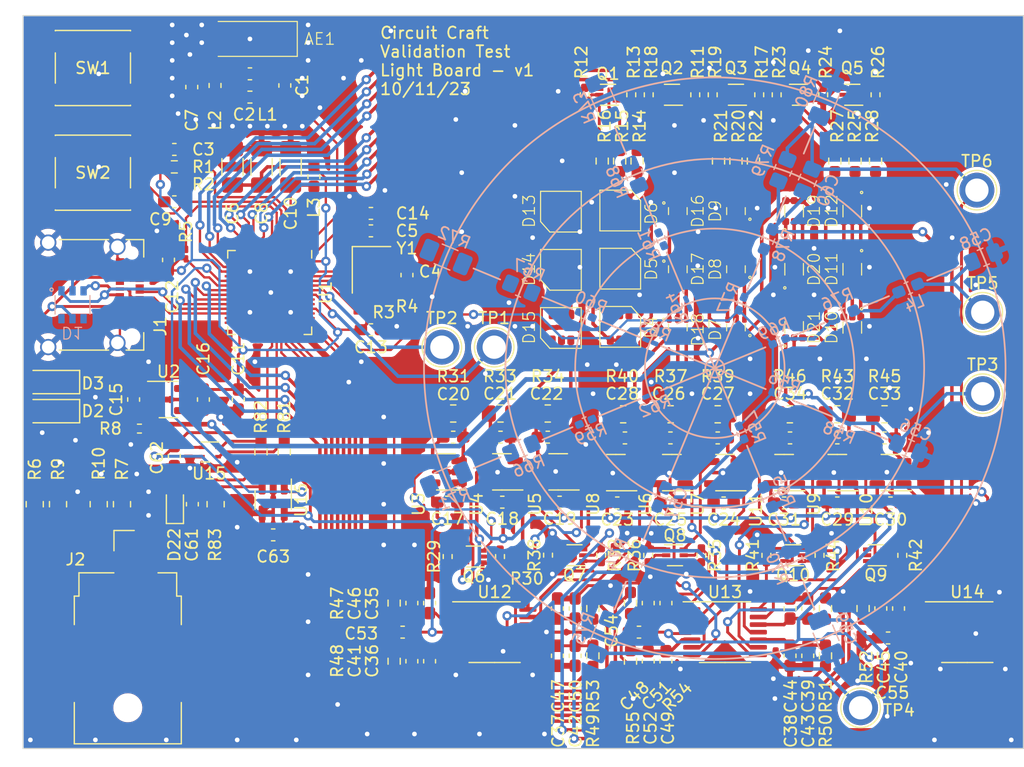
<source format=kicad_pcb>
(kicad_pcb (version 20221018) (generator pcbnew)
  (layers (0 "F.Cu" signal) (31 "B.Cu" signal) (34 "B.Paste" user) (35 "F.Paste" user) (36 "B.SilkS" user "B.Silkscreen") (37 "F.SilkS" user "F.Silkscreen") (38 "B.Mask" user) (39 "F.Mask" user) (44 "Edge.Cuts" user))
  (net 0 "")
  (net 1 "GND")
  (net 2 "Net-(AE1-PCB_Trace)")
  (net 3 "Net-(C1-Pad1)")
  (net 4 "/MCU/RESET")
  (net 5 "Net-(U1-XTAL_N)")
  (net 6 "Net-(U1-XTAL_P)")
  (net 7 "+3V3")
  (net 8 "Net-(U1-LNA_IN{slash}RF)")
  (net 9 "/MCU/BOOT")
  (net 10 "VDD3P3")
  (net 11 "/Power/V_in")
  (net 12 "Net-(D15-RK)")
  (net 13 "Net-(Q6A-D)")
  (net 14 "Net-(D15-GK)")
  (net 15 "Net-(Q6B-D)")
  (net 16 "Net-(D15-BK)")
  (net 17 "Net-(Q7A-D)")
  (net 18 "Net-(D18-RK)")
  (net 19 "Net-(Q7B-D)")
  (net 20 "Net-(D18-GK)")
  (net 21 "Net-(Q8A-D)")
  (net 22 "Net-(D18-BK)")
  (net 23 "Net-(Q8B-D)")
  (net 24 "Net-(D21-RK)")
  (net 25 "Net-(Q9A-D)")
  (net 26 "Net-(D21-GK)")
  (net 27 "Net-(Q10B-D)")
  (net 28 "Net-(D21-BK)")
  (net 29 "Net-(Q10A-D)")
  (net 30 "Net-(U12A-+)")
  (net 31 "Net-(U12B-+)")
  (net 32 "Net-(U12C-+)")
  (net 33 "Net-(U13C-+)")
  (net 34 "Net-(U13D-+)")
  (net 35 "Net-(U14A-+)")
  (net 36 "Net-(U12D-+)")
  (net 37 "Net-(U13A-+)")
  (net 38 "Net-(U13B-+)")
  (net 39 "Net-(C56-Pad2)")
  (net 40 "Net-(U14C-+)")
  (net 41 "Net-(C57-Pad2)")
  (net 42 "Net-(C58-Pad2)")
  (net 43 "Net-(C59-Pad2)")
  (net 44 "Net-(C60-Pad1)")
  (net 45 "Net-(U14B--)")
  (net 46 "Net-(D22-A)")
  (net 47 "+12V")
  (net 48 "VBUS")
  (net 49 "Net-(D4-RK)")
  (net 50 "Net-(D4-GK)")
  (net 51 "Net-(D4-BK)")
  (net 52 "Net-(D5-RK)")
  (net 53 "Net-(D5-GK)")
  (net 54 "Net-(D5-BK)")
  (net 55 "Net-(D6-RK)")
  (net 56 "Net-(D6-GK)")
  (net 57 "Net-(D6-BK)")
  (net 58 "Net-(D7-BK)")
  (net 59 "Net-(D7-RK)")
  (net 60 "Net-(D7-GK)")
  (net 61 "Net-(D8-BK)")
  (net 62 "Net-(D8-RK)")
  (net 63 "Net-(D8-GK)")
  (net 64 "Net-(D9-BK)")
  (net 65 "Net-(D9-RK)")
  (net 66 "Net-(D9-GK)")
  (net 67 "Net-(D10-BK)")
  (net 68 "Net-(D10-RK)")
  (net 69 "Net-(D10-GK)")
  (net 70 "Net-(D11-BK)")
  (net 71 "Net-(D11-RK)")
  (net 72 "Net-(D11-GK)")
  (net 73 "Net-(D12-BK)")
  (net 74 "Net-(D12-RK)")
  (net 75 "Net-(D12-GK)")
  (net 76 "Net-(D13-RK)")
  (net 77 "Net-(D13-GK)")
  (net 78 "Net-(D13-BK)")
  (net 79 "Net-(D14-RK)")
  (net 80 "Net-(D14-GK)")
  (net 81 "Net-(D14-BK)")
  (net 82 "Net-(D16-BK)")
  (net 83 "Net-(D16-RK)")
  (net 84 "Net-(D16-GK)")
  (net 85 "Net-(D17-BK)")
  (net 86 "Net-(D17-RK)")
  (net 87 "Net-(D17-GK)")
  (net 88 "Net-(D19-BK)")
  (net 89 "Net-(D19-RK)")
  (net 90 "Net-(D19-GK)")
  (net 91 "Net-(D20-BK)")
  (net 92 "Net-(D20-RK)")
  (net 93 "Net-(D20-GK)")
  (net 95 "Net-(D1A-K1)")
  (net 96 "Net-(D1B-K2)")
  (net 100 "Net-(J2-Pin_1)")
  (net 101 "Net-(J2-Pin_2)")
  (net 102 "Net-(L4-Pad1)")
  (net 103 "/LEDs/CH1.R_PWM")
  (net 104 "Net-(Q1B-D)")
  (net 105 "/LEDs/CH1.G_PWM")
  (net 106 "Net-(Q1A-D)")
  (net 107 "/LEDs/CH1.B_PWM")
  (net 108 "Net-(Q2B-D)")
  (net 109 "/LEDs/CH2.R_PWM")
  (net 110 "Net-(Q2A-D)")
  (net 111 "/LEDs/CH2.G_PWM")
  (net 112 "Net-(Q3B-D)")
  (net 113 "/LEDs/CH2.B_PWM")
  (net 114 "Net-(Q3A-D)")
  (net 115 "/LEDs/CH3.R_PWM")
  (net 116 "Net-(Q4B-D)")
  (net 117 "/LEDs/CH3.G_PWM")
  (net 118 "Net-(Q4A-D)")
  (net 119 "/LEDs/CH3.B_PWM")
  (net 123 "Net-(Q5A-D)")
  (net 124 "/LEDs/DAC/Control/CH1.R_GATE")
  (net 125 "/LEDs/DAC/Control/CH1.G_GATE")
  (net 126 "/LEDs/DAC/Control/CH1.B_GATE")
  (net 127 "/LEDs/DAC/Control/CH2.R_GATE")
  (net 128 "/LEDs/DAC/Control/CH2.G_GATE")
  (net 129 "/LEDs/DAC/Control/CH2.B_GATE")
  (net 130 "/LEDs/DAC/Control/CH3.R_GATE")
  (net 134 "/LEDs/DAC/Control/CH3.B_GATE")
  (net 135 "/LEDs/DAC/Control/CH3.G_GATE")
  (net 136 "Net-(U1-GPIO45)")
  (net 137 "Net-(U1-GPIO46)")
  (net 138 "Net-(U1-GPIO3{slash}ADC1_CH2)")
  (net 139 "Net-(U2-INH)")
  (net 140 "/LEDs/CH1.R_PWM_DAC")
  (net 141 "/LEDs/CH1.B_PWM_DAC")
  (net 142 "/LEDs/CH1.G_PWM_DAC")
  (net 143 "/LEDs/CH3.R_PWM_DAC")
  (net 144 "/LEDs/CH3.B_PWM_DAC")
  (net 145 "/LEDs/CH3.G_PWM_DAC")
  (net 146 "/LEDs/CH2.R_PWM_DAC")
  (net 147 "/LEDs/CH2.B_PWM_DAC")
  (net 148 "/LEDs/CH2.G_PWM_DAC")
  (net 149 "Net-(R56-Pad1)")
  (net 150 "/LEDs/SIG_FILTER")
  (net 169 "Net-(R69-Pad1)")
  (net 170 "Net-(U14C--)")
  (net 177 "Net-(R74-Pad2)")
  (net 178 "Net-(R77-Pad1)")
  (net 179 "Net-(U1-U0TXD{slash}PROG{slash}GPIO43)")
  (net 180 "Net-(U1-U0RXD{slash}PROG{slash}GPIO44)")
  (net 188 "/MCU/GPIO48")
  (net 189 "/MCU/GPIO47")
  (net 190 "/MCU/GPIO21")
  (net 196 "/LEDs/DAC/Control/CH1.R_SENSE")
  (net 197 "/LEDs/DAC/Control/CH1.G_SENSE")
  (net 198 "/LEDs/DAC/Control/CH1.B_SENSE")
  (net 199 "/LEDs/DAC/Control/CH2.R_SENSE")
  (net 200 "/LEDs/DAC/Control/CH2.G_SENSE")
  (net 201 "/LEDs/DAC/Control/CH2.B_SENSE")
  (net 202 "/LEDs/DAC/Control/CH3.R_SENSE")
  (net 203 "/LEDs/DAC/Control/CH3.G_SENSE")
  (net 204 "/LEDs/DAC/Control/CH3.B_SENSE")
  (net 208 "/MCU/GPIO1{slash}A1.0")
  (net 209 "/MCU/GPIO2{slash}A1.1")
  (net 210 "/MCU/GPIO13{slash}A2.2")
  (net 211 "/MCU/GPIO14{slash}A2.3")
  (footprint "Resistor_SMD:R_0805_2012Metric_Pad1.20x1.40mm_HandSolder" (layer "F.Cu") (at 98.716 52.27 180)
    (fp_text reference "R39")
    (fp_text value "0.75")
  )
  (footprint "Resistor_SMD:R_0201_0603Metric_Pad0.64x0.40mm_HandSolder" (layer "F.Cu") (at 53 38.5 -90)
    (fp_text reference "R5")
    (fp_text value "10k")
  )
  (footprint "Capacitor_SMD:C_0603_1608Metric_Pad1.08x0.95mm_HandSolder" (layer "F.Cu") (at 57.5 51 -90)
    (fp_text reference "C11")
    (fp_text value "4.7uF")
  )
  (footprint "Diode_SMD:D_SOD-123" (layer "F.Cu") (at 41.5 52 180)
    (fp_text reference "D2")
    (fp_text value "1N4148")
  )
  (footprint "Capacitor_SMD:C_1206_3216Metric_Pad1.33x1.80mm_HandSolder" (layer "F.Cu") (at 59.5 31 90)
    (fp_text reference "C8")
    (fp_text value "0.1uF")
  )
  (footprint "Resistor_SMD:R_0402_1005Metric_Pad0.72x0.64mm_HandSolder" (layer "F.Cu") (at 107.7855 24.8 -90)
    (fp_text reference "R24")
    (fp_text value "100k")
  )
  (footprint "Circuit-Craft:CLY6D" (layer "F.Cu") (at 85.2855 34.8 90)
    (fp_text reference "D13")
    (fp_text value "CLY6D")
  )
  (footprint "Package_SO:TSSOP-14_4.4x5mm_P0.65mm" (layer "F.Cu") (at 120.1735 71)
    (fp_text reference "U14")
    (fp_text value "LMV324")
  )
  (footprint "Capacitor_SMD:C_0603_1608Metric_Pad1.08x0.95mm_HandSolder" (layer "F.Cu") (at 108.9975 59.89 180)
    (fp_text reference "C29")
    (fp_text value "4.7uF")
  )
  (footprint "Sensor_Humidity:Sensirion_DFN-4_1.5x1.5mm_P0.8mm_SHT4x_NoCentralPad" (layer "F.Cu") (at 55.0625 55.5125 180)
    (fp_text reference "U15")
    (fp_text value "SHT4x")
  )
  (footprint "Resistor_SMD:R_0603_1608Metric_Pad0.98x0.95mm_HandSolder" (layer "F.Cu") (at 108.7855 30.5 90)
    (fp_text reference "R27")
    (fp_text value "240")
  )
  (footprint "Resistor_SMD:R_0402_1005Metric_Pad0.72x0.64mm_HandSolder" (layer "F.Cu") (at 92.7855 24.8 90)
    (fp_text reference "R18")
    (fp_text value "100k")
  )
  (footprint "Capacitor_SMD:C_0603_1608Metric_Pad1.08x0.95mm_HandSolder" (layer "F.Cu") (at 94.2655 73.5 -90)
    (fp_text reference "C49")
    (fp_text value "0.1uF")
  )
  (footprint "Capacitor_SMD:C_0603_1608Metric_Pad1.08x0.95mm_HandSolder" (layer "F.Cu") (at 75.4695 59.824 180)
    (fp_text reference "C17")
    (fp_text value "4.7uF")
  )
  (footprint "Resistor_SMD:R_0603_1608Metric_Pad0.98x0.95mm_HandSolder" (layer "F.Cu") (at 61.45 55.5 90)
    (fp_text reference "R81")
    (fp_text value "10k")
  )
  (footprint "Capacitor_SMD:C_0603_1608Metric_Pad1.08x0.95mm_HandSolder" (layer "F.Cu") (at 73.9455 68.5 90)
    (fp_text reference "C35")
    (fp_text value "0.1uF")
  )
  (footprint "Resistor_SMD:R_0402_1005Metric_Pad0.72x0.64mm_HandSolder" (layer "F.Cu") (at 75.5 64.5 90)
    (fp_text reference "R29")
    (fp_text value "100k")
  )
  (footprint "TestPoint:TestPoint_Plated_Hole_D2.0mm" (layer "F.Cu") (at 121.5 50.5)
    (fp_text reference "TP3")
    (fp_text value "DNP")
  )
  (footprint "Package_TO_SOT_SMD:SOT-563" (layer "F.Cu") (at 100.2855 24.8 180)
    (fp_text reference "Q3")
    (fp_text value "DMN2710UV")
  )
  (footprint "Capacitor_SMD:C_0603_1608Metric_Pad1.08x0.95mm_HandSolder" (layer "F.Cu") (at 72 40.3 -90)
    (fp_text reference "C4")
    (fp_text value "DNP")
  )
  (footprint "Capacitor_SMD:C_0603_1608Metric_Pad1.08x0.95mm_HandSolder" (layer "F.Cu") (at 113.3625 71.5 180)
    (fp_text reference "C55")
    (fp_text value "4.7uF")
  )
  (footprint "Package_TO_SOT_SMD:SOT-563" (layer "F.Cu") (at 105.7855 24.8)
    (fp_text reference "Q4")
    (fp_text value "DMN2710UV")
  )
  (footprint "Resistor_SMD:R_0603_1608Metric_Pad0.98x0.95mm_HandSolder" (layer "F.Cu") (at 70.8975 73.5 90)
    (fp_text reference "R48")
    (fp_text value "1k")
  )
  (footprint "Resistor_SMD:R_0603_1608Metric_Pad0.98x0.95mm_HandSolder" (layer "F.Cu") (at 98.7855 30.5 90)
    (fp_text reference "R21")
    (fp_text value "260")
  )
  (footprint "Capacitor_SMD:C_0603_1608Metric_Pad1.08x0.95mm_HandSolder" (layer "F.Cu") (at 72.4215 73.5 -90)
    (fp_text reference "C41")
    (fp_text value "0.1uF")
  )
  (footprint "Circuit-Craft:LED_RGB_Inolux_PLCC-6" (layer "F.Cu") (at 105.2855 34.8 90)
    (fp_text reference "D19")
    (fp_text value "IN-S66TFT")
  )
  (footprint "Resistor_SMD:R_0402_1005Metric_Pad0.72x0.64mm_HandSolder" (layer "F.Cu") (at 107.4735 64.396 -90)
    (fp_text reference "R44")
    (fp_text value "100k")
  )
  (footprint "Package_TO_SOT_SMD:SOT-23-5" (layer "F.Cu") (at 94.7735 57.284 180)
    (fp_text reference "U6")
    (fp_text value "INA180A4")
  )
  (footprint "Package_SO:TSSOP-14_4.4x5mm_P0.65mm" (layer "F.Cu") (at 79.5335 71)
    (fp_text reference "U12")
    (fp_text value "LMV324")
  )
  (footprint "Package_TO_SOT_SMD:SOT-563" (layer "F.Cu") (at 105.1995 64.388 180)
    (fp_text reference "Q10")
    (fp_text value "DMN2710UV")
  )
  (footprint "Capacitor_SMD:C_0603_1608Metric_Pad1.08x0.95mm_HandSolder" (layer "F.Cu") (at 84.936 68.968 90)
    (fp_text reference "C47")
    (fp_text value "0.1uF")
  )
  (footprint "Package_TO_SOT_SMD:SOT-23-5" (layer "F.Cu") (at 89.9585 57.284 180)
    (fp_text reference "U8")
    (fp_text value "INA180A4")
  )
  (footprint "Package_TO_SOT_SMD:SOT-23-5" (layer "F.Cu") (at 99.3455 57.284 180)
    (fp_text reference "U7")
    (fp_text value "INA180A4")
  )
  (footprint "Inductor_SMD:L_0603_1608Metric_Pad1.05x0.95mm_HandSolder" (layer "F.Cu") (at 58.5 25)
    (fp_text reference "L1")
    (fp_text value "DNP")
  )
  (footprint "Inductor_SMD:L_0603_1608Metric_Pad1.05x0.95mm_HandSolder" (layer "F.Cu") (at 55.5 24 -90)
    (fp_text reference "L2")
    (fp_text value "DNP")
  )
  (footprint "Resistor_SMD:R_0402_1005Metric_Pad0.72x0.64mm_HandSolder" (layer "F.Cu") (at 49 53.5)
    (fp_text reference "R8")
    (fp_text value "100k")
  )
  (footprint "Capacitor_SMD:C_0603_1608Metric_Pad1.08x0.95mm_HandSolder" (layer "F.Cu") (at 60.5 62.6375)
    (fp_text reference "C63")
    (fp_text value "4.7uF")
  )
  (footprint "Circuit-Craft:LED_RGB_Inolux_PLCC-6" (layer "F.Cu") (at 110.2855 39.8 -90)
    (fp_text reference "D11")
    (fp_text value "IN-S66TFT")
  )
  (footprint "Button_Switch_SMD:SW_SPST_PTS645" (layer "F.Cu") (at 45 31.5)
    (fp_text reference "SW2")
    (fp_text value "SW_Push")
  )
  (footprint "Capacitor_SMD:C_0603_1608Metric_Pad1.08x0.95mm_HandSolder" (layer "F.Cu") (at 52 34 180)
    (fp_text reference "C9")
    (fp_text value "0.1uF")
  )
  (footprint "Diode_SMD:D_SOD-123" (layer "F.Cu") (at 41.5 49.5 180)
    (fp_text reference "D3")
    (fp_text value "1N4148")
  )
  (footprint "Capacitor_SMD:C_0603_1608Metric_Pad1.08x0.95mm_HandSolder" (layer "F.Cu") (at 85.1215 59.824 180)
    (fp_text reference "C19")
    (fp_text value "4.7uF")
  )
  (footprint "Resistor_SMD:R_0805_2012Metric_Pad1.20x1.40mm_HandSolder" (layer "F.Cu") (at 47.5 60 90)
    (fp_text reference "R7")
    (fp_text value "0")
  )
  (footprint "Circuit-Craft:LED_RGB_Inolux_PLCC-6" (layer "F.Cu") (at 110.2855 34.8 -90)
    (fp_text reference "D12")
    (fp_text value "IN-S66TFT")
  )
  (footprint "Package_TO_SOT_SMD:SOT-23-5" (layer "F.Cu") (at 51.5 51)
    (fp_text reference "U2")
    (fp_text value "AP2202-3.3")
  )
  (footprint "Capacitor_SMD:C_0603_1608Metric_Pad1.08x0.95mm_HandSolder" (layer "F.Cu") (at 90.7415 54.302 180)
    (fp_text reference "C28")
    (fp_text value "0.1uF")
  )
  (footprint "Capacitor_SMD:C_0603_1608Metric_Pad1.08x0.95mm_HandSolder" (layer "F.Cu") (at 52 55.8625 90)
    (fp_text reference "C62")
    (fp_text value "4.7uF")
  )
  (footprint "Resistor_SMD:R_0805_2012Metric_Pad1.20x1.40mm_HandSolder" (layer "F.Cu") (at 94.668 52.27 180)
    (fp_text reference "R37")
    (fp_text value "0.75")
  )
  (footprint "TestPoint:TestPoint_Plated_Hole_D2.0mm" (layer "F.Cu") (at 79.5 46.5)
    (fp_text reference "TP1")
    (fp_text value "DNP")
  )
  (footprint "Package_TO_SOT_SMD:SOT-23-5" (layer "F.Cu") (at 80.163 57.218 180)
    (fp_text reference "U4")
    (fp_text value "INA180A4")
  )
  (footprint "Resistor_SMD:R_0805_2012Metric_Pad1.20x1.40mm_HandSolder" (layer "F.Cu") (at 40 60 -90)
    (fp_text reference "R6")
    (fp_text value "0")
  )
  (footprint "Resistor_SMD:R_0603_1608Metric_Pad0.98x0.95mm_HandSolder" (layer "F.Cu") (at 59.45 55.5 90)
    (fp_text reference "R82")
    (fp_text value "10k")
  )
  (footprint "Resistor_SMD:R_0402_1005Metric_Pad0.72x0.64mm_HandSolder" (layer "F.Cu") (at 88.7015 64.38 -90)
    (fp_text reference "R32")
    (fp_text value "100k")
  )
  (footprint "Capacitor_SMD:C_0603_1608Metric_Pad1.08x0.95mm_HandSolder" (layer "F.Cu") (at 84.1055 54.236 180)
    (fp_text reference "C22")
    (fp_text value "0.1uF")
  )
  (footprint "Capacitor_SMD:C_0603_1608Metric_Pad1.08x0.95mm_HandSolder" (layer "F.Cu") (at 84.936 73.032 -90)
    (fp_text reference "C37")
    (fp_text value "0.1uF")
  )
  (footprint "TestPoint:TestPoint_Plated_Hole_D2.0mm" (layer "F.Cu") (at 121 33)
    (fp_text reference "TP6")
    (fp_text value "DNP")
  )
  (footprint "Resistor_SMD:R_0603_1608Metric_Pad0.98x0.95mm_HandSolder" (layer "F.Cu") (at 70.8975 68.5 -90)
    (fp_text reference "R47")
    (fp_text value "1k")
  )
  (footprint "Resistor_SMD:R_0805_2012Metric_Pad1.20x1.40mm_HandSolder" (layer "F.Cu") (at 80.0415 52.204 180)
    (fp_text reference "R33")
    (fp_text value "1.5")
  )
  (footprint "Capacitor_SMD:C_0603_1608Metric_Pad1.08x0.95mm_HandSolder" (layer "F.Cu") (at 106.4575 73.032 -90)
    (fp_text reference "C43")
    (fp_text value "0.1uF")
  )
  (footprint "TestPoint:TestPoint_Plated_Hole_D2.0mm" (layer "F.Cu") (at 75 46.5)
    (fp_text reference "TP2")
    (fp_text value "DNP")
  )
  (footprint "Package_DFN_QFN:QFN-56-1EP_7x7mm_P0.4mm_EP5.6x5.6mm" (layer "F.Cu") (at 60.2 41.8 -90)
    (fp_text reference "U1")
    (fp_text value "ESP32-S3")
  )
  (footprint "Resistor_SMD:R_0603_1608Metric_Pad0.98x0.95mm_HandSolder" (layer "F.Cu") (at 107.9815 68.968 -90)
    (fp_text reference "R51")
    (fp_text value "1k")
  )
  (footprint "Resistor_SMD:R_0805_2012Metric_Pad1.20x1.40mm_HandSolder" (layer "F.Cu") (at 55.55 60 -90)
    (fp_text reference "R83")
    (fp_text value "5.5k")
  )
  (footprint "Package_TO_SOT_SMD:SOT-563" (layer "F.Cu") (at 95.0395 64.388)
    (fp_text reference "Q8")
    (fp_text value "DMN2710UV")
  )
  (footprint "TestPoint:TestPoint_Plated_Hole_D2.0mm" (layer "F.Cu") (at 121.5 43.5)
    (fp_text reference "TP5")
    (fp_text value "DNP")
  )
  (footprint "Capacitor_SMD:C_0603_1608Metric_Pad1.08x0.95mm_HandSolder" (layer "F.Cu") (at 94.2655 68.5 90)
    (fp_text reference "C48")
    (fp_text value "0.1uF")
  )
  (footprint "Capacitor_SMD:C_0603_1608Metric_Pad1.08x0.95mm_HandSolder" (layer "F.Cu") (at 86.46 73.032 -90)
    (fp_text reference "C42")
    (fp_text value "0.1uF")
  )
  (footprint "Resistor_SMD:R_0603_1608Metric_Pad0.98x0.95mm_HandSolder" (layer "F.Cu") (at 101.7855 30.5 90)
    (fp_text reference "R22")
    (fp_text value "260")
  )
  (footprint "Circuit-Craft:2450AT43B" (layer "F.Cu") (at 58.77 20 180)
    (fp_text reference "AE1")
    (fp_text value "Antenna_Chip")
  )
  (footprint "Resistor_SMD:R_0603_1608Metric_Pad0.98x0.95mm_HandSolder" (layer "F.Cu") (at 91.2175 68.5 -90)
    (fp_text reference "R54")
    (fp_text value "1k")
  )
  (footprint "Package_TO_SOT_SMD:SOT-563" (layer "F.Cu") (at 110.2855 24.8 180)
    (fp_text reference "Q5")
    (fp_text value "DMN2710UV")
  )
  (footprint "Inductor_SMD:L_0603_1608Metric_Pad1.05x0.95mm_HandSolder" (layer "F.Cu") (at 64 31.83 -90)
    (fp_text reference "L3")
    (fp_text value "2nH")
  )
  (footprint "Resistor_SMD:R_0805_2012Metric_Pad1.20x1.40mm_HandSolder" (layer "F.Cu") (at 84.1055 52.204 180)
    (fp_text reference "R34")
    (fp_text value "1")
  )
  (footprint "Package_TO_SOT_SMD:SOT-563" (layer "F.Cu") (at 112.3115 64.388 180)
    (fp_text reference "Q9")
    (fp_text value "DMN2710UV")
  )
  (footprint "Capacitor_SMD:C_0603_1608Metric_Pad1.08x0.95mm_HandSolder" (layer "F.Cu") (at 52 29.5 180)
    (fp_text reference "C3")
    (fp_text value "DNP")
  )
  (footprint "Package_TO_SOT_SMD:SOT-23-5" (layer "F.Cu") (at 104.4255 57.284 180)
    (fp_text reference "U11")
    (fp_text value "INA180A4")
  )
  (footprint "Button_Switch_SMD:SW_SPST_PTS645" (layer "F.Cu") (at 45 22.5)
    (fp_text reference "SW1")
    (fp_text value "SW_Push")
  )
  (footprint "Capacitor_SMD:C_0603_1608Metric_Pad1.08x0.95mm_HandSolder" (layer "F.Cu") (at 98.716 54.302 180)
    (fp_text reference "C27")
    (fp_text value "0.1uF")
  )
  (footprint "Capacitor_SMD:C_0603_1608Metric_Pad1.08x0.95mm_HandSolder" (layer "F.Cu") (at 92.7415 68.5 90)
    (fp_text reference "C51")
    (fp_text value "0.1uF")
  )
  (footprint "Circuit-Craft:LED_RGB_EAST_PLCC-6" (layer "F.Cu") (at 95.2855 34.8 90)
    (fp_text reference "D16")
    (fp_text value "EAST1616")
  )
  (footprint "Capacitor_SMD:C_0603_1608Metric_Pad1.08x0.95mm_HandSolder" (layer "F.Cu") (at 68.9 45)
    (fp_text reference "C13")
    (fp_text value "4.7uF")
  )
  (footprint "Package_SO:TSSOP-14_4.4x5mm_P0.65mm" (layer "F.Cu") (at 99.3455 71)
    (fp_text reference "U13")
    (fp_text value "LMV324")
  )
  (footprint "Circuit-Craft:LED_RGB_Inolux_PLCC-6" (layer "F.Cu") (at 105.2855 39.8 90)
    (fp_text reference "D20")
    (fp_text value "IN-S66TFT")
  )
  (footprint "TestPoint:TestPoint_Plated_Hole_D2.0mm" (layer "F.Cu") (at 111 77.5)
    (fp_text reference "TP4")
    (fp_text value "DNP")
  )
  (footprint "Circuit-Craft:CLY6D" (layer "F.Cu") (at 85.2855 44.8 90)
    (fp_text reference "D15")
    (fp_text value "CLY6D")
  )
  (footprint "Capacitor_SMD:C_0603_1608Metric_Pad1.08x0.95mm_HandSolder" (layer "F.Cu") (at 48.5 51 -90)
    (fp_text reference "C15")
    (fp_text value "4.7uF")
  )
  (footprint "Resistor_SMD:R_0603_1608Metric_Pad0.98x0.95mm_HandSolder" (layer "F.Cu") (at 52 31)
    (fp_text reference "R1")
    (fp_text value "DNP")
  )
  (footprint "Capacitor_SMD:C_0603_1608Metric_Pad1.08x0.95mm_HandSolder" (layer "F.Cu") (at 104.9335 73.032 -90)
    (fp_text reference "C38")
    (fp_text value "0.1uF")
  )
  (footprint "Circuit-Craft:CLY6D" (layer "F.Cu") (at 90.2855 44.8 -90)
    (fp_text reference "D4")
    (fp_text value "CLY6D")
  )
  (footprint "Capacitor_SMD:C_0603_1608Metric_Pad1.08x0.95mm_HandSolder" (layer "F.Cu") (at 51.5 39 90)
    (fp_text reference "C12")
    (fp_text value "4.7uF")
  )
  (footprint "Resistor_SMD:R_0402_1005Metric_Pad0.72x0.64mm_HandSolder" (layer "F.Cu") (at 102.2855 24.8 -90)
    (fp_text reference "R17")
    (fp_text value "100k")
  )
  (footprint "Capacitor_SMD:C_0603_1608Metric_Pad1.08x0.95mm_HandSolder" (layer "F.Cu") (at 71.628 71 180)
    (fp_text reference "C53")
    (fp_text value "4.7uF")
  )
  (footprint "Resistor_SMD:R_0402_1005Metric_Pad0.72x0.64mm_HandSolder" (layer "F.Cu") (at 80 64.5 -90)
    (fp_text reference "R30")
    (fp_text value "100k")
  )
  (footprint "Capacitor_SMD:C_0603_1608Metric_Pad1.08x0.95mm_HandSolder" (layer "F.Cu") (at 72.4215 68.5 90)
    (fp_text reference "C46")
    (fp_text value "0.1uF")
  )
  (footprint "Capacitor_SMD:C_0603_1608Metric_Pad1.08x0.95mm_HandSolder" (layer "F.Cu") (at 53.5 24.1375 90)
    (fp_text reference "C7")
    (fp_text value "DNP")
  )
  (footprint "Circuit-Craft:LED_RGB_EAST_PLCC-6" (layer "F.Cu") (at 95.2855 44.8 90)
    (fp_text reference "D18")
    (fp_text value "EAST1616")
  )
  (footprint "Capacitor_SMD:C_0603_1608Metric_Pad1.08x0.95mm_HandSolder" (layer "F.Cu") (at 106.4575 68.968 90)
    (fp_text reference "C39")
    (fp_text value "0.1uF")
  )
  (footprint "Resistor_SMD:R_0603_1608Metric_Pad0.98x0.95mm_HandSolder" (layer "F.Cu") (at 111.215 68.968 -90)
    (fp_text reference "R52")
    (fp_text value "1k")
  )
  (footprint "Capacitor_SMD:C_1206_3216Metric_Pad1.33x1.80mm_HandSolder" (layer "F.Cu") (at 62 31 90)
    (fp_text reference "C10")
    (fp_text value "0.1uF")
  )
  (footprint "Resistor_SMD:R_0603_1608Metric_Pad0.98x0.95mm_HandSolder" (layer "F.Cu") (at 91.2175 73.5 90)
    (fp_text reference "R55")
    (fp_text value "1k")
  )
  (footprint "Capacitor_SMD:C_0603_1608Metric_Pad1.08x0.95mm_HandSolder" (layer "F.Cu") (at 61.5 24 90)
    (fp_text reference "C1")
    (fp_text value "DNP")
  )
  (footprint "Resistor_SMD:R_0402_1005Metric_Pad0.72x0.64mm_HandSolder" (layer "F.Cu") (at 97.3135 64.396 -90)
    (fp_text reference "R35")
    (fp_text value "100k")
  )
  (footprint "Capacitor_SMD:C_0603_1608Metric_Pad1.08x0.95mm_HandSolder" (layer "F.Cu") (at 73.9455 73.5 -90)
    (fp_text reference "C36")
    (fp_text value "0.1uF")
  )
  (footprint "Capacitor_SMD:C_0603_1608Metric_Pad1.08x0.95mm_HandSolder" (layer "F.Cu") (at 75.9775 54.236 180)
    (fp_text reference "C20")
    (fp_text value "0.1uF")
  )
  (footprint "Capacitor_SMD:C_0603_1608Metric_Pad1.08x0.95mm_HandSolder" (layer "F.Cu") (at 94.652 59.89 180)
    (fp_text reference "C25")
    (fp_text value "4.7uF")
  )
  (footprint "Resistor_SMD:R_0201_0603Metric_Pad0.64x0.40mm_HandSolder" (layer "F.Cu") (at 68.13 43.5)
    (fp_text reference "R3")
    (fp_text value "10k")
  )
  (footprint "Capacitor_SMD:C_0603_1608Metric_Pad1.08x0.95mm_HandSolder" (layer "F.Cu") (at 104.9335 68.968 90)
    (fp_text reference "C44")
    (fp_text value "0.1uF")
  )
  (footprint "Circuit-Craft:LED_RGB_Inolux_PLCC-6" (layer "F.Cu") (at 110.2855 44.8 -90)
    (fp_text reference "D10")
    (fp_text value "IN-S66TFT")
  )
  (footprint "Package_TO_SOT_SMD:SOT-563" (layer "F.Cu") (at 89.2855 24.8 180)
    (fp_text reference "Q1")
    (fp_text value "DMN2710UV")
  )
  (footprint "Diode_SMD:D_0603_1608Metric_Pad1.05x0.95mm_HandSolder" (layer "F.Cu") (at 52.05 60 90)
    (fp_text reference "D22")
    (fp_text value "IN-S63DTLS")
  )
  (footprint "Capacitor_SMD:C_0603_1608Metric_Pad1.08x0.95mm_HandSolder" (layer "F.Cu") (at 94.652 54.302 180)
    (fp_text reference "C26")
    (fp_text value "0.1uF")
  )
  (footprint "Resistor_SMD:R_0805_2012Metric_Pad1.20x1.40mm_HandSolder" (layer "F.Cu") (at 45.5 60 90)
    (fp_text reference "R10")
    (fp_text value "DNP")
  )
  (footprint "Connector_BarrelJack:BarrelJack_CUI_PJ-036AH-SMT_Horizontal" (layer "F.Cu") (at 48 70.5)
    (fp_text reference "J2")
    (fp_text value "Conn_01x02")
  )
  (footprint "Capacitor_SMD:C_0603_1608Metric_Pad1.08x0.95mm_HandSolder" (layer "F.Cu") (at 86.46 68.968 90)
    (fp_text reference "C50")
    (fp_text value "0.1uF")
  )
  (footprint "Package_TO_SOT_SMD:SOT-23-5" (layer "F.Cu") (at 113.5695 57.284 180)
    (fp_text reference "U10")
    (fp_text value "INA180A4")
  )
  (footprint "Circuit-Craft:CLY6D" (layer "F.Cu") (at 90.2855 34.8 -90)
    (fp_text reference "D6")
    (fp_text value "CLY6D")
  )
  (footprint "Resistor_SMD:R_0603_1608Metric_Pad0.98x0.95mm_HandSolder" (layer "F.Cu") (at 112.2855 30.5 90)
    (fp_text reference "R28")
    (fp_text value "240")
  )
  (footprint "Resistor_SMD:R_0603_1608Metric_Pad0.98x0.95mm_HandSolder" (layer "F.Cu") (at 110.5215 30.5 90)
    (fp_text reference "R25")
    (fp_text value "400")
  )
  (footprint "Capacitor_SMD:C_0603_1608Metric_Pad1.08x0.95mm_HandSolder" (layer "F.Cu") (at 108.9975 54.302 180)
    (fp_text reference "C32")
    (fp_text value "0.1uF")
  )
  (footprint "Resistor_SMD:R_0603_1608Metric_Pad0.98x0.95mm_HandSolder" (layer "F.Cu") (at 90.2855 30.5 90)
    (fp_text reference "R15")
    (fp_text value "260")
  )
  (footprint "Circuit-Craft:LED_RGB_EAST_PLCC-6" (layer "F.Cu") (at 100.2855 39.8 -90)
    (fp_text reference "D8")
    (fp_text value "EAST1616")
  )
  (footprint "Resistor_SMD:R_0805_2012Metric_Pad1.20x1.40mm_HandSolder" (layer "F.Cu") (at 75.9775 52.204 180)
    (fp_text reference "R31")
    (fp_text value "1.5")
  )
  (footprint "Capacitor_SMD:C_0603_1608Metric_Pad1.08x0.95mm_HandSolder" (layer "F.Cu") (at 114.263 68.968 90)
    (fp_text reference "C40")
    (fp_text value "0.1uF")
  )
  (footprint "Resistor_SMD:R_0603_1608Metric_Pad0.98x0.95mm_HandSolder" (layer "F.Cu") (at 107.9815 73.032 90)
    (fp_text reference "R50")
    (fp_text value "1k")
  )
  (footprint "Resistor_SMD:R_0402_1005Metric_Pad0.72x0.64mm_HandSolder" (layer "F.Cu") (at 114.5855 64.396 -90)
    (fp_text reference "R42")
    (fp_text value "100k")
  )
  (footprint "Resistor_SMD:R_0402_1005Metric_Pad0.72x0.64mm_HandSolder" (layer "F.Cu") (at 87.2855 24.8 90)
    (fp_text reference "R12")
    (fp_text value "100k")
  )
  (footprint "Capacitor_SMD:C_0603_1608Metric_Pad1.08x0.95mm_HandSolder" (layer "F.Cu") (at 113.0615 54.302 180)
    (fp_text reference "C33")
    (fp_text value "0.1uF")
  )
  (footprint "Resistor_SMD:R_0402_1005Metric_Pad0.72x0.64mm_HandSolder" (layer "F.Cu") (at 91.2855 24.8 -90)
    (fp_text reference "R13")
    (fp_text value "100k")
  )
  (footprint "Circuit-Craft:LED_RGB_EAST_PLCC-6" (layer "F.Cu") (at 95.2855 39.8 90)
    (fp_text reference "D17")
    (fp_text value "EAST1616")
  )
  (footprint "Resistor_SMD:R_0402_1005Metric_Pad0.72x0.64mm_HandSolder" (layer "F.Cu") (at 96.7855 24.8 -90)
    (fp_text reference "R11")
    (fp_text value "100k")
  )
  (footprint "Resistor_SMD:R_0402_1005Metric_Pad0.72x0.64mm_HandSolder" (layer "F.Cu") (at 112.2855 24.8 -90)
    (fp_text reference "R26")
    (fp_text value "100k")
  )
  (footprint "Package_TO_SOT_SMD:SOT-563" (layer "F.Cu") (at 86.4035 64.388 180)
    (fp_text reference "Q7")
    (fp_text value "DMN2710UV")
  )
  (footprint "Connector_USB:USB_C_Receptacle_Amphenol_12401610E4-2A_CircularHoles" (layer "F.Cu") (at 44 42 -90)
    (fp_text reference "J1")
    (fp_text value "USB_C_Receptacle_USB2.0")
  )
  (footprint "Capacitor_SMD:C_0603_1608Metric_Pad1.08x0.95mm_HandSolder" (layer "F.Cu") (at 113.5695 59.89 180)
    (fp_text reference "C30")
    (fp_text value "4.7uF")
  )
  (footprint "Capacitor_SMD:C_0603_1608Metric_Pad1.08x0.95mm_HandSolder" (layer "F.Cu") (at 104.9335 54.302 180)
    (fp_text reference "C34")
    (fp_text value "0.1uF")
  )
  (footprint "Resistor_SMD:R_0805_2012Metric_Pad1.20x1.40mm_HandSolder" (layer "F.Cu") (at 104.9175 52.27 180)
    (fp_text reference "R46")
    (fp_text value "3")
  )
  (footprint "Resistor_SMD:R_0805_2012Metric_Pad1.20x1.40mm_HandSolder" (layer "F.Cu") (at 42 60 -90)
    (fp_text reference "R9")
    (fp_text value "DNP")
  )
  (footprint "Package_TO_SOT_SMD:SOT-23-5" (layer "F.Cu") (at 108.9975 57.284 180)
    (fp_text reference "U9")
    (fp_text value "INA180A4")
  )
  (footprint "Resistor_SMD:R_0201_0603Metric_Pad0.64x0.40mm_HandSolder" (layer "F.Cu") (at 68.13 42.5)
    (fp_text reference "R4")
    (fp_text value "10k")
  )
  (footprint "Resistor_SMD:R_0603_1608Metric_Pad0.98x0.95mm_HandSolder" (layer "F.Cu") (at 87.984 73.032 90)
    (fp_text reference "R49")
    (fp_text value "1k")
  )
  (footprint "Capacitor_SMD:C_0603_1608Metric_Pad1.08x0.95mm_HandSolder" (layer "F.Cu") (at 58.5 23)
    (fp_text reference "C2")
    (fp_text value "DNP")
  )
  (footprint "Capacitor_SMD:C_0603_1608Metric_Pad1.08x0.95mm_HandSolder" (layer "F.Cu") (at 99.224 59.89 180)
    (fp_text reference "C24")
    (fp_text value "4.7uF")
  )
  (footprint "Capacitor_SMD:C_0603_1608Metric_Pad1.08x0.95mm_HandSolder" (layer "F.Cu") (at 53.55 60 -90)
    (fp_text reference "C61")
    (fp_text value "0.1uF")
  )
  (footprint "Circuit-Craft:LED_RGB_Inolux_PLCC-6" (layer "F.Cu") (at 105.2855 44.8 90)
    (fp_text reference "D21")
    (fp_text value "IN-S66TFT")
  )
  (footprint "Resistor_SMD:R_0805_2012Metric_Pad1.20x1.40mm_HandSolder" (layer "F.Cu") (at 108.9975 52.27 180)
    (fp_text reference "R43")
    (fp_text value "3")
  )
  (footprint "Resistor_SMD:R_0402_1005Metric_Pad0.72x0.64mm_HandSolder" (layer "F.Cu") (at 84.1295 64.38 90)
    (fp_text reference "R38")
    (fp_text value "100k")
  )
  (footprint "Capacitor_SMD:C_0603_1608Metric_Pad1.08x0.95mm_HandSolder" (layer "F.Cu") (at 112.739 68.968 90)
    (fp_text reference "C45")
    (fp_text value "0.1uF")
  )
  (footprint "Crystal:Crystal_SMD_3225-4Pin_3.2x2.5mm" (layer "F.Cu") (at 68.95 39.85 -90)
    (fp_text reference "Y1")
    (fp_text value "Crystal_GND24")
  )
  (footprint "Circuit-Craft:LED_RGB_EAST_PLCC-6" (layer "F.Cu") (at 100.2855 34.8 -90)
    (fp_text reference "D9")
    (fp_text value "EAST1616")
  )
  (footprint "Package_TO_SOT_SMD:SOT-563" (layer "F.Cu") (at 77.75 64.5 180)
    (fp_text reference "Q6")
    (fp_text value "DMN2710UV")
  )
  (footprint "Resistor_SMD:R_0402_1005Metric_Pad0.72x0.64mm_HandSolder" (layer "F.Cu") (at 92.7415 64.396 90)
    (fp_text reference "R36")
    (fp_text value "100k")
  )
  (footprint "Capacitor_SMD:C_0603_1608Metric_Pad1.08x0.95mm_HandSolder" (layer "F.Cu") (at 68.9 35)
    (fp_text reference "C14")
    (fp_text value "4.7uF")
  )
  (footprint "Capacitor_SMD:C_0603_1608Metric_Pad1.08x0.95mm_HandSolder" (layer "F.Cu") (at 91.948 71 180)
    (fp_text reference "C54")
    (fp_text value "4.7uF")
  )
  (footprint "Resistor_SMD:R_0402_1005Metric_Pad0.72x0.64mm_HandSolder" (layer "F.Cu") (at 98.2855 24.8 90)
    (fp_text reference "R19")
    (fp_text value "100k")
  )
  (footprint "Circuit-Craft:CLY6D" (layer "F.Cu") (at 85.2855 39.8 90)
    (fp_text reference "D14")
    (fp_text value "CLY6D")
  )
  (footprint "Resistor_SMD:R_0603_1608Metric_Pad0.98x0.95mm_HandSolder" (layer "F.Cu") (at 91.7855 30.5 90)
    (fp_text reference "R14")
    (fp_text value "200")
  )
  (footprint "Package_TO_SOT_SMD:SOT-23-5" (layer "F.Cu") (at 75.348 57.218 180)
    (fp_text reference "U3")
    (fp_text value "INA180A4")
  )
  (footprint "Resistor_SMD:R_0603_1608Metric_Pad0.98x0.95mm_HandSolder" (layer "F.Cu") (at 88.7855 30.5 90)
    (fp_text reference "R16")
    (fp_text value "380")
  )
  (footprint "Resistor_SMD:R_0603_1608Metric_Pad0.98x0.95mm_HandSolder" (layer "F.Cu") (at 87.984 68.968 -90)
    (fp_text reference "R53")
    (fp_text value "1k")
  )
  (footprint "Package_TO_SOT_SMD:SOT-23-5" (layer "F.Cu") (at 60.5 59.6375 -90)
    (fp_text reference "U16")
    (fp_text value "INA180A4")
  )
  (footprint "Resistor_SMD:R_0402_1005Metric_Pad0.72x0.64mm_HandSolder" (layer "F.Cu") (at 102.9015 64.396 90)
    (fp_text reference "R41")
    (fp_text value "100k")
  )
  (footprint "Capacitor_SMD:C_0603_1608Metric_Pad1.08x0.95mm_HandSolder" (layer "F.Cu") (at 80.195 59.824 180)
    (fp_text reference "C18")
    (fp_text value "4.7uF")
  )
  (footprint "Resistor_SMD:R_0805_2012Metric_Pad1.20x1.40mm_HandSolder" (layer "F.Cu") (at 113.0615 52.27 180)
    (fp_text reference "R45")
    (fp_text value "3")
  )
  (footprint "Circuit-Craft:LED_RGB_EAST_PLCC-6" (layer "F.Cu") (at 100.2855 44.8 -90)
    (fp_text reference "D7")
    (fp_text value "EAST1616")
  )
  (footprint "Package_TO_SOT_SMD:SOT-23-5" (layer "F.Cu") (at 85 57.218 180)
    (fp_text reference "U5")
    (fp_text value "INA180A4")
  )
  (footprint "Resistor_SMD:R_0402_1005Metric_Pad0.72x0.64mm_HandSolder" (layer "F.Cu") (at 103.7855 24.8 90)
    (fp_text reference "R23")
    (fp_text value "100k")
  )
  (footprint "Capacitor_SMD:C_0603_1608Metric_Pad1.08x0.95mm_HandSolder" (layer "F.Cu") (at 90.08 59.89 180)
    (fp_text reference "C23")
    (fp_text value "4.7uF")
  )
  (footprint "Capacitor_SMD:C_0603_1608Metric_Pad1.08x0.95mm_HandSolder" (layer "F.Cu") (at 80.0415 54.236 180)
    (fp_text reference "C21")
    (fp_text value "0.1uF")
  )
  (footprint "Capacitor_SMD:C_1206_3216Metric_Pad1.33x1.80mm_HandSolder" (layer "F.Cu") (at 57 31 90)
    (fp_text reference "C6")
    (fp_text value "10uF")
  )
  (footprint "Resistor_SMD:R_0805_2012Metric_Pad1.20x1.40mm_HandSolder" (layer "F.Cu") (at 90.588 52.27 180)
    (fp_text reference "R40")
    (fp_text value "0.75")
  )
  (footprint "Capacitor_SMD:C_0603_1608Metric_Pad1.08x0.95mm_HandSolder" (layer "F.Cu") (at 104.4255 59.89 180)
    (fp_text reference "C31")
    (fp_text value "4.7uF")
  )
  (footprint "Capacitor_SMD:C_0603_1608Metric_Pad1.08x0.95mm_HandSolder" (layer "F.Cu") (at 54.5 51 -90)
    (fp_text reference "C16")
    (fp_text value "4.7uF")
  )
  (footprint "Package_TO_SOT_SMD:SOT-563" (layer "F.Cu") (at 94.7855 24.8 180)
    (fp_text reference "Q2")
    (fp_text value "DMN2710UV")
  )
  (footprint "Resistor_SMD:R_0603_1608Metric_Pad0.98x0.95mm_HandSolder" (layer "F.Cu") (at 100.2855 30.5 90)
    (fp_text reference "R20")
    (fp_text value "460")
  )
  (footprint "Circuit-Craft:CLY6D" (layer "F.Cu") (at 90.2855 39.8 -90)
    (fp_text reference "D5")
    (fp_text value "CLY6D")
  )
  (footprint "Resistor_SMD:R_0201_0603Metric_Pad0.64x0.40mm_HandSolder" (layer "F.Cu") (at 52.5 32.5)
    (fp_text reference "R2")
    (fp_text value "10k")
  )
  (footprint "Capacitor_SMD:C_0603_1608Metric_Pad1.08x0.95mm_HandSolder" (layer "F.Cu") (at 68.9 36.5)
    (fp_text reference "C5")
    (fp_text value "DNP")
  )
  (footprint "Capacitor_SMD:C_0603_1608Metric_Pad1.08x0.95mm_HandSolder" (layer "F.Cu") (at 92.7415 73.5 -90)
    (fp_text reference "C52")
    (fp_text value "0.1uF")
  )
  (footprint "Resistor_SMD:R_0603_1608Metric_Pad0.98x0.95mm_HandSolder" (layer "B.Cu") (at 103.048456 37.221299 67.5)
    (fp_text reference "R78")
    (fp_text value "1k")
  )
  (footprint "Capacitor_SMD:C_0805_2012Metric_Pad1.18x1.45mm_HandSolder" (layer "B.Cu") (at 121.552386 38.762389 -157.5)
    (fp_text reference "C58")
    (fp_text value "10uF")
  )
  (footprint "Capacitor_SMD:C_0805_2012Metric_Pad1.18x1.45mm_HandSolder" (layer "B.Cu") (at 106.43573 32.158767 -112.5)
    (fp_text reference "C60")
    (fp_text value "0.1uF")
  )
  (footprint "Resistor_SMD:R_0402_1005Metric_Pad0.72x0.64mm_HandSolder" (layer "B.Cu") (at 104.003551 46.01497 -157.5)
    (fp_text reference "R69")
    (fp_text value "0")
  )
  (footprint "Resistor_SMD:R_0201_0603Metric_Pad0.64x0.40mm_HandSolder" (layer "B.Cu") (at 109.545502 52.891984 -22.5)
    (fp_text reference "R58")
    (fp_text value "1k")
  )
  (footprint "Resistor_SMD:R_0402_1005Metric_Pad0.72x0.64mm_HandSolder" (layer "B.Cu") (at 100.766355 53.842872 112.5)
    (fp_text reference "R57")
    (fp_text value "0")
  )
  (footprint "Resistor_SMD:R_0805_2012Metric_Pad1.20x1.40mm_HandSolder" (layer "B.Cu") (at 91.555299 64.9251 -112.5)
    (fp_text reference "R74")
    (fp_text value "1k")
  )
  (footprint "Resistor_SMD:R_0402_1005Metric_Pad0.72x0.64mm_HandSolder" (layer "B.Cu") (at 87.371571 43.727713 157.5)
    (fp_text reference "R60")
    (fp_text value "0")
  )
  (footprint "Resistor_SMD:R_0805_2012Metric_Pad1.20x1.40mm_HandSolder" (layer "B.Cu") (at 105.337499 64.930387 -67.5)
    (fp_text reference "R70")
    (fp_text value "1k")
  )
  (footprint "Resistor_SMD:R_1206_3216Metric_Pad1.30x1.75mm_HandSolder" (layer "B.Cu") (at 75.360368 38.754327 157.5)
    (fp_text reference "R72")
    (fp_text value "0")
  )
  (footprint "Resistor_SMD:R_0402_1005Metric_Pad0.72x0.64mm_HandSolder" (layer "B.Cu") (at 93.862192 37.224684 -67.5)
    (fp_text reference "R61")
    (fp_text value "0")
  )
  (footprint "Resistor_SMD:R_0201_0603Metric_Pad0.64x0.40mm_HandSolder" (layer "B.Cu") (at 92.928064 50.603839 22.5)
    (fp_text reference "R62")
    (fp_text value "0")
  )
  (footprint "Resistor_SMD:R_0603_1608Metric_Pad0.98x0.95mm_HandSolder" (layer "B.Cu") (at 103.053624 59.388356 112.5)
    (fp_text reference "R65")
    (fp_text value "1k")
  )
  (footprint "Resistor_SMD:R_0402_1005Metric_Pad0.72x0.64mm_HandSolder" (layer "B.Cu") (at 87.369002 52.910196 22.5)
    (fp_text reference "R59")
    (fp_text value "0")
  )
  (footprint "Resistor_SMD:R_0402_1005Metric_Pad0.72x0.64mm_HandSolder" (layer "B.Cu") (at 104.004311 50.610661 157.5)
    (fp_text reference "R56")
    (fp_text value "0")
  )
  (footprint "Resistor_SMD:R_0402_1005Metric_Pad0.72x0.64mm_HandSolder" (layer "B.Cu") (at 100.748233 42.764975 -112.5)
    (fp_text reference "R77")
    (fp_text value "0")
  )
  (footprint "Resistor_SMD:R_1206_3216Metric_Pad1.30x1.75mm_HandSolder" (layer "B.Cu") (at 108.031919 25.207419 -112.5)
    (fp_text reference "R80")
    (fp_text value "100k")
  )
  (footprint "Resistor_SMD:R_1206_3216Metric_Pad1.30x1.75mm_HandSolder" (layer "B.Cu") (at 88.867843 71.389924 -112.5)
    (fp_text reference "R75")
    (fp_text value "1k")
  )
  (footprint "Resistor_SMD:R_0805_2012Metric_Pad1.20x1.40mm_HandSolder" (layer "B.Cu") (at 91.565201 31.674441 -67.5)
    (fp_text reference "R68")
    (fp_text value "0")
  )
  (footprint "Resistor_SMD:R_0805_2012Metric_Pad1.20x1.40mm_HandSolder" (layer "B.Cu") (at 81.828499 41.427384 157.5)
    (fp_text reference "R67")
    (fp_text value "0")
  )
  (footprint "Resistor_SMD:R_1206_3216Metric_Pad1.30x1.75mm_HandSolder" (layer "B.Cu") (at 75.389192 57.872422 22.5)
    (fp_text reference "R71")
    (fp_text value "0")
  )
  (footprint "Rumission:SOT26" (layer "B.Cu") (at 43.246 42.856)
    (fp_text reference "D1")
    (fp_text value "D5V0F4U6SO")
  )
  (footprint "Capacitor_SMD:C_0603_1608Metric_Pad1.08x0.95mm_HandSolder" (layer "B.Cu") (at 93.871267 59.384532 67.5)
    (fp_text reference "C57")
    (fp_text value "0.1uF")
  )
  (footprint "Resistor_SMD:R_0201_0603Metric_Pad0.64x0.40mm_HandSolder" (layer "B.Cu") (at 96.158352 42.763636 -67.5)
    (fp_text reference "R64")
    (fp_text value "0")
  )
  (footprint "Resistor_SMD:R_0603_1608Metric_Pad0.98x0.95mm_HandSolder" (layer "B.Cu") (at 109.554443 43.71303 -157.5)
    (fp_text reference "R76")
    (fp_text value "1k")
  )
  (footprint "Capacitor_SMD:C_1206_3216Metric_Pad1.33x1.80mm_HandSolder" (layer "B.Cu") (at 108.02976 71.398487 112.5)
    (fp_text reference "C59")
    (fp_text value "0.1uF")
  )
  (footprint "Capacitor_SMD:C_0805_2012Metric_Pad1.18x1.45mm_HandSolder" (layer "B.Cu") (at 115.095542 55.182326 157.5)
    (fp_text reference "C56")
    (fp_text value "0.1uF")
  )
  (footprint "Resistor_SMD:R_0805_2012Metric_Pad1.20x1.40mm_HandSolder" (layer "B.Cu") (at 81.839228 55.190576 22.5)
    (fp_text reference "R66")
    (fp_text value "0")
  )
  (footprint "Resistor_SMD:R_1206_3216Metric_Pad1.30x1.75mm_HandSolder" (layer "B.Cu") (at 88.878824 25.214094 -67.5)
    (fp_text reference "R73")
    (fp_text value "0")
  )
  (footprint "Inductor_SMD:L_0603_1608Metric_Pad1.05x0.95mm_HandSolder" (layer "B.Cu") (at 115.099906 41.418486 22.5)
    (fp_text reference "L4")
    (fp_text value "1uH")
  )
  (footprint "Resistor_SMD:R_0201_0603Metric_Pad0.64x0.40mm_HandSolder" (layer "B.Cu") (at 92.917265 46.013447 157.5)
    (fp_text reference "R63")
    (fp_text value "0")
  )
  (footprint "Resistor_SMD:R_0805_2012Metric_Pad1.20x1.40mm_HandSolder" (layer "B.Cu") (at 104.317373 31.292991 67.5)
    (fp_text reference "R79")
    (fp_text value "1k")
  )
  (gr_line (start 98.463768 48.305733) (end 102.839172 50.106508) (stroke (width 0.15)) (layer "B.SilkS"))
  (gr_line (start 98.463768 48.305733) (end 93.859537 46.403073) (stroke (width 0.15)) (layer "B.SilkS"))
  (gr_line (start 80.048758 55.943606) (end 77.753774 56.88963) (stroke (width 0.15)) (layer "B.SilkS"))
  (gr_line (start 93.410565 36.0928) (end 92.320886 33.46846) (stroke (width 0.15)) (layer "B.SilkS"))
  (gr_line (start 95.796647 41.867049) (end 94.335566 38.352746) (stroke (width 0.15)) (layer "B.SilkS"))
  (gr_line (start 103.733514 61.0206) (end 104.605959 63.133387) (stroke (width 0.15)) (layer "B.SilkS"))
  (gr_line (start 98.463768 48.305733) (end 93.850194 50.221914) (stroke (width 0.15)) (layer "B.SilkS"))
  (gr_line (start 98.463768 48.305733) (end 96.585001 43.724059) (stroke (width 0.15)) (layer "B.SilkS"))
  (gr_line (start 86.23295 53.375326) (end 83.650656 54.45099) (stroke (width 0.15)) (layer "B.SilkS"))
  (gr_line (start 90.820728 66.691925) (end 89.857185 69.039466) (stroke (width 0.15)) (layer "B.SilkS"))
  (gr_line (start 116.724042 40.75861) (end 119.672482 39.523523) (stroke (width 0.15)) (layer "B.SilkS"))
  (gr_line (start 80.011968 40.680797) (end 77.719709 39.729323) (stroke (width 0.15)) (layer "B.SilkS"))
  (gr_circle (center 98.463768 48.305733) (end 110.463768 48.305733) (stroke (width 0.15)) (fill none) (layer "B.SilkS"))
  (gr_line (start 106.111275 29.855905) (end 107.036276 27.601215) (stroke (width 0.15)) (layer "B.SilkS"))
  (gr_circle (center 98.463768 48.305733) (end 104.463768 48.305733) (stroke (width 0.15)) (fill none) (layer "B.SilkS"))
  (gr_line (start 93.20681 60.963226) (end 92.309839 63.135576) (stroke (width 0.15)) (layer "B.SilkS"))
  (gr_line (start 103.751471 35.574093) (end 104.576614 33.540142) (stroke (width 0.15)) (layer "B.SilkS"))
  (gr_line (start 91.997856 45.632238) (end 88.522094 44.195684) (stroke (width 0.15)) (layer "B.SilkS"))
  (gr_line (start 90.838198 29.883789) (end 89.873487 27.564279) (stroke (width 0.15)) (layer "B.SilkS"))
  (gr_line (start 98.463768 48.305733) (end 102.817492 46.508332) (stroke (width 0.15)) (layer "B.SilkS"))
  (gr_line (start 105.151674 51.068298) (end 108.604661 52.482078) (stroke (width 0.15)) (layer "B.SilkS"))
  (gr_line (start 110.465174 53.25992) (end 113.271712 54.426683) (stroke (width 0.15)) (layer "B.SilkS"))
  (gr_circle (center 98.463768 48.305733) (end 99.06 47.752) (stroke (width 0.15)) (fill none) (layer "B.SilkS"))
  (gr_line (start 98.463768 48.305733) (end 100.224905 44.056773) (stroke (width 0.15)) (layer "B.SilkS"))
  (gr_line (start 98.463768 48.305733) (end 94.552266 57.725722) (stroke (width 0.15)) (layer "B.SilkS"))
  (gr_line (start 106.102078 66.756307) (end 107.034086 69.016253) (stroke (width 0.15)) (layer "B.SilkS"))
  (gr_circle (center 98.463768 48.305733) (end 116.463768 48.305733) (stroke (width 0.15)) (fill none) (layer "B.SilkS"))
  (gr_line (start 105.129994 45.557053) (end 107.910253 44.395546) (stroke (width 0.15)) (layer "B.SilkS"))
  (gr_line (start 92.031726 50.961214) (end 88.478881 52.43631) (stroke (width 0.15)) (layer "B.SilkS"))
  (gr_line (start 101.228303 54.969552) (end 102.377547 57.765578) (stroke (width 0.15)) (layer "B.SilkS"))
  (gr_line (start 86.202584 43.230973) (end 83.640144 42.179836) (stroke (width 0.15)) (layer "B.SilkS"))
  (gr_line (start 101.249764 41.597111) (end 102.374481 38.864154) (stroke (width 0.15)) (layer "B.SilkS"))
  (gr_circle (center 98.463768 48.305733) (end 123.463768 48.305733) (stroke (width 0.15)) (fill none) (layer "B.SilkS"))
  (gr_line (start 98.463768 48.305733) (end 100.278776 52.684203) (stroke (width 0.15)) (layer "B.SilkS"))
  (gr_line (start 111.16878 43.044834) (end 113.439237 42.109322) (stroke (width 0.15)) (layer "B.SilkS"))
  (gr_line (start 39 81) (end 125 81) (stroke (width 0.1)) (layer "Edge.Cuts"))
  (gr_line (start 39 18) (end 39 81) (stroke (width 0.1)) (layer "Edge.Cuts"))
  (gr_line (start 125 18) (end 39 18) (stroke (width 0.1)) (layer "Edge.Cuts"))
  (gr_line (start 125 81) (end 125 18) (stroke (width 0.1)) (layer "Edge.Cuts"))
  (gr_text "Circuit Craft\nValidation Test\nLight Board - v1\n10/11/23" (at 69.596 24.892) (layer "F.SilkS") (effects (font (size 1 1)) (justify left bottom)))
  (segment (start 86.988 24.5) (end 87.2855 24.2025) (width 0.25) (layer "F.Cu") (net 1))
  (segment (start 84.5 66) (end 86.0415 66) (width 0.25) (layer "F.Cu") (net 1))
  (segment (start 109.86 64.165305) (end 109.86 59.89) (width 0.25) (layer "F.Cu") (net 1))
  (segment (start 75.782 57.218) (end 76.4855 57.218) (width 0.25) (layer "F.Cu") (net 1))
  (segment (start 47.32 45.92) (end 47.11 46.13) (width 0.2) (layer "F.Cu") (net 1))
  (segment (start 55.4125 60.8625) (end 55.55 61) (width 0.25) (layer "F.Cu") (net 1))
  (segment (start 81.0575 59.824) (end 80.313 59.0795) (width 0.25) (layer "F.Cu") (net 1))
  (segment (start 85.6535 63.888) (end 85.6535 63.6535) (width 0.25) (layer "F.Cu") (net 1))
  (segment (start 102.9015 63.7985) (end 103.632 63.7985) (width 0.25) (layer "F.Cu") (net 1))
  (segment (start 114.216 57.284) (end 114.707 57.284) (width 0.25) (layer "F.Cu") (net 1))
  (segment (start 47.11 38.79) (end 47.32 39) (width 0.2) (layer "F.Cu") (net 1))
  (segment (start 69.7625 42.8385) (end 69.7625 45) (width 0.2) (layer "F.Cu") (net 1))
  (segment (start 104.5755 59.1775) (end 104.5755 57.887249) (width 0.25) (layer "F.Cu") (net 1))
  (segment (start 50.3625 51) (end 53.6375 51) (width 0.25) (layer "F.Cu") (net 1))
  (segment (start 86.46 68.1055) (end 87.5655 67) (width 0.25) (layer "F.Cu") (net 1))
  (segment (start 109.86 59.89) (end 109.1475 59.1775) (width 0.25) (layer "F.Cu") (net 1))
  (segment (start 91.979 73.6) (end 92.7415 74.3625) (width 0.25) (layer "F.Cu") (net 1))
  (segment (start 47.57 44.75) (end 49.02 44.75) (width 0.2) (layer "F.Cu") (net 1))
  (segment (start 69.8 38.75) (end 71.3125 38.75) (width 0.25) (layer "F.Cu") (net 1))
  (segment (start 88.612 64.888) (end 88.7015 64.9775) (width 0.25) (layer "F.Cu") (net 1))
  (segment (start 103.632 63.7985) (end 104.36 63.7985) (width 0.25) (layer "F.Cu") (net 1))
  (segment (start 96.604604 67.725) (end 97.3135 67.016104) (width 0.25) (layer "F.Cu") (net 1))
  (segment (start 104.170733 57.482482) (end 104.5755 57.887249) (width 0.25) (layer "F.Cu") (net 1))
  (segment (start 47.32 44.5) (end 47.32 45.92) (width 0.2) (layer "F.Cu") (net 1))
  (segment (start 101 68) (end 101.5 67.5) (width 0.25) (layer "F.Cu") (net 1))
  (segment (start 69.596 63.904) (end 70 63.5) (width 0.25) (layer "F.Cu") (net 1))
  (segment (start 88.7015 64.9775) (end 90.932 62.747) (width 0.25) (layer "F.Cu") (net 1))
  (segment (start 55.55 61) (end 58 61) (width 0.25) (layer "F.Cu") (net 1))
  (segment (start 70.7655 71) (end 69.596 69.8305) (width 0.25) (layer "F.Cu") (net 1))
  (segment (start 100.457856 57.309144) (end 100.483 57.284) (width 0.25) (layer "F.Cu") (net 1))
  (segment (start 61.5 23.1375) (end 61.5 20.27) (width 0.2) (layer "F.Cu") (net 1))
  (segment (start 82.396 71) (end 83.977682 71) (width 0.25) (layer "F.Cu") (net 1))
  (segment (start 87.5655 67) (end 89.5 67) (width 0.25) (layer "F.Cu") (net 1))
  (segment (start 96.7855 25.3975) (end 96.7855 26.2855) (width 0.25) (layer "F.Cu") (net 1))
  (segment (start 59.3625 23) (end 61.3625 23) (width 0.2) (layer "F.Cu") (net 1))
  (segment (start 91.03 57.218) (end 91.096 57.284) (width 0.3) (layer "F.Cu") (net 1))
  (segment (start 80 65.0975) (end 78.5975 65.0975) (width 0.25) (layer "F.Cu") (net 1))
  (segment (start 94.6235 58.999) (end 95.5145 59.89) (width 0.25) (layer "F.Cu") (net 1))
  (segment (start 98.2855 24.2025) (end 99.438 24.2025) (width 0.25) (layer "F.Cu") (net 1))
  (segment (start 91.057474 57.322526) (end 91.096 57.284) (width 0.25) (layer "F.Cu") (net 1))
  (segment (start 90.89 59.89) (end 89.8085 58.8085) (width 0.25) (layer "F.Cu") (net 1))
  (segment (start 108.8605 24.3225) (end 108.8605 23.3605) (width 0.25) (layer "F.Cu") (net 1))
  (segment (start 112.386695 71.5) (end 110.744 73.142695) (width 0.25) (layer "F.Cu") (net 1))
  (segment (start 51.1375 34) (end 48.98 31.8425) (width 0.2) (layer "F.Cu") (net 1))
  (segment (start 89.8085 57.436546) (end 89.69448 57.322526) (width 0.25) (layer "F.Cu") (net 1))
  (segment (start 106.5355 25.3) (end 107.688 25.3) (width 0.25) (layer "F.Cu") (net 1))
  (segment (start 108.698647 57.27657) (end 108.698647 57.438396) (width 0.25) (layer "F.Cu") (net 1))
  (segment (start 99.438 24.2025) (end 99.5355 24.3) (width 0.25) (layer "F.Cu") (net 1))
  (segment (start 111.750695 74.168) (end 114.808 74.168) (width 0.25) (layer "F.Cu") (net 1))
  (segment (start 112.5 71.5) (end 112.386695 71.5) (width 0.25) (layer "F.Cu") (net 1))
  (segment (start 86.103258 57.183758) (end 86.1375 57.218) (width 0.25) (layer "F.Cu") (net 1))
  (segment (start 109.031805 64.9935) (end 109.86 64.165305) (width 0.25) (layer "F.Cu") (net 1))
  (segment (start 85.6535 63.6535) (end 84.5 62.5) (width 0.25) (layer "F.Cu") (net 1))
  (segment (start 92.7415 63.7985) (end 94.2 63.7985) (width 0.25) (layer "F.Cu") (net 1))
  (segment (start 115.316 72.956459) (end 115.316 73.66) (width 0.25) (layer "F.Cu") (net 1))
  (segment (start 104.170733 57.287428) (end 104.170733 57.482482) (width 0.25) (layer "F.Cu") (net 1))
  (segment (start 99.165053 57.309144) (end 100.457856 57.309144) (width 0.25) (layer "F.Cu") (net 1))
  (segment (start 124.46 69.088) (end 122.936 67.564) (width 0.25) (layer "F.Cu") (net 1))
  (segment (start 49.02 39.25) (end 50.3875 39.25) (width 0.2) (layer "F.Cu") (net 1))
  (segment (start 117.311 71.65) (end 116.622459 71.65) (width 0.25) (layer "F.Cu") (net 1))
  (segment (start 58 61) (end 59.6375 62.6375) (width 0.25) (layer "F.Cu") (net 1))
  (segment (start 98.2855 22.7855) (end 98 22.5) (width 0.25) (layer "F.Cu") (net 1))
  (segment (start 48.768 57.732) (end 48.768 57.404) (width 0.25) (layer "F.Cu") (net 1))
  (segment (start 109.5 67.5) (end 109.757 67.243) (width 0.25) (layer "F.Cu") (net 1))
  (segment (start 105.288 59.89) (end 104.5755 59.1775) (width 0.25) (layer "F.Cu") (net 1))
  (segment (start 95.7895 64.888) (end 95.7895 65.777582) (width 0.25) (layer "F.Cu") (net 1))
  (segment (start 59.55 60.775) (end 60.5 59.825) (width 0.25) (layer "F.Cu") (net 1))
  (segment (start 78.5975 65.0975) (end 78.5 65) (width 0.25) (layer "F.Cu") (net 1))
  (segment (start 69.7625 38.7125) (end 69.8 38.75) (width 0.25) (layer "F.Cu") (net 1))
  (segment (start 104.5755 57.887249) (end 105.178749 57.284) (width 0.25) (layer "F.Cu") (net 1))
  (segment (start 106.4575 68.1055) (end 107.32 67.243) (width 0.25) (layer "F.Cu") (net 1))
  (segment (start 53.7 55.9125) (end 54.3625 55.9125) (width 0.25) (layer "F.Cu") (net 1))
  (segment (start 124.46 70.264541) (end 124.46 69.088) (width 0.25) (layer "F.Cu") (net 1))
  (segment (start 90.872 73.6) (end 91.979 73.6) (width 0.25) (layer "F.Cu") (net 1))
  (segment (start 95.7895 64.888) (end 97.208 64.888) (width 0.25) (layer "F.Cu") (net 1))
  (segment (start 89.5 67) (end 92.7015 63.7985) (width 0.25) (layer "F.Cu") (net 1))
  (segment (start 48.98 31.8425) (end 48.98 29.25) (width 0.2) (layer "F.Cu") (net 1))
  (segment (start 80.313 59.0795) (end 80.313 57.772227) (width 0.25) (layer "F.Cu") (net 1))
  (segment (start 113.167 64.9935) (end 113.0615 64.888) (width 0.25) (layer "F.Cu") (net 1))
  (segment (start 88.438 24.2025) (end 88.5355 24.3) (width 0.25) (layer "F.Cu") (net 1))
  (segment (start 47.32 39) (end 48.005406 39) (width 0.2) (layer "F.Cu") (net 1))
  (segment (start 76.332 59.824) (end 76.332 59.348751) (width 0.25) (layer "F.Cu") (net 1))
  (segment (start 107.4735 64.9935) (end 109.031805 64.9935) (width 0.25) (layer "F.Cu") (net 1))
  (segment (start 99.4955 57.639591) (end 99.165053 57.309144) (width 0.25) (layer "F.Cu") (net 1))
  (segment (start 91.879 66.775) (end 89.725 66.775) (width 0.25) (layer "F.Cu") (net 1))
  (segment (start 90.4175 73.1455) (end 90.872 73.6) (width 0.25) (layer "F.Cu") (net 1))
  (segment (start 94.353 67.725) (end 96.604604 67.725) (width 0.25) (layer "F.Cu") (net 1))
  (segment (start 94.597134 57.284) (end 94.561131 57.320003) (width 0.25) (layer "F.Cu") (net 1))
  (segment (start 102.208 71) (end 101.519459 71) (width 0.25) (layer "F.Cu") (net 1))
  (segment (start 109.1475 57.887249) (end 109.750749 57.284) (width 0.25) (layer "F.Cu") (net 1))
  (segment (start 90.4175 71.668) (end 90.4175 73.1455) (width 0.25) (layer "F.Cu") (net 1))
  (segment (start 50.8875 29.25) (end 51.1375 29.5) (width 0.2) (layer "F.Cu") (net 1))
  (segment (start 113.7195 57.7805) (end 114.216 57.284) (width 0.25) (layer "F.Cu") (net 1))
  (segment (start 48.255406 39.25) (end 49.02 39.25) (width 0.2) (layer "F.Cu") (net 1))
  (segment (start 104.9335 68.1055) (end 106.4575 68.1055) (width 0.25) (layer "F.Cu") (net 1))
  (segment (start 47.11 37.87) (end 47.11 38.79) (width 0.2) (layer "F.Cu") (net 1))
  (segment (start 123.724541 71) (end 124.46 70.264541) (width 0.25) (layer "F.Cu") (net 1))
  (segment (start 77 64) (end 75.5975 64) (width 0.25) (layer "F.Cu") (net 1))
  (segment (start 101.0355 25.3) (end 102.188 25.3) (width 0.25) (layer "F.Cu") (net 1))
  (segment (start 81.270695 57.247805) (end 81.3005 57.218) (width 0.25) (layer "F.Cu") (net 1))
  (segment (start 107.688 25.3) (end 107.7855 25.3975) (width 0.25) (layer "F.Cu") (net 1))
  (segment (start 95.5355 25.3) (end 96.688 25.3) (width 0.25) (layer "F.Cu") (net 1))
  (segment (start 94.2655 67.6375) (end 92.7415 67.6375) (width 0.25) (layer "F.Cu") (net 1))
  (segment (start 69.7625 36.5) (end 69.7625 38.7125) (width 0.25) (layer "F.Cu") (net 1))
  (segment (start 109.757 67.243) (end 111.8765 67.243) (width 0.25) (layer "F.Cu") (net 1))
  (segment (start 89.8085 58.8085) (end 89.8085 57.436546) (width 0.25) (layer "F.Cu") (net 1))
  (segment (start 58.225 60.775) (end 58 61) (width 0.25) (layer "F.Cu") (net 1))
  (segment (start 93.938 24.2025) (end 94.0355 24.3) (width 0.25) (layer "F.Cu") (net 1))
  (segment (start 49.096 57.404) (end 49.775 56.725) (width 0.25) (layer "F.Cu") (net 1))
  (segment (start 103.883 24.3) (end 103.7855 24.2025) (width 0.25) (layer "F.Cu") (net 1))
  (segment (start 108.8605 23.3605) (end 106.5 21) (width 0.25) (layer "F.Cu") (net 1))
  (segment (start 105.178749 57.284) (end 105.563 57.284) (width 0.25) (layer "F.Cu") (net 1))
  (segment (start 108.698647 57.438396) (end 109.1475 57.887249) (width 0.25) (layer "F.Cu") (net 1))
  (segment (start 91.2855 25.3975) (end 91.2855 26.2855) (width 0.25) (layer "F.Cu") (net 1))
  (segment (start 49.3625 51) (end 50.3625 51) (width 0.25) (layer "F.Cu") (net 1))
  (segment (start 101 70.480541) (end 101 68) (width 0.25) (layer "F.Cu") (net 1))
  (segment (start 47.32 44.5) (end 47.57 44.75) (width 0.2) (layer "F.Cu") (net 1))
  (segment (start 76.332 59.348751) (end 75.498 58.514751) (width 0.25) (layer "F.Cu") (net 1))
  (segment (start 113.7195 57.7805) (end 113.7195 57.704358) (width 0.25) (layer "F.Cu") (net 1))
  (segment (start 94.2655 67.6375) (end 94.353 67.725) (width 0.25) (layer "F.Cu") (net 1))
  (segment (start 96.7855 26.2855) (end 97.5 27) (width 0.25) (layer "F.Cu") (net 1))
  (segment (start 69.596 69.8305) (end 69.596 63.904) (width 0.25) (layer "F.Cu") (net 1))
  (segment (start 98.2855 24.2025) (end 98.2855 22.7855) (width 0.25) (layer "F.Cu") (net 1))
  (segment (start 112.739 68.1055) (end 114.263 68.1055) (width 0.25) (layer "F.Cu") (net 1))
  (segment (start 68.1 41.176) (end 69.7625 42.8385) (width 0.2) (layer "F.Cu") (net 1))
  (segment (start 92.7015 63.7985) (end 92.7415 63.7985) (width 0.25) (layer "F.Cu") (net 1))
  (segment (start 109.1475 59.1775) (end 109.1475 57.887249) (width 0.25) (layer "F.Cu") (net 1))
  (segment (start 92.7415 67.6375) (end 91.879 66.775) (width 0.25) (layer "F.Cu") (net 1))
  (segment (start 95.7895 65.777582) (end 96.012493 66.000575) (width 0.25) (layer "F.Cu") (net 1))
  (segment (start 107.7855 25.3975) (end 108.8605 24.3225) (width 0.25) (layer "F.Cu") (net 1))
  (segment (start 107.368 64.888) (end 107.4735 64.9935) (width 0.25) (layer "F.Cu") (net 1))
  (segment (start 75.498 57.502) (end 75.782 57.218) (width 0.25) (layer "F.Cu") (net 1))
  (segment (start 48.98 29.25) (end 50.8875 29.25) (width 0.2) (layer "F.Cu") (net 1))
  (segment (start 94.0355 23.0355) (end 94 23) (width 0.25) (layer "F.Cu") (net 1))
  (segment (start 92.7855 24.2025) (end 93.938 24.2025) (width 0.25) (layer "F.Cu") (net 1))
  (segment (start 114.808 74.168) (end 115.316 73.66) (width 0.25) (layer "F.Cu") (net 1))
  (segment (start 105.0355 24.3) (end 103.883 24.3) (width 0.25) (layer "F.Cu") (net 1))
  (segment (start 52 56.725) (end 52.8875 56.725) (width 0.25) (layer "F.Cu") (net 1))
  (segment (start 59.55 60.775) (end 58.225 60.775) (width 0.25) (layer "F.Cu") (net 1))
  (segment (start 87.1535 64.888) (end 88.612 64.888) (width 0.25) (layer "F.Cu") (net 1))
  (segment (start 89.69448 57.322526) (end 91.057474 57.322526) (width 0.25) (layer "F.Cu") (net 1))
  (segment (start 87.2855 24.2025) (end 88.438 24.2025) (width 0.25) (layer "F.Cu") (net 1))
  (segment (start 90.932 62.747) (end 90.932 62.484) (width 0.25) (layer "F.Cu") (net 1))
  (segment (start 91.188 25.3) (end 91.2855 25.3975) (width 0.25) (layer "F.Cu") (net 1))
  (segment (start 94.0355 24.3) (end 94.0355 23.0355) (width 0.25) (layer "F.Cu") (net 1))
  (segment (start 97.208 64.888) (end 97.3135 64.9935) (width 0.25) (layer "F.Cu") (net 1))
  (segment (start 113.7195 57.704358) (end 113.259137 57.243995) (width 0.25) (layer "F.Cu") (net 1))
  (segment (start 79.788578 57.247805) (end 81.270695 57.247805) (width 0.25) (layer "F.Cu") (net 1))
  (segment (start 48.5 51.8625) (end 49.3625 51) (width 0.25) (layer "F.Cu") (net 1))
  (segment (start 114.432 59.89) (end 113.7195 59.1775) (width 0.25) (layer "F.Cu") (net 1))
  (segment (start 111.8765 67.243) (end 112.739 68.1055) (width 0.25) (layer "F.Cu") (net 1))
  (segment (start 123.036 71) (end 123.724541 71) (width 0.25) (layer "F.Cu") (net 1))
  (segment (start 75.5975 64) (end 75.5 63.9025) (width 0.25) (layer "F.Cu") (net 1))
  (segment (start 89.725 66.775) (end 89.5 67) (width 0.25) (layer "F.Cu") (net 1))
  (segment (start 61.5 20.27) (end 61.77 20) (width 0.2) (layer "F.Cu") (net 1))
  (segment (start 80.313 57.772227) (end 79.788578 57.247805) (width 0.25) (layer "F.Cu") (net 1))
  (segment (start 95.911 57.284) (end 94.597134 57.284) (width 0.25) (layer "F.Cu") (net 1))
  (segment (start 114.5855 64.9935) (end 113.167 64.9935) (width 0.25) (layer "F.Cu") (net 1))
  (segment (start 107.32 67.243) (end 109.243 67.243) (width 0.25) (layer "F.Cu") (net 1))
  (segment (start 109.750749 57.284) (end 110.135 57.284) (width 0.25) (layer "F.Cu") (net 1))
  (segment (start 50.3875 39.25) (end 51.5 38.1375) (width 0.2) (layer "F.Cu") (net 1))
  (segment (start 71.3125 38.75) (end 72 39.4375) (width 0.25) (layer "F.Cu") (net 1))
  (segment (start 109.243 67.243) (end 109.5 67.5) (width 0.25) (layer "F.Cu") (net 1))
  (segment (start 91.0855 71) (end 90.4175 71.668) (width 0.25) (layer "F.Cu") (net 1))
  (segment (start 91.2855 26.2855) (end 92 27) (width 0.25) (layer "F.Cu") (net 1))
  (segment (start 90.9425 59.89) (end 90.89 59.89) (width 0.25) (layer "F.Cu") (net 1))
  (segment (start 83.977682 71) (end 83.99263 70.985052) (width 0.25) (layer "F.Cu") (net 1))
  (segment (start 84.784227 57.183758) (end 86.103258 57.183758) (width 0.25) (layer "F.Cu") (net 1))
  (segment (start 84.85 57.249531) (end 84.85 58.69) (width 0.25) (layer "F.Cu") (net 1))
  (segment (start 60.5 59.825) (end 60.5 58.5) (width 0.25) (layer "F.Cu") (net 1))
  (segment (start 54.5 51.8625) (end 57.5 51.8625) (width 0.25) (layer "F.Cu") (net 1))
  (segment (start 53.55 60.8625) (end 55.4125 60.8625) (width 0.25) (layer "F.Cu") (net 1))
  (segment (start 113.7195 59.1775) (end 113.7195 57.7805) (width 0.25) (layer "F.Cu") (net 1))
  (segment (start 94.561131 57.320003) (end 94.6235 57.382372) (width 0.25) (layer "F.Cu") (net 1))
  (segment (start 110.744 73.142695) (end 110.744 73.161305) (width 0.25) (layer "F.Cu") (net 1))
  (segment (start 104.36 63.7985) (end 104.4495 63.888) (width 0.25) (layer "F.Cu") (net 1))
  (segment (start 105.9495 64.888) (end 107.368 64.888) (width 0.25) (layer "F.Cu") (net 1))
  (segment (start 110.744 73.161305) (end 111.750695 74.168) (width 0.25) (layer "F.Cu") (net 1))
  (segment (start 52.8875 56.725) (end 53.34 56.896) (width 0.25) (layer "F.Cu") (net 1))
  (segment (start 92.7415 62.7585) (end 93 62.5) (width 0.25) (layer "F.Cu") (net 1))
  (segment (start 53.6375 51) (end 54.5 51.8625) (width 0.25) (layer "F.Cu") (net 1))
  (segment (start 85 24.5) (end 86.988 24.5) (width 0.25) (layer "F.Cu") (net 1))
  (segment (start 90.0355 25.3) (end 91.188 25.3) (width 0.25) (layer "F.Cu") (net 1))
  (segment (start 48.768 57.404) (end 49.096 57.404) (width 0.25) (layer "F.Cu") (net 1))
  (segment (start 92.7415 63.7985) (end 92.7415 62.7585) (width 0.25) (layer "F.Cu") (net 1))
  (segment (start 96.688 25.3) (end 96.7855 25.3975) (width 0.25) (layer "F.Cu") (net 1))
  (segment (start 47.5 59) (end 48.768 57.732) (width 0.25) (layer "F.Cu") (net 1))
  (segment (start 48.005406 39) (end 48.255406 39.25) (width 0.2) (layer "F.Cu") (net 1))
  (segment (start 116.622459 71.65) (end 115.316 72.956459) (width 0.25) (layer "F.Cu") (net 1))
  (segment (start 75.498 58.514751) (end 75.498 57.502) (width 0.25) (layer "F.Cu") (net 1))
  (segment (start 53.34 56.896) (end 53.7 55.9125) (width 0.25) (layer "F.Cu") (net 1))
  (segment (start 94.2 63.7985) (end 94.2895 63.888) (width 0.25) (layer "F.Cu") (net 1))
  (segment (start 84.936 68.1055) (end 86.46 68.1055) (width 0.25) (layer "F.Cu") (net 1))
  (segment (start 102.188 25.3) (end 102.2855 25.3975) (width 0.25) (layer "F.Cu") (net 1))
  (segment (start 61.3625 23) (end 61.5 23.1375) (width 0.2) (layer "F.Cu") (net 1))
  (segment (start 49.775 56.725) (end 52 56.725) (width 0.25) (layer "F.Cu") (net 1))
  (segment (start 84.85 58.69) (end 85.984 59.824) (width 0.25) (layer "F.Cu") (net 1))
  (segment (start 101.519459 71) (end 101 70.480541) (width 0.25) (layer "F.Cu") (net 1))
  (segment (start 94.6235 57.382372) (end 94.6235 58.999) (width 0.25) (layer "F.Cu") (net 1))
  (segment (start 84.784227 57.183758) (end 84.85 57.249531) (width 0.25) (layer "F.Cu") (net 1))
  (segment (start 100.0865 59.89) (end 99.4955 59.299) (width 0.25) (layer "F.Cu") (net 1))
  (segment (start 68.1 40.95) (end 68.1 41.176) (width 0.2) (layer "F.Cu") (net 1))
  (segment (start 97.3135 67.016104) (end 97.3135 64.9935) (width 0.25) (layer "F.Cu") (net 1))
  (segment (start 86.0415 66) (end 87.1535 64.888) (width 0.25) (layer "F.Cu") (net 1))
  (segment (start 111.0355 25.3) (end 112.188 25.3) (width 0.25) (layer "F.Cu") (net 1))
  (segment (start 112.188 25.3) (end 112.2855 25.3975) (width 0.25) (layer "F.Cu") (net 1))
  (segment (start 69.7625 35) (end 69.7625 36.5) (width 0.2) (layer "F.Cu") (net 1))
  (segment (start 99.4955 59.299) (end 99.4955 57.639591) (width 0.25) (layer "F.Cu") (net 1))
  (via (at 89.5 67) (size 0.8) (drill 0.4) (layers "F.Cu" "B.Cu") (net 1))
  (via (at 72.644 79.756) (size 0.8) (drill 0.4) (layers "F.Cu" "B.Cu") (net 1))
  (via (at 95 31.5) (size 0.8) (drill 0.4) (layers "F.Cu" "B.Cu") (net 1))
  (via (at 87.5 48) (size 0.8) (drill 0.4) (layers "F.Cu" "B.Cu") (net 1))
  (via (at 120.904 71.12) (size 0.8) (drill 0.4) (layers "F.Cu" "B.Cu") (net 1))
  (via (at 90 48) (size 0.8) (drill 0.4) (layers "F.Cu" "B.Cu") (net 1))
  (via (at 94 23) (size 0.8) (drill 0.4) (layers "F.Cu" "B.Cu") (net 1))
  (via (at 63 27.5) (size 0.8) (drill 0.4) (layers "F.Cu" "B.Cu") (net 1))
  (via (at 122.936 67.564) (size 0.8) (drill 0.4) (layers "F.Cu" "B.Cu") (net 1))
  (via (at 71.12 44.704) (size 0.8) (drill 0.4) (layers "F.Cu" "B.Cu") (net 1))
  (via (at 97.5 27) (size 0.8) (drill 0.4) (layers "F.Cu" "B.Cu") (net 1))
  (via (at 58.5 20) (size 0.8) (drill 0.4) (layers "F.Cu" "B.Cu") (net 1))
  (via (at 58.928 47.752) (size 0.8) (drill 0.4) (layers "F.Cu" "B.Cu") (net 1))
  (via (at 48.26 54.864) (size 0.8) (drill 0.4) (layers "F.Cu" "B.Cu") (net 1))
  (via (at 107.5 47.5) (size 0.8) (drill 0.4) (layers "F.Cu" "B.Cu") (net 1))
  (via (at 62.992 24.892) (size 0.8) (drill 0.4) (layers "F.Cu" "B.Cu") (net 1))
  (via (at 62.992 23.368) (size 0.8) (drill 0.4) (layers "F.Cu" "B.Cu") (net 1))
  (via (at 82.804 74.676) (size 0.8) (drill 0.4) (layers "F.Cu" "B.Cu") (net 1))
  (via (at 82.804 44.704) (size 0.8) (drill 0.4) (layers "F.Cu" "B.Cu") (net 1))
  (via (at 103.5 22) (size 0.8) (drill 0.4) (layers "F.Cu" "B.Cu") (net 1))
  (via (at 51.816 23.368) (size 0.8) (drill 0.4) (layers "F.Cu" "B.Cu") (net 1))
  (via (at 123.952 80.264) (size 0.8) (drill 0.4) (layers "F.Cu" "B.Cu") (net 1))
  (via (at 43.688 58.928) (size 0.8) (drill 0.4) (layers "F.Cu" "B.Cu") (net 1))
  (via (at 87.884 34.036) (size 0.8) (drill 0.4) (layers "F.Cu" "B.Cu") (net 1))
  (via (at 77 24.5) (size 0.8) (drill 0.4) (layers "F.Cu" "B.Cu") (net 1))
  (via (at 67.056 33.528) (size 0.8) (drill 0.4) (layers "F.Cu" "B.Cu") (net 1))
  (via (at 115.316 51.816) (size 0.8) (drill 0.4) (layers "F.Cu" "B.Cu") (net 1))
  (via (at 103.5 42) (size 0.8) (drill 0.4) (layers "F.Cu" "B.Cu") (net 1))
  (via (at 64.516 25.908) (size 0.8) (drill 0.4) (layers "F.Cu" "B.Cu") (net 1))
  (via (at 92.919164 66.236729) (size 0.8) (drill 0.4) (layers "F.Cu" "B.Cu") (net 1))
  (via (at 92 27) (size 0.8) (drill 0.4) (layers "F.Cu" "B.Cu") (net 1))
  (via (at 56 52.5) (size 0.8) (drill 0.4) (layers "F.Cu" "B.Cu") (net 1))
  (via (at 118.872 37.084) (size 0.8) (drill 0.4) (layers "F.Cu" "B.Cu") (net 1))
  (via (at 51.816 21.844) (size 0.8) (drill 0.4) (layers "F.Cu" "B.Cu") (net 1))
  (via (at 85 24.5) (size 0.8) (drill 0.4) (layers "F.Cu" "B.Cu") (net 1))
  (via (at 109 49.5) (size 0.8) (drill 0.4) (layers "F.Cu" "B.Cu") (net 1))
  (via (at 101.5 47.5) (size 0.8) (drill 0.4) (layers "F.Cu" "B.Cu") (net 1))
  (via (at 68.072 21.844) (size 0.8) (drill 0.4) (layers "F.Cu" "B.Cu") (net 1))
  (via (at 76.2 26.924) (size 0.8) (drill 0.4) (layers "F.Cu" "B.Cu") (net 1))
  (via (at 108.5 62.5) (size 0.8) (drill 0.4) (layers "F.Cu" "B.Cu") (net 1))
  (via (at 115.316 73.66) (size 0.8) (drill 0.4) (layers "F.Cu" "B.Cu") (net 1))
  (via (at 53.34 21.336) (size 0.8) (drill 0.4) (layers "F.Cu" "B.Cu") (net 1))
  (via (at 112.268 22.86) (size 0.8) (drill 0.4) (layers "F.Cu" "B.Cu") (net 1))
  (via (at 85.344 30.48) (size 0.8) (drill 0.4) (layers "F.Cu" "B.Cu") (net 1))
  (via (at 49.784 60.96) (size 0.8) (drill 0.4) (layers "F.Cu" "B.Cu") (net 1))
  (via (at 58.5 43.5) (size 0.8) (drill 0.4) (layers "F.Cu" "B.Cu") (net 1))
  (via (at 50.5 36.5) (size 0.8) (drill 0.4) (layers "F.Cu" "B.Cu") (net 1))
  (via (at 110.744 75.184) (size 0.8) (drill 0.4) (layers "F.Cu" "B.Cu") (net 1))
  (via (at 40.64 53.848) (size 0.8) (drill 0.4) (layers "F.Cu" "B.Cu") (net 1))
  (via (at 123.444 74.168) (size 0.8) (drill 0.4) (layers "F.Cu" "B.Cu") (net 1))
  (via (at 61.5 27.5) (size 0.8) (drill 0.4) (layers "F.Cu" "B.Cu") (net 1))
  (via (at 98.552 34.544) (size 0.8) (drill 0.4) (layers "F.Cu" "B.Cu") (net 1))
  (via (at 84.784227 57.183758) (size 0.8) (drill 0.4) (layers "F.Cu" "B.Cu") (net 1))
  (via (at 109.22 19.304) (size 0.8) (drill 0.4) (layers "F.Cu" "B.Cu") (net 1))
  (via (at 54.356 20.32) (size 0.8) (drill 0.4) (layers "F.Cu" "B.Cu") (net 1))
  (via (at 58.5 27.5) (size 0.8) (drill 0.4) (layers "F.Cu" "B.Cu") (net 1))
  (via (at 99.165053 57.309144) (size 0.8) (drill 0.4) (layers "F.Cu" "B.Cu") (net 1))
  (via (at 111.76 39.624) (size 0.8) (drill 0.4) (layers "F.Cu" "B.Cu") (net 1))
  (via (at 63.5 21.844) (size 0.8) (drill 0.4) (layers "F.Cu" "B.Cu") (net 1))
  (via (at 92 42) (size 0.8) (drill 0.4) (layers "F.Cu" "B.Cu") (net 1))
  (via (at 43.5 54.5) (size 0.8) (drill 0.4) (layers "F.Cu" "B.Cu") (net 1))
  (via (at 102.108 62.634834) (size 0.8) (drill 0.4) (layers "F.Cu" "B.Cu") (net 1))
  (via (at 113.284 78.232) (size 0.8) (drill 0.4) (layers "F.Cu" "B.Cu") (net 1))
  (via (at 81.28 33.528) (size 0.8) (drill 0.4) (layers "F.Cu" "B.Cu") (net 1))
  (via (at 67 49.5) (size 0.8) (drill 0.4) (layers "F.Cu" "B.Cu") (net 1))
  (via (at 49.784 47.752) (size 0.8) (drill 0.4) (layers "F.Cu" "B.Cu") (net 1))
  (via (at 53.036947 19.665268) (size 0.8) (drill 0.4) (layers "F.Cu" "B.Cu") (net 1))
  (via (at 45.5 31) (size 0.8) (drill 0.4) (layers "F.Cu" "B.Cu") (net 1))
  (via (at 112 27) (size 0.8) (drill 0.4) (layers "F.Cu" "B.Cu") (net 1))
  (via (at 101.5 50.5) (size 0.8) (drill 0.4) (layers "F.Cu" "B.Cu") (net 1))
  (via (at 87.376 54.864) (size 0.8) (drill 0.4) (layers "F.Cu" "B.Cu") (net 1))
  (via (at 107 38) (size 0.8) (drill 0.4) (layers "F.Cu" "B.Cu") (net 1))
  (via (at 62.992 61.976) (size 0.8) (drill 0.4) (layers "F.Cu" "B.Cu") (net 1))
  (via (at 96.012493 66.000575) (size 0.8) (drill 0.4) (layers "F.Cu" "B.Cu") (net 1))
  (via (at 42.164 56.388) (size 0.8) (drill 0.4) (layers "F.Cu" "B.Cu") (net 1))
  (via (at 57.404 61.976) (size 0.8) (drill 0.4) (layers "F.Cu" "B.Cu") (net 1))
  (via (at 109.5 67.5) (size 0.8) (drill 0.4) (layers "F.Cu" "B.Cu") (net 1))
  (via (at 62 43.5) (size 0.8) (drill 0.4) (layers "F.Cu" "B.Cu") (net 1))
  (via (at 95.504 74.168) (size 0.8) (drill 0.4) (layers "F.Cu" "B.Cu") (net 1))
  (via (at 88 50.5) (size 0.8) (drill 0.4) (layers "F.Cu" "B.Cu") (net 1))
  (via (at 81.28 27.432) (size 0.8) (drill 0.4) (layers "F.Cu" "B.Cu") (net 1))
  (via (at 51.816 20.32) (size 0.8) (drill 0.4) (layers "F.Cu" "B.Cu") (net 1))
  (via (at 54.356 18.796) (size 0.8) (drill 0.4) (layers "F.Cu" "B.Cu") (net 1))
  (via (at 78.74 48.768) (size 0.8) (drill 0.4) (layers "F.Cu" "B.Cu") (net 1))
  (via (at 89.69448 57.322526) (size 0.8) (drill 0.4) (layers "F.Cu" "B.Cu") (net 1))
  (via (at 94.561131 57.320003) (size 0.8) (drill 0.4) (layers "F.Cu" "B.Cu") (net 1))
  (via (at 70 52.5) (size 0.8) (drill 0.4) (layers "F.Cu" "B.Cu") (net 1))
  (via (at 118.364 32.512) (size 0.8) (drill 0.4) (layers "F.Cu" "B.Cu") (net 1))
  (via (at 108.698647 57.27657) (size 0.8) (drill 0.4) (layers "F.Cu" "B.Cu") (net 1))
  (via (at 110.744 26.416) (size 0.8) (drill 0.4) (layers "F.Cu" "B.Cu") (net 1))
  (via (at 55.372 27.432) (size 0.8) (drill 0.4) (layers "F.Cu" "B.Cu") (net 1))
  (via (at 53.848 26.924) (size 0.8) (drill 0.4) (layers "F.Cu" "B.Cu") (net 1))
  (via (at 80.264 72.644) (size 0.8) (drill 0.4) (layers "F.Cu" "B.Cu") (net 1))
  (via (at 102.108 34.544) (size 0.8) (drill 0.4) (layers "F.Cu" "B.Cu") (net 1))
  (via (at 80.772 42.672) (size 0.8) (drill 0.4) (layers "F.Cu" "B.Cu") (net 1))
  (via (at 70 56.5) (size 0.8) (drill 0.4) (layers "F.Cu" "B.Cu") (net 1))
  (via (at 53.34 56.896) (size 0.8) (drill 0.4) (layers "F.Cu" "B.Cu") (net 1))
  (via (at 48.768 57.404) (size 0.8) (drill 0.4) (layers "F.Cu" "B.Cu") (net 1))
  (via (at 39.624 80.264) (size 0.8) (drill 0.4) (layers "F.Cu" "B.Cu") (net 1))
  (via (at 60 27.5) (size 0.8) (drill 0.4) (layers "F.Cu" "B.Cu") (net 1))
  (via (at 113.259137 57.243995) (size 0.8) (drill 0.4) (layers "F.Cu" "B.Cu") (net 1))
  (via (at 111.5 47.5) (size 0.8) (drill 0.4) (layers "F.Cu" "B.Cu") (net 1))
  (via (at 70.612 19.304) (size 0.8) (drill 0.4) (layers "F.Cu" "B.Cu") (net 1))
  (via (at 78.232 79.756) (size 0.8) (drill 0.4) (layers "F.Cu" "B.Cu") (net 1))
  (via (at 101.5 67.5) (size 0.8) (drill 0.4) (layers "F.Cu" "B.Cu") (net 1))
  (via (at 51.816 24.892) (size 0.8) (drill 0.4) (layers "F.Cu" "B.Cu") (net 1))
  (via (at 52.324 26.416) (size 0.8) (drill 0.4) (layers "F.Cu" "B.Cu") (net 1))
  (via (at 103.632 76.708) (size 0.8) (drill 0.4) (layers "F.Cu" "B.Cu") (net 1))
  (via (at 76.2 74.676) (size 0.8) (drill 0.4) (layers "F.Cu" "B.Cu") (net 1))
  (via (at 45.5 23) (size 0.8) (drill 0.4) (layers "F.Cu" "B.Cu") (net 1))
  (via (at 79.788578 57.247805) (size 0.8) (drill 0.4) (layers "F.Cu" "B.Cu") (net 1))
  (via (at 83.82 79.756) (size 0.8) (drill 0.4) (layers "F.Cu" "B.Cu") (net 1))
  (via (at 70 63.5) (size 0.8) (drill 0.4) (layers "F.Cu" "B.Cu") (net 1))
  (via (at 63.5 70.104) (size 0.8) (drill 0.4) (layers "F.Cu" "B.Cu") (net 1))
  (via (at 68.58 79.756) (size 0.8) (drill 0.4) (layers "F.Cu" "B.Cu") (net 1))
  (via (at 45.72 57.404) (size 0.8) (drill 0.4) (layers "F.Cu" "B.Cu") (net 1))
  (via (at 63.5 74.676) (size 0.8) (drill 0.4) (layers "F.Cu" "B.Cu") (net 1))
  (via (at 79 66.5) (size 0.8) (drill 0.4) (layers "F.Cu" "B.Cu") (net 1))
  (via (at 104.170733 57.287428) (size 0.8) (drill 0.4) (layers "F.Cu" "B.Cu") (net 1))
  (via (at 120.904 41.148) (size 0.8) (drill 0.4) (layers "F.Cu" "B.Cu") (net 1))
  (via (at 106.5 21) (size 0.8) (drill 0.4) (layers "F.Cu" "B.Cu") (net 1))
  (via (at 86.868 39.624) (size 0.8) (drill 0.4) (layers "F.Cu" "B.Cu") (net 1))
  (via (at 66.548 23.368) (size 0.8) (drill 0.4) (layers "F.Cu" "B.Cu") (net 1))
  (via (at 86.868 36.576) (size 0.8) (drill 0.4) (layers "F.Cu" "B.Cu") (net 1))
  (via (at 97.028 45.72) (size 0.8) (drill 0.4) (layers "F.Cu" "B.Cu") (net 1))
  (via (at 57 27.5) (size 0.8) (drill 0.4) (layers "F.Cu" "B.Cu") (net 1))
  (via (at 70.104 33.02) (size 0.8) (drill 0.4) (layers "F.Cu" "B.Cu") (net 1))
  (via (at 45.212 80.264) (size 0.8) (drill 0.4) (layers "F.Cu" "B.Cu") (net 1))
  (via (at 51.816 18.796) (size 0.8) (drill 0.4) (layers "F.Cu" "B.Cu") (net 1))
  (via (at 84.5 66) (size 0.8) (drill 0.4) (layers "F.Cu" "B.Cu") (net 1))
  (via (at 76.708 31.496) (size 0.8) (drill 0.4) (layers "F.Cu" "B.Cu") (net 1))
  (via (at 63.5 20.32) (size 0.8) (drill 0.4) (layers "F.Cu" "B.Cu") (net 1))
  (via (at 103.5 27) (size 0.8) (drill 0.4) (layers "F.Cu" "B.Cu") (net 1))
  (via (at 120.904 59.944) (size 0.8) (drill 0.4) (layers "F.Cu" "B.Cu") (net 1))
  (via (at 117.348 80.264) (size 0.8) (drill 0.4) (layers "F.Cu" "B.Cu") (net 1))
  (via (at 103.632 39.624) (size 0.8) (drill 0.4) (layers "F.Cu" "B.Cu") (net 1))
  (via (at 63.5 18.796) (size 0.8) (drill 0.4) (layers "F.Cu" "B.Cu") (net 1))
  (via (at 103.5 75) (size 0.8) (drill 0.4) (layers "F.Cu" "B.Cu") (net 1))
  (via (at 45.212 50.8) (size 0.8) (drill 0.4) (layers "F.Cu" "B.Cu") (net 1))
  (via (at 66.04 77.216) (size 0.8) (drill 0.4) (layers "F.Cu" "B.Cu") (net 1))
  (via (at 90.932 62.484) (size 0.8) (drill 0.4) (layers "F.Cu" "B.Cu") (net 1))
  (via (at 96.5 50.5) (size 0.8) (drill 0.4) (layers "F.Cu" "B.Cu") (net 1))
  (via (at 107 42) (size 0.8) (drill 0.4) (layers "F.Cu" "B.Cu") (net 1))
  (via (at 83.99263 70.985052) (size 0.8) (drill 0.4) (layers "F.Cu" "B.Cu") (net 1))
  (via (at 58.5 40) (size 0.8) (drill 0.4) (layers "F.Cu" "B.Cu") (net 1))
  (via (at 62 40) (size 0.8) (drill 0.4) (layers "F.Cu" "B.Cu") (net 1))
  (via (at 51.308 80.264) (size 0.8) (drill 0.4) (layers "F.Cu" "B.Cu") (net 1))
  (via (at 97 39.5) (size 0.8) (drill 0.4) (layers "F.Cu" "B.Cu") (net 1))
  (via (at 84.5 62.5) (size 0.8) (drill 0.4) (layers "F.Cu" "B.Cu") (net 1))
  (via (at 72.644 63.5) (size 0.8) (drill 0.4) (layers "F.Cu" "B.Cu") (net 1))
  (via (at 98 22.5) (size 0.8) (drill 0.4) (layers "F.Cu" "B.Cu") (net 1))
  (via (at 68.072 47.752) (size 0.8) (drill 0.4) (layers "F.Cu" "B.Cu") (net 1))
  (via (at 63.5 66.04) (size 0.8) (drill 0.4) (layers "F.Cu" "B.Cu") (net 1))
  (via (at 92.964 34.036) (size 0.8) (drill 0.4) (layers "F.Cu" "B.Cu") (net 1))
  (via (at 57.404 56.388) (size 0.8) (drill 0.4) (layers "F.Cu" "B.Cu") (net 1))
  (via (at 77.216 44.704) (size 0.8) (drill 0.4) (layers "F.Cu" "B.Cu") (net 1))
  (via (at 93 49.5) (size 0.8) (drill 0.4) (layers "F.Cu" "B.Cu") (net 1))
  (via (at 116.84 53.848) (size 0.8) (drill 0.4) (layers "F.Cu" "B.Cu") (net 1))
  (via (at 91.44 76.708) (size 0.8) (drill 0.4) (layers "F.Cu" "B.Cu") (net 1))
  (via (at 81.28 44.704) (size 0.8) (drill 0.4) (layers "F.Cu" "B.Cu") (net 1))
  (via (at 76.708 36.576) (size 0.8) (drill 0.4) (layers "F.Cu" "B.Cu") (net 1))
  (via (at 74.168 42.164) (size 0.8) (drill 0.4) (layers "F.Cu" "B.Cu") (net 1))
  (via (at 60.296782 41.797602) (size 0.8) (drill 0.4) (layers "F.Cu" "B.Cu") (net 1))
  (via (at 70 60) (size 0.8) (drill 0.4) (layers "F.Cu" "B.Cu") (net 1))
  (via (at 57.404 80.264) (size 0.8) (drill 0.4) (layers "F.Cu" "B.Cu") (net 1))
  (via (at 62.484 80.264) (size 0.8) (drill 0.4) (layers "F.Cu" "B.Cu") (net 1))
  (via (at 97.028 36.576) (size 0.8) (drill 0.4) (layers "F.Cu" "B.Cu") (net 1))
  (via (at 93 62.5) (size 0.8) (drill 0.4) (layers "F.Cu" "B.Cu") (net 1))
  (via (at 111.76 34.544) (size 0.8) (drill 0.4) (layers "F.Cu" "B.Cu") (net 1))
  (via (at 111.76 44.704) (size 0.8) (drill 0.4) (layers "F.Cu" "B.Cu") (net 1))
  (via (at 82.804 37.084) (size 0.8) (drill 0.4) (layers "F.Cu" "B.Cu") (net 1))
  (via (at 108.204 34.544) (size 0.8) (drill 0.4) (layers "F.Cu" "B.Cu") (net 1))
  (via (at 49.784 58.928) (size 0.8) (drill 0.4) (layers "F.Cu" "B.Cu") (net 1))
  (via (at 94.996 27.432) (size 0.8) (drill 0.4) (layers "F.Cu" "B.Cu") (net 1))
  (via (at 117.856 74.168) (size 0.8) (drill 0.4) (layers "F.Cu" "B.Cu") (net 1))
  (via (at 113.5 50) (size 0.8) (drill 0.4) (layers "F.Cu" "B.Cu") (net 1))
  (via (at 101.6 26.416) (size 0.8) (drill 0.4) (layers "F.Cu" "B.Cu") (net 1))
  (segment (start 103.479673 64.006507) (end 102.108 62.634834) (width 0.2) (layer "B.Cu") (net 1))
  (segment (start 104.954816 64.006507) (end 106.993493 64.006507) (width 0.2) (layer "B.Cu") (net 1))
  (segment (start 106.993493 64.006507) (end 108.5 62.5) (width 0.2) (layer "B.Cu") (net 1))
  (segment (start 43.246 41.656) (end 43.246 39.596) (width 0.25) (layer "B.Cu") (net 1))
  (segment (start 104.954816 64.006507) (end 103.479673 64.006507) (width 0.2) (layer "B.Cu") (net 1))
  (segment (start 43.246 39.596) (end 41.16 37.51) (width 0.25) (layer "B.Cu") (net 1))
  (segment (start 55.5 20.27) (end 55.77 20) (width 0.2) (layer "F.Cu") (net 2))
  (segment (start 57.5125 23.125) (end 57.6375 23) (width 0.2) (layer "F.Cu") (net 2))
  (segment (start 57.6375 23) (end 57.6375 24.9875) (width 0.2) (layer "F.Cu") (net 2))
  (segment (start 57.6375 24.9875) (end 57.625 25) (width 0.2) (layer "F.Cu") (net 2))
  (segment (start 55.5 23.125) (end 57.5125 23.125) (width 0.2) (layer "F.Cu") (net 2))
  (segment (start 55.5 23.125) (end 55.5 20.27) (width 0.2) (layer "F.Cu") (net 2))
  (segment (start 61.3625 25) (end 61.5 24.8625) (width 0.2) (layer "F.Cu") (net 3))
  (segment (start 59.375 25) (end 61.3625 25) (width 0.2) (layer "F.Cu") (net 3))
  (segment (start 55.5 33.342818) (end 55.5 31.5) (width 0.2) (layer "F.Cu") (net 4))
  (segment (start 61.6 38.3625) (end 61.6 34.6) (width 0.2) (layer "F.Cu") (net 4))
  (segment (start 55 31) (end 52.9125 31) (width 0.2) (layer "F.Cu") (net 4))
  (segment (start 61.6 34.6) (end 60.599999 33.6) (width 0.2) (layer "F.Cu") (net 4))
  (segment (start 55.757182 33.6) (end 55.5 33.342818) (width 0.2) (layer "F.Cu") (net 4))
  (segment (start 52.9125 31) (end 52.9125 29.55) (width 0.2) (layer "F.Cu") (net 4))
  (segment (start 55.5 31.5) (end 55 31) (width 0.2) (layer "F.Cu") (net 4))
  (segment (start 52.8625 29.5) (end 50.8625 27.5) (width 0.2) (layer "F.Cu") (net 4))
  (segment (start 49.5 27.5) (end 48.98 26.98) (width 0.2) (layer "F.Cu") (net 4))
  (segment (start 52.9125 29.55) (end 52.8625 29.5) (width 0.2) (layer "F.Cu") (net 4))
  (segment (start 41.02 24.75) (end 48.98 24.75) (width 0.2) (layer "F.Cu") (net 4))
  (segment (start 50.8625 27.5) (end 49.5 27.5) (width 0.2) (layer "F.Cu") (net 4))
  (segment (start 60.599999 33.6) (end 55.757182 33.6) (width 0.2) (layer "F.Cu") (net 4))
  (segment (start 48.98 26.98) (end 48.98 24.75) (width 0.2) (layer "F.Cu") (net 4))
  (segment (start 69.8 40.8) (end 69.8 40.95) (width 0.2) (layer "F.Cu") (net 5))
  (segment (start 65.940686 40.4) (end 66.495219 39.845467) (width 0.2) (layer "F.Cu") (net 5))
  (segment (start 63.6375 40.4) (end 65.940686 40.4) (width 0.2) (layer "F.Cu") (net 5))
  (segment (start 71.7875 40.95) (end 72 41.1625) (width 0.25) (layer "F.Cu") (net 5))
  (segment (start 68.845467 39.845467) (end 69.8 40.8) (width 0.2) (layer "F.Cu") (net 5))
  (segment (start 69.8 40.95) (end 71.7875 40.95) (width 0.25) (layer "F.Cu") (net 5))
  (segment (start 66.495219 39.845467) (end 68.845467 39.845467) (width 0.2) (layer "F.Cu") (net 5))
  (segment (start 67.025 38.75) (end 68.1 38.75) (width 0.2) (layer "F.Cu") (net 6))
  (segment (start 65.775 40) (end 67.025 38.75) (width 0.2) (layer "F.Cu") (net 6))
  (segment (start 68.0375 36.5) (end 68.0375 38.6875) (width 0.25) (layer "F.Cu") (net 6))
  (segment (start 68.0375 38.6875) (end 68.1 38.75) (width 0.25) (layer "F.Cu") (net 6))
  (segment (start 63.6375 40) (end 65.775 40) (width 0.2) (layer "F.Cu") (net 6))
  (segment (start 64.169975 43.2) (end 66.04 45.070025) (width 0.2) (layer "F.Cu") (net 7))
  (segment (start 93.7895 59.974834) (end 95 61.185334) (width 0.3) (layer "F.Cu") (net 7))
  (segment (start 67.51875 35) (end 68.0375 35) (width 0.2) (layer "F.Cu") (net 7))
  (segment (start 74.171431 71) (end 74.171009 70.999578) (width 0.25) (layer "F.Cu") (net 7))
  (segment (start 88.821 58.234) (end 88.821 59.4935) (width 0.3) (layer "F.Cu") (net 7))
  (segment (start 54.088 57.912) (end 57.9505 57.912) (width 0.25) (layer "F.Cu") (net 7))
  (segment (start 63.7215 39.116) (end 63.6375 39.2) (width 0.2) (layer "F.Cu") (net 7))
  (segment (start 84.259 59.944334) (end 85.5 61.185334) (width 0.3) (layer "F.Cu") (net 7))
  (segment (start 65.024 34.544) (end 65.024 31.979) (width 0.2) (layer "F.Cu") (net 7))
  (segment (start 75 61.5) (end 74.607 61.107) (width 0.3) (layer "F.Cu") (net 7))
  (segment (start 92.8105 71) (end 94.368 71) (width 0.25) (layer "F.Cu") (net 7))
  (segment (start 52.455 38.9075) (end 51.5 39.8625) (width 0.25) (layer "F.Cu") (net 7))
  (segment (start 112.432 58.234) (end 112.432 59.615) (width 0.3) (layer "F.Cu") (net 7))
  (segment (start 59.5 31.5) (end 60 31) (width 0.3) (layer "F.Cu") (net 7))
  (segment (start 54.087548 40.002403) (end 54.585145 40.5) (width 0.2) (layer "F.Cu") (net 7))
  (segment (start 76.671 71) (end 74.171431 71) (width 0.25) (layer "F.Cu") (net 7))
  (segment (start 103.563 59.89) (end 103.704666 59.89) (width 0.3) (layer "F.Cu") (net 7))
  (segment (start 53 38.9075) (end 52.455 38.9075) (width 0.25) (layer "F.Cu") (net 7))
  (segment (start 98.3615 61.046834) (end 98.5 61.185334) (width 0.3) (layer "F.Cu") (net 7))
  (segment (start 55 40.5) (end 55.7 41.2) (width 0.2) (layer "F.Cu") (net 7))
  (segment (start 52.6375 50.05) (end 54.4125 50.05) (width 0.25) (layer "F.Cu") (net 7))
  (segment (start 89.2175 60.902834) (end 89.5 61.185334) (width 0.3) (layer "F.Cu") (net 7))
  (segment (start 63.691451 60.808549) (end 63.691451 58.653951) (width 0.25) (layer "F.Cu") (net 7))
  (segment (start 50.8 31.2875) (end 51.0875 31) (width 0.2) (layer "F.Cu") (net 7))
  (segment (start 89.2175 59.89) (end 89.2175 60.902834) (width 0.3) (layer "F.Cu") (net 7))
  (segment (start 98.208 58.234) (end 98.208 59.7365) (width 0.3) (layer "F.Cu") (net 7))
  (segment (start 93.636 58.234) (end 93.636 59.7365) (width 0.3) (layer "F.Cu") (net 7))
  (segment (start 84.259 59.824) (end 84.259 59.944334) (width 0.3) (layer "F.Cu") (net 7))
  (segment (start 103.704666 59.89) (end 105 61.185334) (width 0.3) (layer "F.Cu") (net 7))
  (segment (start 80.269623 60.965623) (end 79.3325 60.0285) (width 0.3) (layer "F.Cu") (net 7))
  (segment (start 51.545767 39.908267) (end 51.5 39.8625) (width 0.2) (layer "F.Cu") (net 7))
  (segment (start 51.5 58) (end 54 58) (width 0.25) (layer "F.Cu") (net 7))
  (segment (start 83.8625 59.4275) (end 84.259 59.824) (width 0.3) (layer "F.Cu") (net 7))
  (segment (start 68.5375 43.5) (end 68.5375 44.5) (width 0.25) (layer "F.Cu") (net 7))
  (segment (start 72.490922 70.999578) (end 72.4905 71) (width 0.25) (layer "F.Cu") (net 7))
  (segment (start 54.087548 39.995048) (end 54.087548 40.002403) (width 0.2) (layer "F.Cu") (net 7))
  (segment (start 57.6 46.424) (end 57.912 46.736) (width 0.2) (layer "F.Cu") (net 7))
  (segment (start 51.0875 31) (end 51 31) (width 0.2) (layer "F.Cu") (net 7))
  (segment (start 58.1375 50.1375) (end 57.5 50.1375) (width 0.25) (layer "F.Cu") (net 7))
  (segment (start 112.432 59.615) (end 112.707 59.89) (width 0.3) (layer "F.Cu") (net 7))
  (segment (start 74.2105 59.4275) (end 74.607 59.824) (width 0.3) (layer "F.Cu") (net 7))
  (segment (start 63.691451 58.653951) (end 61.45 56.4125) (width 0.25) (layer "F.Cu") (net 7))
  (segment (start 63.6375 43.2) (end 64.169975 43.2) (width 0.2) (layer "F.Cu") (net 7))
  (segment (start 51.7125 60.875) (end 51 60.1625) (width 0.25) (layer "F.Cu") (net 7))
  (segment (start 79.0255 59.517) (end 79.3325 59.824) (width 0.3) (layer "F.Cu") (net 7))
  (segment (start 51 31) (end 51 31.4075) (width 0.2) (layer "F.Cu") (net 7))
  (segment (start 98.208 59.7365) (end 98.3615 59.89) (width 0.3) (layer "F.Cu") (net 7))
  (segment (start 98.3615 59.89) (end 98.3615 61.046834) (width 0.3) (layer "F.Cu") (net 7))
  (segment (start 61.3625 62.6375) (end 61.3625 60.8625) (width 0.25) (layer "F.Cu") (net 7))
  (segment (start 57.652 53.848) (end 59 52.5) (width 0.25) (layer "F.Cu") (net 7))
  (segment (start 57.9505 57.912) (end 59.45 56.4125) (width 0.25) (layer "F.Cu") (net 7))
  (segment (start 54.585145 40.5) (end 55 40.5) (width 0.2) (layer "F.Cu") (net 7))
  (segment (start 61.45 56.4125) (end 59.45 56.4125) (width 0.25) (layer "F.Cu") (net 7))
  (segment (start 94.488 71.12) (end 96.363 71.12) (width 0.25) (layer "F.Cu") (net 7))
  (segment (start 66.04 45.070025) (end 66.04 45.212) (width 0.2) (layer "F.Cu") (net 7))
  (segment (start 54 58) (end 54.088 57.912) (width 0.25) (layer "F.Cu") (net 7))
  (segment (start 50.8 32.512) (end 50.8 31.2875) (width 0.2) (layer "F.Cu") (net 7))
  (segment (start 63.275 60.775) (end 63.5 61) (width 0.25) (layer "F.Cu") (net 7))
  (segment (start 68.5375 44.5) (end 68.0375 45) (width 0.25) (layer "F.Cu") (net 7))
  (segment (start 66.252 45) (end 68.0375 45) (width 0.2) (layer "F.Cu") (net 7))
  (segment (start 52 55) (end 52.1125 55.1125) (width 0.25) (layer "F.Cu") (net 7))
  (segment (start 79.0255 58.168) (end 79.0255 59.517) (width 0.3) (layer "F.Cu") (net 7))
  (segment (start 57.5 50.1375) (end 57.5 47.148) (width 0.25) (layer "F.Cu") (net 7))
  (segment (start 60 31) (end 63.955 31) (width 0.3) (layer "F.Cu") (net 7))
  (segment (start 63.6375 38.88125) (end 67.51875 35) (width 0.2) (layer "F.Cu") (net 7))
  (segment (start 112.573 73.152) (end 114.225 71.5) (width 0.25) (layer "F.Cu") (net 7))
  (segment (start 114.725 71) (end 117.311 71) (width 0.3) (layer "F.Cu") (net 7))
  (segment (start 50.292 55.88) (end 51.12 55.88) (width 0.25) (layer "F.Cu") (net 7))
  (segment (start 88.821 59.4935) (end 89.2175 59.89) (width 0.3) (layer "F.Cu") (net 7))
  (segment (start 93.636 59.7365) (end 93.7895 59.89) (width 0.3) (layer "F.Cu") (net 7))
  (segment (start 93.7895 59.89) (end 93.7895 59.974834) (width 0.3) (layer "F.Cu") (net 7))
  (segment (start 57.5 47.148) (end 57.912 46.736) (width 0.25) (layer "F.Cu") (net 7))
  (segment (start 107.86 59.615) (end 108.135 59.89) (width 0.3) (layer "F.Cu") (net 7))
  (segment (start 94.368 71) (end 94.488 71.12) (width 0.25) (layer "F.Cu") (net 7))
  (segment (start 51.12 55.88) (end 52 55) (width 0.25) (layer "F.Cu") (net 7))
  (segment (start 63.955 31) (end 64 30.955) (width 0.3) (layer "F.Cu") (net 7))
  (segment (start 107.86 58.234) (end 107.86 59.615) (width 0.3) (layer "F.Cu") (net 7))
  (segment (start 53 38.9075) (end 54.087548 39.995048) (width 0.2) (layer "F.Cu") (net 7))
  (segment (start 54.5 50.1375) (end 57.5 50.1375) (width 0.25) (layer "F.Cu") (net 7))
  (segment (start 80.269623 62.953452) (end 80.269623 60.965623) (width 0.3) (layer "F.Cu") (net 7))
  (segment (start 113.5 61) (end 113.5 60.683) (width 0.3) (layer "F.Cu") (net 7))
  (segment (start 68.5375 42.5) (end 68.5375 43.5) (width 0.25) (layer "F.Cu") (net 7))
  (segment (start 63.6375 39.6) (end 63.6375 39.2) (width 0.2) (layer "F.Cu") (net 7))
  (segment (start 52.05 60.875) (end 51.7125 60.875) (width 0.25) (layer "F.Cu") (net 7))
  (segment (start 61.3625 60.8625) (end 61.45 60.775) (width 0.25) (layer "F.Cu") (net 7))
  (segment (start 59 52.5) (end 59 51) (width 0.25) (layer "F.Cu") (net 7))
  (segment (start 53.152 53.848) (end 57.652 53.848) (width 0.25) (layer "F.Cu") (net 7))
  (segment (start 74.171009 70.999578) (end 72.490922 70.999578) (width 0.25) (layer "F.Cu") (net 7))
  (segment (start 51 60.1625) (end 51 58.5) (width 0.25) (layer "F.Cu") (net 7))
  (segment (start 103.288 58.234) (end 103.288 59.615) (width 0.3) (layer "F.Cu") (net 7))
  (segment (start 74.2105 58.168) (end 74.2105 59.4275) (width 0.3) (layer "F.Cu") (net 7))
  (segment (start 111.76 73.152) (end 112.573 73.152) (width 0.25) (layer "F.Cu") (net 7))
  (segment (start 65.024 31.979) (end 64 30.955) (width 0.2) (layer "F.Cu") (net 7))
  (segment (start 52 55) (end 53.152 53.848) (width 0.25) (layer "F.Cu") (net 7))
  (segment (start 51 31.4075) (end 52.0925 32.5) (width 0.2) (layer "F.Cu") (net 7))
  (segment (start 52.608267 39.908267) (end 51.545767 39.908267) (width 0.2) (layer "F.Cu") (net 7))
  (segment (start 66.04 45.212) (end 66.252 45) (width 0.2) (layer "F.Cu") (net 7))
  (segment (start 96.363 71.12) (end 96.483 71) (width 0.25) (layer "F.Cu") (net 7))
  (segment (start 54.4125 50.05) (end 54.5 50.1375) (width 0.25) (layer "F.Cu") (net 7))
  (segment (start 59.5 32.5625) (end 59.5 31.5) (width 0.3) (layer "F.Cu") (net 7))
  (segment (start 113.5 60.683) (end 112.707 59.89) (width 0.3) (layer "F.Cu") (net 7))
  (segment (start 57.6 45.2375) (end 57.6 46.424) (width 0.2) (layer "F.Cu") (net 7))
  (segment (start 65.024 39.116) (end 63.7215 39.116) (width 0.2) (layer "F.Cu") (net 7))
  (segment (start 83.8625 58.168) (end 83.8625 59.4275) (width 0.3) (layer "F.Cu") (net 7))
  (segment (start 74.607 61.107) (end 74.607 59.824) (width 0.3) (layer "F.Cu") (net 7))
  (segment (start 61.45 60.775) (end 63.275 60.775) (width 0.25) (layer "F.Cu") (net 7))
  (segment (start 108.135 60.865) (end 108 61) (width 0.3) (layer "F.Cu") (net 7))
  (segment (start 114.225 71.5) (end 114.725 71) (width 0.3) (layer "F.Cu") (net 7))
  (segment (start 51 58.5) (end 51.5 58) (width 0.25) (layer "F.Cu") (net 7))
  (segment (start 52.1125 55.1125) (end 54.3625 55.1125) (width 0.25) (layer "F.Cu") (net 7))
  (segment (start 103.288 59.615) (end 103.563 59.89) (width 0.3) (layer "F.Cu") (net 7))
  (segment (start 57 32.5625) (end 59.5 32.5625) (width 0.3) (layer "F.Cu") (net 7))
  (segment (start 55.7 41.2) (end 56.7625 41.2) (width 0.2) (layer "F.Cu") (net 7))
  (segment (start 108.135 59.89) (end 108.135 60.865) (width 0.3) (layer "F.Cu") (net 7))
  (segment (start 63.6375 39.2) (end 63.6375 38.88125) (width 0.2) (layer "F.Cu") (net 7))
  (segment (start 79.3325 60.0285) (end 79.3325 59.824) (width 0.3) (layer "F.Cu") (net 7))
  (segment (start 63.5 61) (end 63.691451 60.808549) (width 0.25) (layer "F.Cu") (net 7))
  (segment (start 59 51) (end 58.1375 50.1375) (width 0.25) (layer "F.Cu") (net 7))
  (via (at 95 61.185334) (size 0.8) (drill 0.4) (layers "F.Cu" "B.Cu") (net 7))
  (via (at 66.04 45.212) (size 0.8) (drill 0.4) (layers "F.Cu" "B.Cu") (net 7))
  (via (at 94.488 71.12) (size 0.8) (drill 0.4) (layers "F.Cu" "B.Cu") (net 7))
  (via (at 98.5 61.185334) (size 0.8) (drill 0.4) (layers "F.Cu" "B.Cu") (net 7))
  (via (at 74.171009 70.999578) (size 0.8) (drill 0.4) (layers "F.Cu" "B.Cu") (net 7))
  (via (at 113.5 61) (size 0.8) (drill 0.4) (layers "F.Cu" "B.Cu") (net 7))
  (via (at 89.5 61.185334) (size 0.8) (drill 0.4) (layers "F.Cu" "B.Cu") (net 7))
  (via (at 65.024 34.544) (size 0.8) (drill 0.4) (layers "F.Cu" "B.Cu") (net 7))
  (via (at 50.292 55.88) (size 0.8) (drill 0.4) (layers "F.Cu" "B.Cu") (net 7))
  (via (at 105 61.185334) (size 0.8) (drill 0.4) (layers "F.Cu" "B.Cu") (net 7))
  (via (at 57.912 46.736) (size 0.8) (drill 0.4) (layers "F.Cu" "B.Cu") (net 7))
  (via (at 108 61) (size 0.8) (drill 0.4) (layers "F.Cu" "B.Cu") (net 7))
  (via (at 80.269623 62.953452) (size 0.8) (drill 0.4) (layers "F.Cu" "B.Cu") (net 7))
  (via (at 111.76 73.152) (size 0.8) (drill 0.4) (layers "F.Cu" "B.Cu") (net 7))
  (via (at 52.608267 39.908267) (size 0.8) (drill 0.4) (layers "F.Cu" "B.Cu") (net 7))
  (via (at 50.8 32.512) (size 0.8) (drill 0.4) (layers "F.Cu" "B.Cu") (net 7))
  (via (at 63.5 61) (size 0.8) (drill 0.4) (layers "F.Cu" "B.Cu") (net 7))
  (via (at 65.024 39.116) (size 0.8) (drill 0.4) (layers "F.Cu" "B.Cu") (net 7))
  (via (at 85.5 61.185334) (size 0.8) (drill 0.4) (layers "F.Cu" "B.Cu") (net 7))
  (via (at 75 61.5) (size 0.8) (drill 0.4) (layers "F.Cu" "B.Cu") (net 7))
  (segment (start 80.269623 62.953452) (end 79.254113 62.953452) (width 0.3) (layer "B.Cu") (net 7))
  (segment (start 107.696 71.628) (end 105.664 71.628) (width 0.25) (layer "B.Cu") (net 7))
  (segment (start 89.5 61.185334) (end 95 61.185334) (width 0.3) (layer "B.Cu") (net 7))
  (segment (start 64.516 43.688) (end 64.516 40.64) (width 0.2) (layer "B.Cu") (net 7))
  (segment (start 105.185334 61) (end 113.5 61) (width 0.3) (layer "B.Cu") (net 7))
  (segment (start 50.8 33.587456) (end 50.8 32.512) (width 0.2) (layer "B.Cu") (net 7))
  (segment (start 55.88 44.704) (end 55.88 39.624) (width 0.2) (layer "B.Cu") (net 7))
  (segment (start 105.664 71.628) (end 105.447 71.845) (width 0.25) (layer "B.Cu") (net 7))
  (segment (start 63.5 61) (end 63.46 60.96) (width 0.25) (layer "B.Cu") (net 7))
  (segment (start 53.504081 39.012453) (end 52.608267 39.908267) (width 0.2) (layer "B.Cu") (net 7))
  (segment (start 98.5 61.185334) (end 105 61.185334) (width 0.3) (layer "B.Cu") (net 7))
  (segment (start 64 61.5) (end 75 61.5) (width 0.25) (layer "B.Cu") (net 7))
  (segment (start 55.268453 39.012453) (end 53.504081 39.012453) (width 0.2) (layer "B.Cu") (net 7))
  (segment (start 66.04 45.72) (end 66.04 45.212) (width 0.2) (layer "B.Cu") (net 7))
  (segment (start 53.504081 39.012453) (end 53.504081 36.291537) (width 0.2) (layer "B.Cu") (net 7))
  (segment (start 82.814666 61.185334) (end 85.5 61.185334) (width 0.3) (layer "B.Cu") (net 7))
  (segment (start 63.46 60.96) (end 59.436 60.96) (width 0.25) (layer "B.Cu") (net 7))
  (segment (start 109.728 71.12) (end 108.204 71.12) (width 0.25) (layer "B.Cu") (net 7))
  (segment (start 65.024 46.736) (end 66.04 45.72) (width 0.2) (layer "B.Cu") (net 7))
  (segment (start 81.046548 62.953452) (end 82.814666 61.185334) (width 0.3) (layer "B.Cu") (net 7))
  (segment (start 64.516 40.64) (end 65.024 40.132) (width 0.2) (layer "B.Cu") (net 7))
  (segment (start 111.76 73.152) (end 109.728 71.12) (width 0.25) (layer "B.Cu") (net 7))
  (segment (start 105 61.185334) (end 105.185334 61) (width 0.3) (layer "B.Cu") (net 7))
  (segment (start 74.168 69.596) (end 74.168 70.996569) (width 0.25) (layer "B.Cu") (net 7))
  (segment (start 54.356 55.88) (end 50.292 55.88) (width 0.25) (layer "B.Cu") (net 7))
  (segment (start 65.024 36.068) (end 65.024 34.544) (width 0.2) (layer "B.Cu") (net 7))
  (segment (start 113.5 62.077567) (end 113.5 61) (width 0.3) (layer "B.Cu") (net 7))
  (segment (start 57.912 46.736) (end 55.88 44.704) (width 0.2) (layer "B.Cu") (net 7))
  (segment (start 75 61.5) (end 74.168 62.332) (width 0.25) (layer "B.Cu") (net 7))
  (segment (start 95 61.185334) (end 98.5 61.185334) (width 0.3) (layer "B.Cu") (net 7))
  (segment (start 57.912 46.736) (end 65.024 46.736) (width 0.2) (layer "B.Cu") (net 7))
  (segment (start 59.436 60.96) (end 54.356 55.88) (width 0.25) (layer "B.Cu") (net 7))
  (segment (start 55.88 39.624) (end 55.268453 39.012453) (width 0.2) (layer "B.Cu") (net 7))
  (segment (start 105.664 71.628) (end 105.664 69.913567) (width 0.3) (layer "B.Cu") (net 7))
  (segment (start 74.168 70.996569) (end 74.171009 70.999578) (width 0.25) (layer "B.Cu") (net 7))
  (segment (start 65.024 39.116) (end 65.024 36.068) (width 0.2) (layer "B.Cu") (net 7))
  (segment (start 63.5 61) (end 64 61.5) (width 0.25) (layer "B.Cu") (net 7))
  (segment (start 95.213 71.845) (end 94.488 71.12) (width 0.25) (layer "B.Cu") (net 7))
  (segment (start 53.504081 36.291537) (end 50.8 33.587456) (width 0.2) (layer "B.Cu") (net 7))
  (segment (start 65.024 40.132) (end 65.024 39.116) (width 0.2) (layer "B.Cu") (net 7))
  (segment (start 108.204 71.12) (end 107.696 71.628) (width 0.25) (layer "B.Cu") (net 7))
  (segment (start 79.254113 62.953452) (end 77.800661 61.5) (width 0.3) (layer "B.Cu") (net 7))
  (segment (start 105.664 69.913567) (end 113.5 62.077567) (width 0.3) (layer "B.Cu") (net 7))
  (segment (start 105.447 71.845) (end 95.213 71.845) (width 0.25) (layer "B.Cu") (net 7))
  (segment (start 74.168 62.332) (end 74.168 69.596) (width 0.25) (layer "B.Cu") (net 7))
  (segment (start 85.5 61.185334) (end 89.5 61.185334) (width 0.3) (layer "B.Cu") (net 7))
  (segment (start 66.04 45.212) (end 64.516 43.688) (width 0.2) (layer "B.Cu") (net 7))
  (segment (start 77.800661 61.5) (end 75 61.5) (width 0.3) (layer "B.Cu") (net 7))
  (segment (start 80.269623 62.953452) (end 81.046548 62.953452) (width 0.3) (layer "B.Cu") (net 7))
  (segment (start 57.125 26.5) (end 55.5 24.875) (width 0.2) (layer "F.Cu") (net 8))
  (segment (start 55.5 24.875) (end 53.625 24.875) (width 0.2) (layer "F.Cu") (net 8))
  (segment (start 53.625 24.875) (end 53.5 25) (width 0.2) (layer "F.Cu") (net 8))
  (segment (start 66 35.1625) (end 66 29) (width 0.2) (layer "F.Cu") (net 8))
  (segment (start 66 29) (end 63.5 26.5) (width 0.2) (layer "F.Cu") (net 8))
  (segment (start 62.8 38.3625) (end 66 35.1625) (width 0.2) (layer "F.Cu") (net 8))
  (segment (start 63.5 26.5) (end 57.125 26.5) (width 0.2) (layer "F.Cu") (net 8))
  (segment (start 61.2 38.3625) (end 61.2 34.765686) (width 0.2) (layer "F.Cu") (net 9))
  (segment (start 60.434313 34) (end 52.8625 34) (width 0.2) (layer "F.Cu") (net 9))
  (segment (start 52.8625 34) (end 52.8625 32.545) (width 0.2) (layer "F.Cu") (net 9))
  (segment (start 52.8625 32.545) (end 52.9075 32.5) (width 0.2) (layer "F.Cu") (net 9))
  (segment (start 48.98 33.75) (end 41.02 33.75) (width 0.2) (layer "F.Cu") (net 9))
  (segment (start 50.23 35) (end 48.98 33.75) (width 0.2) (layer "F.Cu") (net 9))
  (segment (start 61.2 34.765686) (end 60.434313 34) (width 0.2) (layer "F.Cu") (net 9))
  (segment (start 52 35) (end 50.23 35) (width 0.2) (layer "F.Cu") (net 9))
  (segment (start 52.8625 34) (end 52.8625 34.1375) (width 0.2) (layer "F.Cu") (net 9))
  (segment (start 52.8625 34.1375) (end 52 35) (width 0.2) (layer "F.Cu") (net 9))
  (segment (start 62 38.3625) (end 62 32.5625) (width 0.2) (layer "F.Cu") (net 10))
  (segment (start 63.8575 32.5625) (end 64 32.705) (width 0.3) (layer "F.Cu") (net 10))
  (segment (start 62 32.5625) (end 63.8575 32.5625) (width 0.3) (layer "F.Cu") (net 10))
  (segment (start 62 38.3625) (end 62.4 38.3625) (width 0.2) (layer "F.Cu") (net 10))
  (segment (start 50.3625 50.05) (end 48.5875 50.05) (width 0.25) (layer "F.Cu") (net 11))
  (segment (start 47 52.0975) (end 47 49.5) (width 0.25) (layer "F.Cu") (net 11))
  (segment (start 48.5875 50.05) (end 48.5 50.1375) (width 0.25) (layer "F.Cu") (net 11))
  (segment (start 47.8625 49.5) (end 48.5 50.1375) (width 0.25) (layer "F.Cu") (net 11))
  (segment (start 43.15 52) (end 43.15 49.5) (width 0.25) (layer "F.Cu") (net 11))
  (segment (start 43.15 49.5) (end 47 49.5) (width 0.25) (layer "F.Cu") (net 11))
  (segment (start 47 49.5) (end 47.8625 49.5) (width 0.25) (layer "F.Cu") (net 11))
  (segment (start 48.4025 53.5) (end 47 52.0975) (width 0.25) (layer "F.Cu") (net 11))
  (segment (start 76.9775 54.0985) (end 76.84 54.236) (width 0.3) (layer "F.Cu") (net 12))
  (segment (start 84.4855 45.9) (end 83.2815 45.9) (width 0.3) (layer "F.Cu") (net 12))
  (segment (start 76.84 55.9135) (end 76.4855 56.268) (width 0.3) (layer "F.Cu") (net 12))
  (segment (start 76.84 54.236) (end 76.84 55.9135) (width 0.3) (layer "F.Cu") (net 12))
  (segment (start 83.2815 45.9) (end 76.9775 52.204) (width 0.3) (layer "F.Cu") (net 12))
  (segment (start 76.9775 52.204) (end 76.9775 54.0985) (width 0.3) (layer "F.Cu") (net 12))
  (segment (start 79.179 52.3415) (end 79.0415 52.204) (width 0.3) (layer "F.Cu") (net 13))
  (segment (start 78 57.2935) (end 79.0255 56.268) (width 0.3) (layer "F.Cu") (net 13))
  (segment (start 76.98 65.02) (end 77 65.02) (width 0.3) (layer "F.Cu") (net 13))
  (segment (start 76.7755 65.2245) (end 76.98 65.02) (width 0.3) (layer "F.Cu") (net 13))
  (segment (start 79.0255 54.3895) (end 79.179 54.236) (width 0.3) (layer "F.Cu") (net 13))
  (segment (start 76.7755 66.5) (end 76.7755 65.2245) (width 0.3) (layer "F.Cu") (net 13))
  (segment (start 79.0255 56.268) (end 79.0255 54.3895) (width 0.3) (layer "F.Cu") (net 13))
  (segment (start 79.179 54.236) (end 79.179 52.3415) (width 0.3) (layer "F.Cu") (net 13))
  (segment (start 78 62.76) (end 78 57.2935) (width 0.3) (layer "F.Cu") (net 13))
  (segment (start 78.232 62.992) (end 78 62.76) (width 0.3) (layer "F.Cu") (net 13))
  (via (at 76.7755 66.5) (size 0.8) (drill 0.4) (layers "F.Cu" "B.Cu") (net 13))
  (via (at 78.232 62.992) (size 0.8) (drill 0.4) (layers "F.Cu" "B.Cu") (net 13))
  (segment (start 78.2245 65.051) (end 76.7755 66.5) (width 0.3) (layer "B.Cu") (net 13))
  (segment (start 78.2245 62.9995) (end 78.2245 65.051) (width 0.3) (layer "B.Cu") (net 13))
  (segment (start 78.232 62.992) (end 78.2245 62.9995) (width 0.3) (layer "B.Cu") (net 13))
  (segment (start 81.0415 54.0985) (end 80.904 54.236) (width 0.3) (layer "F.Cu") (net 14))
  (segment (start 85.2855 47.96) (end 85.2855 45.9) (width 0.3) (layer "F.Cu") (net 14))
  (segment (start 81.0415 52.204) (end 81.0415 54.0985) (width 0.3) (layer "F.Cu") (net 14))
  (segment (start 81.0415 52.204) (end 85.2855 47.96) (width 0.3) (layer "F.Cu") (net 14))
  (segment (start 80.904 55.8715) (end 81.3005 56.268) (width 0.3) (layer "F.Cu") (net 14))
  (segment (start 80.904 54.236) (end 80.904 55.8715) (width 0.3) (layer "F.Cu") (net 14))
  (segment (start 72.644 59.436) (end 72.644 57.8345) (width 0.2) (layer "F.Cu") (net 15))
  (segment (start 72.644 57.8345) (end 74.2105 56.268) (width 0.2) (layer "F.Cu") (net 15))
  (segment (start 79.248 63.252) (end 79.248 61.468) (width 0.2) (layer "F.Cu") (net 15))
  (segment (start 74.9775 52.204) (end 74.9775 54.0985) (width 0.3) (layer "F.Cu") (net 15))
  (segment (start 78.5 64) (end 79.248 63.252) (width 0.2) (layer "F.Cu") (net 15))
  (segment (start 74.2105 55.1405) (end 75.115 54.236) (width 0.3) (layer "F.Cu") (net 15))
  (segment (start 74.9775 54.0985) (end 75.115 54.236) (width 0.3) (layer "F.Cu") (net 15))
  (segment (start 74.2105 56.268) (end 74.2105 55.1405) (width 0.3) (layer "F.Cu") (net 15))
  (via (at 79.248 61.468) (size 0.8) (drill 0.4) (layers "F.Cu" "B.Cu") (net 15))
  (via (at 72.644 59.436) (size 0.8) (drill 0.4) (layers "F.Cu" "B.Cu") (net 15))
  (segment (start 79.248 61.468) (end 78.232 60.452) (width 0.2) (layer "B.Cu") (net 15))
  (segment (start 78.232 60.452) (end 73.66 60.452) (width 0.2) (layer "B.Cu") (net 15))
  (segment (start 73.66 60.452) (end 72.644 59.436) (width 0.2) (layer "B.Cu") (net 15))
  (segment (start 84.968 54.236) (end 84.968 55.0985) (width 0.3) (layer "F.Cu") (net 16))
  (segment (start 85.1055 54.0985) (end 84.968 54.236) (width 0.3) (layer "F.Cu") (net 16))
  (segment (start 85.1055 52.204) (end 85.1055 54.0985) (width 0.3) (layer "F.Cu") (net 16))
  (segment (start 86.0855 51.224) (end 86.0855 45.9) (width 0.3) (layer "F.Cu") (net 16))
  (segment (start 84.968 55.0985) (end 86.1375 56.268) (width 0.3) (layer "F.Cu") (net 16))
  (segment (start 85.1055 52.204) (end 86.0855 51.224) (width 0.3) (layer "F.Cu") (net 16))
  (segment (start 82.5 57.6305) (end 83.8625 56.268) (width 0.25) (layer "F.Cu") (net 17))
  (segment (start 86.4785 64.663) (end 86.4785 63.453195) (width 0.25) (layer "F.Cu") (net 17))
  (segment (start 85.6535 64.888) (end 86.2535 64.888) (width 0.25) (layer "F.Cu") (net 17))
  (segment (start 83.1055 52.204) (end 83.1055 54.0985) (width 0.3) (layer "F.Cu") (net 17))
  (segment (start 83.243 55.6485) (end 83.8625 56.268) (width 0.3) (layer "F.Cu") (net 17))
  (segment (start 86.2535 64.888) (end 86.4785 64.663) (width 0.25) (layer "F.Cu") (net 17))
  (segment (start 82.5 59.5) (end 82.5 57.6305) (width 0.25) (layer "F.Cu") (net 17))
  (segment (start 84.775 61.775) (end 82.5 59.5) (width 0.25) (layer "F.Cu") (net 17))
  (segment (start 83.243 54.236) (end 83.243 55.6485) (width 0.3) (layer "F.Cu") (net 17))
  (segment (start 86.4785 63.453195) (end 84.800305 61.775) (width 0.25) (layer "F.Cu") (net 17))
  (segment (start 84.800305 61.775) (end 84.775 61.775) (width 0.25) (layer "F.Cu") (net 17))
  (segment (start 83.1055 54.0985) (end 83.243 54.236) (width 0.3) (layer "F.Cu") (net 17))
  (segment (start 95.2855 45.55) (end 95.2855 51.8875) (width 0.3) (layer "F.Cu") (net 18))
  (segment (start 95.668 52.27) (end 95.668 54.1485) (width 0.3) (layer "F.Cu") (net 18))
  (segment (start 95.2855 51.8875) (end 95.668 52.27) (width 0.3) (layer "F.Cu") (net 18))
  (segment (start 95.668 54.1485) (end 95.5145 54.302) (width 0.3) (layer "F.Cu") (net 18))
  (segment (start 95.5145 55.9375) (end 95.911 56.334) (width 0.3) (layer "F.Cu") (net 18))
  (segment (start 95.5145 54.302) (end 95.5145 55.9375) (width 0.3) (layer "F.Cu") (net 18))
  (segment (start 89.588 54.011) (end 89.879 54.302) (width 0.3) (layer "F.Cu") (net 19))
  (segment (start 89.879 54.302) (end 89.879 55.276) (width 0.3) (layer "F.Cu") (net 19))
  (segment (start 89.588 52.27) (end 89.588 54.011) (width 0.3) (layer "F.Cu") (net 19))
  (segment (start 88.821 56.334) (end 88.753554 56.334) (width 0.3) (layer "F.Cu") (net 19))
  (segment (start 88.753554 56.334) (end 87.595089 57.492465) (width 0.3) (layer "F.Cu") (net 19))
  (segment (start 87.595089 57.492465) (end 87.595089 63.426411) (width 0.3) (layer "F.Cu") (net 19))
  (segment (start 89.879 55.276) (end 88.821 56.334) (width 0.3) (layer "F.Cu") (net 19))
  (segment (start 87.595089 63.426411) (end 87.1535 63.868) (width 0.3) (layer "F.Cu") (net 19))
  (segment (start 99.5785 54.302) (end 99.5785 55.4295) (width 0.3) (layer "F.Cu") (net 20))
  (segment (start 99.716 52.27) (end 99.716 54.1645) (width 0.3) (layer "F.Cu") (net 20))
  (segment (start 96.0105 48.5645) (end 99.716 52.27) (width 0.3) (layer "F.Cu") (net 20))
  (segment (start 99.5785 55.4295) (end 100.483 56.334) (width 0.3) (layer "F.Cu") (net 20))
  (segment (start 99.716 54.1645) (end 99.5785 54.302) (width 0.3) (layer "F.Cu") (net 20))
  (segment (start 96.0105 45.475) (end 96.0105 48.5645) (width 0.3) (layer "F.Cu") (net 20))
  (segment (start 97.716 52.27) (end 97.716 54.1645) (width 0.3) (layer "F.Cu") (net 21))
  (segment (start 97.8535 55.9795) (end 98.208 56.334) (width 0.3) (layer "F.Cu") (net 21))
  (segment (start 97.8535 54.302) (end 97.8535 55.9795) (width 0.3) (layer "F.Cu") (net 21))
  (segment (start 95.7895 63.888) (end 97.2205 62.457) (width 0.25) (layer "F.Cu") (net 21))
  (segment (start 97.2205 62.457) (end 97.2205 57.3215) (width 0.25) (layer "F.Cu") (net 21))
  (segment (start 97.716 54.1645) (end 97.8535 54.302) (width 0.3) (layer "F.Cu") (net 21))
  (segment (start 97.2205 57.3215) (end 98.208 56.334) (width 0.25) (layer "F.Cu") (net 21))
  (segment (start 91.588 48.4475) (end 94.5605 45.475) (width 0.3) (layer "F.Cu") (net 22))
  (segment (start 91.588 52.27) (end 91.588 48.4475) (width 0.3) (layer "F.Cu") (net 22))
  (segment (start 91.588 54.286) (end 91.604 54.302) (width 0.3) (layer "F.Cu") (net 22))
  (segment (start 91.096 54.81) (end 91.604 54.302) (width 0.3) (layer "F.Cu") (net 22))
  (segment (start 91.096 56.334) (end 91.096 54.81) (width 0.3) (layer "F.Cu") (net 22))
  (segment (start 91.588 52.27) (end 91.588 54.286) (width 0.3) (layer "F.Cu") (net 22))
  (segment (start 93.636 54.4555) (end 93.7895 54.302) (width 0.3) (layer "F.Cu") (net 23))
  (segment (start 93.668 54.1805) (end 93.7895 54.302) (width 0.3) (layer "F.Cu") (net 23))
  (segment (start 92.6485 57.3215) (end 93.636 56.334) (width 0.25) (layer "F.Cu") (net 23))
  (segment (start 93.636 56.334) (end 93.636 54.4555) (width 0.3) (layer "F.Cu") (net 23))
  (segment (start 92.6485 60.747) (end 94.9645 63.063) (width 0.25) (layer "F.Cu") (net 23))
  (segment (start 94.9595 64.888) (end 94.2895 64.888) (width 0.25) (layer "F.Cu") (net 23))
  (segment (start 94.9645 63.063) (end 94.9645 64.883) (width 0.25) (layer "F.Cu") (net 23))
  (segment (start 92.6485 60.747) (end 92.6485 57.3215) (width 0.25) (layer "F.Cu") (net 23))
  (segment (start 94.9645 64.883) (end 94.9595 64.888) (width 0.25) (layer "F.Cu") (net 23))
  (segment (start 93.668 52.27) (end 93.668 54.1805) (width 0.3) (layer "F.Cu") (net 23))
  (segment (start 105.2855 47.558) (end 109.9975 52.27) (width 0.3) (layer "F.Cu") (net 24))
  (segment (start 109.86 56.059) (end 110.135 56.334) (width 0.3) (layer "F.Cu") (net 24))
  (segment (start 109.86 54.302) (end 109.86 56.059) (width 0.3) (layer "F.Cu") (net 24))
  (segment (start 109.9975 54.1645) (end 109.86 54.302) (width 0.3) (layer "F.Cu") (net 24))
  (segment (start 105.2855 45.7) (end 105.2855 47.558) (width 0.3) (layer "F.Cu") (net 24))
  (segment (start 109.9975 52.27) (end 109.9975 54.1645) (width 0.3) (layer "F.Cu") (net 24))
  (segment (start 112.199 56.101) (end 112.432 56.334) (width 0.3) (layer "F.Cu") (net 25))
  (segment (start 112.2365 64.883) (end 112.2365 60.9535) (width 0.25) (layer "F.Cu") (net 25))
  (segment (start 111.4445 60.1615) (end 111.4445 57.3215) (width 0.25) (layer "F.Cu") (net 25))
  (segment (start 112.2315 64.888) (end 112.2365 64.883) (width 0.25) (layer "F.Cu") (net 25))
  (segment (start 112.2365 60.9535) (end 111.4445 60.1615) (width 0.25) (layer "F.Cu") (net 25))
  (segment (start 112.0615 54.1645) (end 112.199 54.302) (width 0.3) (layer "F.Cu") (net 25))
  (segment (start 111.5615 64.888) (end 112.2315 64.888) (width 0.25) (layer "F.Cu") (net 25))
  (segment (start 112.0615 52.27) (end 112.0615 54.1645) (width 0.3) (layer "F.Cu") (net 25))
  (segment (start 112.199 54.302) (end 112.199 56.101) (width 0.3) (layer "F.Cu") (net 25))
  (segment (start 111.4445 57.3215) (end 112.432 56.334) (width 0.25) (layer "F.Cu") (net 25))
  (segment (start 113.924 55.551) (end 114.707 56.334) (width 0.3) (layer "F.Cu") (net 26))
  (segment (start 113.924 54.302) (end 113.924 55.551) (width 0.3) (layer "F.Cu") (net 26))
  (segment (start 114.0615 52.27) (end 114.0615 54.1645) (width 0.3) (layer "F.Cu") (net 26))
  (segment (start 106.0105 45.7) (end 107.4915 45.7) (width 0.3) (layer "F.Cu") (net 26))
  (segment (start 107.4915 45.7) (end 114.0615 52.27) (width 0.3) (layer "F.Cu") (net 26))
  (segment (start 114.0615 54.1645) (end 113.924 54.302) (width 0.3) (layer "F.Cu") (net 26))
  (segment (start 107.86 56.334) (end 107.86 54.577) (width 0.3) (layer "F.Cu") (net 27))
  (segment (start 106.8725 62.965) (end 106.8725 57.3215) (width 0.25) (layer "F.Cu") (net 27))
  (segment (start 107.9975 54.1645) (end 108.135 54.302) (width 0.3) (layer "F.Cu") (net 27))
  (segment (start 106.8725 57.3215) (end 107.86 56.334) (width 0.25) (layer "F.Cu") (net 27))
  (segment (start 107.9975 52.27) (end 107.9975 54.1645) (width 0.3) (layer "F.Cu") (net 27))
  (segment (start 107.86 54.577) (end 108.135 54.302) (width 0.3) (layer "F.Cu") (net 27))
  (segment (start 105.9495 63.888) (end 106.8725 62.965) (width 0.25) (layer "F.Cu") (net 27))
  (segment (start 105.9175 52.27) (end 105.9175 54.1805) (width 0.3) (layer "F.Cu") (net 28))
  (segment (start 104.5605 45.7) (end 104.5605 50.913) (width 0.3) (layer "F.Cu") (net 28))
  (segment (start 105.796 56.101) (end 105.563 56.334) (width 0.3) (layer "F.Cu") (net 28))
  (segment (start 105.796 54.302) (end 105.796 56.101) (width 0.3) (layer "F.Cu") (net 28))
  (segment (start 105.9175 54.1805) (end 105.796 54.302) (width 0.3) (layer "F.Cu") (net 28))
  (segment (start 104.5605 50.913) (end 105.9175 52.27) (width 0.3) (layer "F.Cu") (net 28))
  (segment (start 102.3005 60.4015) (end 102.3005 57.3215) (width 0.25) (layer "F.Cu") (net 29))
  (segment (start 103.9175 54.1485) (end 104.071 54.302) (width 0.3) (layer "F.Cu") (net 29))
  (segment (start 103.9175 52.27) (end 103.9175 54.1485) (width 0.3) (layer "F.Cu") (net 29))
  (segment (start 104.4495 64.888) (end 105.1195 64.888) (width 0.25) (layer "F.Cu") (net 29))
  (segment (start 105.1195 64.888) (end 105.1245 64.883) (width 0.25) (layer "F.Cu") (net 29))
  (segment (start 105.1245 63.2255) (end 102.3005 60.4015) (width 0.25) (layer "F.Cu") (net 29))
  (segment (start 104.071 54.302) (end 104.071 55.551) (width 0.3) (layer "F.Cu") (net 29))
  (segment (start 105.1245 64.883) (end 105.1245 63.2255) (width 0.25) (layer "F.Cu") (net 29))
  (segment (start 104.071 55.551) (end 103.288 56.334) (width 0.3) (layer "F.Cu") (net 29))
  (segment (start 102.3005 57.3215) (end 103.288 56.334) (width 0.25) (layer "F.Cu") (net 29))
  (segment (start 70.8975 69.4125) (end 72.3715 69.4125) (width 0.25) (layer "F.Cu") (net 30))
  (segment (start 72.4215 69.3625) (end 73.9455 69.3625) (width 0.25) (layer "F.Cu") (net 30))
  (segment (start 75.4355 70.35) (end 74.448 69.3625) (width 0.25) (layer "F.Cu") (net 30))
  (segment (start 76.671 70.35) (end 75.4355 70.35) (width 0.25) (layer "F.Cu") (net 30))
  (segment (start 72.3715 69.4125) (end 72.4215 69.3625) (width 0.25) (layer "F.Cu") (net 30))
  (segment (start 74.448 69.3625) (end 73.9455 69.3625) (width 0.25) (layer "F.Cu") (net 30))
  (segment (start 72.4215 72.6375) (end 70.9475 72.6375) (width 0.25) (layer "F.Cu") (net 31))
  (segment (start 74.314 72.6375) (end 73.9455 72.6375) (width 0.25) (layer "F.Cu") (net 31))
  (segment (start 70.9475 72.6375) (end 70.8975 72.5875) (width 0.25) (layer "F.Cu") (net 31))
  (segment (start 73.9455 72.6375) (end 72.4215 72.6375) (width 0.25) (layer "F.Cu") (net 31))
  (segment (start 75.3015 71.65) (end 74.314 72.6375) (width 0.25) (layer "F.Cu") (net 31))
  (segment (start 76.671 71.65) (end 75.3015 71.65) (width 0.25) (layer "F.Cu") (net 31))
  (segment (start 87.934 72.1695) (end 87.984 72.1195) (width 0.25) (layer "F.Cu") (net 32))
  (segment (start 84.936 72.1695) (end 86.46 72.1695) (width 0.25) (layer "F.Cu") (net 32))
  (segment (start 84.9025 72.136) (end 84.936 72.1695) (width 0.25) (layer "F.Cu") (net 32))
  (segment (start 83.570541 72.136) (end 84.9025 72.136) (width 0.25) (layer "F.Cu") (net 32))
  (segment (start 82.396 71.65) (end 83.084541 71.65) (width 0.25) (layer "F.Cu") (net 32))
  (segment (start 86.46 72.1695) (end 87.934 72.1695) (width 0.25) (layer "F.Cu") (net 32))
  (segment (start 83.084541 71.65) (end 83.570541 72.136) (width 0.25) (layer "F.Cu") (net 32))
  (segment (start 106.5075 72.1195) (end 106.4575 72.1695) (width 0.3) (layer "F.Cu") (net 33))
  (segment (start 106.4575 72.1695) (end 104.9335 72.1695) (width 0.3) (layer "F.Cu") (net 33))
  (segment (start 107.9815 72.1195) (end 106.5075 72.1195) (width 0.3) (layer "F.Cu") (net 33))
  (segment (start 104.9335 72.1695) (end 104.414 71.65) (width 0.3) (layer "F.Cu") (net 33))
  (segment (start 104.414 71.65) (end 102.208 71.65) (width 0.3) (layer "F.Cu") (net 33))
  (segment (start 104.414 70.35) (end 102.208 70.35) (width 0.3) (layer "F.Cu") (net 34))
  (segment (start 107.9815 69.8805) (end 106.5075 69.8805) (width 0.3) (layer "F.Cu") (net 34))
  (segment (start 106.4575 69.8305) (end 104.9335 69.8305) (width 0.3) (layer "F.Cu") (net 34))
  (segment (start 104.9335 69.8305) (end 104.414 70.35) (width 0.3) (layer "F.Cu") (net 34))
  (segment (start 106.5075 69.8805) (end 106.4575 69.8305) (width 0.3) (layer "F.Cu") (net 34))
  (segment (start 114.263 69.8305) (end 114.7825 70.35) (width 0.3) (layer "F.Cu") (net 35))
  (segment (start 114.7825 70.35) (end 117.311 70.35) (width 0.3) (layer "F.Cu") (net 35))
  (segment (start 112.739 69.8305) (end 114.263 69.8305) (width 0.3) (layer "F.Cu") (net 35))
  (segment (start 111.215 69.8805) (end 112.689 69.8805) (width 0.3) (layer "F.Cu") (net 35))
  (segment (start 112.689 69.8805) (end 112.739 69.8305) (width 0.3) (layer "F.Cu") (net 35))
  (segment (start 86.46 69.8305) (end 84.936 69.8305) (width 0.3) (layer "F.Cu") (net 36))
  (segment (start 87.984 69.8805) (end 86.51 69.8805) (width 0.3) (layer "F.Cu") (net 36))
  (segment (start 86.51 69.8805) (end 86.46 69.8305) (width 0.3) (layer "F.Cu") (net 36))
  (segment (start 83.119896 70.35) (end 82.396 70.35) (width 0.3) (layer "F.Cu") (net 36))
  (segment (start 84.936 69.8305) (end 83.639396 69.8305) (width 0.3) (layer "F.Cu") (net 36))
  (segment (start 83.639396 69.8305) (end 83.119896 70.35) (width 0.3) (layer "F.Cu") (net 36))
  (segment (start 95.740936 70.35) (end 96.483 70.35) (width 0.3) (layer "F.Cu") (net 37))
  (segment (start 94.2655 69.3625) (end 94.753436 69.3625) (width 0.3) (layer "F.Cu") (net 37))
  (segment (start 94.753436 69.3625) (end 95.740936 70.35) (width 0.3) (layer "F.Cu") (net 37))
  (segment (start 91.2175 69.4125) (end 92.6915 69.4125) (width 0.3) (layer "F.Cu") (net 37))
  (segment (start 92.6915 69.4125) (end 92.7415 69.3625) (width 0.3) (layer "F.Cu") (net 37))
  (segment (start 92.7415 69.3625) (end 94.2655 69.3625) (width 0.3) (layer "F.Cu") (net 37))
  (segment (start 95.669886 71.65) (end 96.483 71.65) (width 0.3) (layer "F.Cu") (net 38))
  (segment (start 94.682386 72.6375) (end 95.669886 71.65) (width 0.3) (layer "F.Cu") (net 38))
  (segment (start 92.6915 72.5875) (end 92.7415 72.6375) (width 0.3) (layer "F.Cu") (net 38))
  (segment (start 91.2175 72.5875) (end 92.6915 72.5875) (width 0.3) (layer "F.Cu") (net 38))
  (segment (start 94.2655 72.6375) (end 94.682386 72.6375) (width 0.3) (layer "F.Cu") (net 38))
  (segment (start 92.7415 72.6375) (end 94.2655 72.6375) (width 0.3) (layer "F.Cu") (net 38))
  (segment (start 109.921983 53.047927) (end 112.399652 53.047927) (width 0.3) (layer "B.Cu") (net 39))
  (segment (start 112.399652 53.047927) (end 114.137017 54.785292) (width 0.3) (layer "B.Cu") (net 39))
  (segment (start 118.422309 50.5) (end 121.5 50.5) (width 0.3) (layer "B.Cu") (net 39))
  (segment (start 114.137017 54.785292) (end 118.422309 50.5) (width 0.3) (layer "B.Cu") (net 39))
  (segment (start 121.92 59.436) (end 121.412 58.928) (width 0.25) (layer "F.Cu") (net 40))
  (segment (start 123.036 71.65) (end 122.347459 71.65) (width 0.25) (layer "F.Cu") (net 40))
  (segment (start 121.92 71.222541) (end 121.92 59.436) (width 0.25) (layer "F.Cu") (net 40))
  (segment (start 122.347459 71.65) (end 121.92 71.222541) (width 0.25) (layer "F.Cu") (net 40))
  (via (at 121.412 58.928) (size 0.8) (drill 0.4) (layers "F.Cu" "B.Cu") (net 40))
  (segment (start 93.541203 60.181378) (end 101.068363 60.181378) (width 0.3) (layer "B.Cu") (net 40))
  (segment (start 121.412 58.928) (end 121.029316 58.545316) (width 0.25) (layer "B.Cu") (net 40))
  (segment (start 101.068363 60.181378) (end 102.704425 58.545316) (width 0.3) (layer "B.Cu") (net 40))
  (segment (start 121.029316 58.545316) (end 102.704425 58.545316) (width 0.25) (layer "B.Cu") (net 40))
  (segment (start 96.802212 58.587686) (end 94.201331 58.587686) (width 0.3) (layer "B.Cu") (net 41))
  (segment (start 100.995008 54.39489) (end 96.802212 58.587686) (width 0.3) (layer "B.Cu") (net 41))
  (segment (start 118.669646 41.083638) (end 119.083638 41.083638) (width 0.3) (layer "B.Cu") (net 42))
  (segment (start 119.083638 41.083638) (end 121.5 43.5) (width 0.3) (layer "B.Cu") (net 42))
  (segment (start 115.908301 41.083638) (end 118.669646 41.083638) (width 0.3) (layer "B.Cu") (net 42))
  (segment (start 118.669646 41.083638) (end 120.593861 39.159423) (width 0.3) (layer "B.Cu") (net 42))
  (segment (start 112.776 72.644) (end 110.086925 69.954925) (width 0.3) (layer "B.Cu") (net 43))
  (segment (start 110.086925 69.954925) (end 107.431817 69.954925) (width 0.3) (layer "B.Cu") (net 43))
  (segment (start 103.301937 72.821937) (end 104.648 74.168) (width 0.3) (layer "B.Cu") (net 43))
  (segment (start 107.668 74.168) (end 111 77.5) (width 0.3) (layer "B.Cu") (net 43))
  (segment (start 111 77.5) (end 112.776 75.724) (width 0.3) (layer "B.Cu") (net 43))
  (segment (start 112.776 75.724) (end 112.776 72.644) (width 0.3) (layer "B.Cu") (net 43))
  (segment (start 88.274684 72.821937) (end 103.301937 72.821937) (width 0.3) (layer "B.Cu") (net 43))
  (segment (start 104.648 74.168) (end 107.668 74.168) (width 0.3) (layer "B.Cu") (net 43))
  (segment (start 118.056648 72.95) (end 119.675 71.331648) (width 0.25) (layer "F.Cu") (net 44))
  (segment (start 119.675 71.331648) (end 119.675 34.325) (width 0.25) (layer "F.Cu") (net 44))
  (segment (start 119.675 34.325) (end 121 33) (width 0.25) (layer "F.Cu") (net 44))
  (segment (start 117.311 72.95) (end 118.056648 72.95) (width 0.25) (layer "F.Cu") (net 44))
  (segment (start 106.832764 31.200242) (end 106.832764 27.245428) (width 0.3) (layer "B.Cu") (net 44))
  (segment (start 104.700056 30.369111) (end 104.700056 29.378136) (width 0.3) (layer "B.Cu") (net 44))
  (segment (start 106.832764 27.245428) (end 107.43876 26.639432) (width 0.3) (layer "B.Cu") (net 44))
  (segment (start 119.200242 31.200242) (end 121 33) (width 0.3) (layer "B.Cu") (net 44))
  (segment (start 106.832764 31.200242) (end 119.200242 31.200242) (width 0.3) (layer "B.Cu") (net 44))
  (segment (start 104.700056 29.378136) (end 107.43876 26.639432) (width 0.3) (layer "B.Cu") (net 44))
  (segment (start 118.8485 39.0925) (end 118.8485 71.486396) (width 0.3) (layer "F.Cu") (net 45))
  (segment (start 116.332 36.576) (end 118.8485 39.0925) (width 0.3) (layer "F.Cu") (net 45))
  (segment (start 118.8485 71.486396) (end 118.034896 72.3) (width 0.3) (layer "F.Cu") (net 45))
  (segment (start 118.034896 72.3) (end 117.311 72.3) (width 0.3) (layer "F.Cu") (net 45))
  (via (at 116.332 36.576) (size 0.8) (drill 0.4) (layers "F.Cu" "B.Cu") (net 45))
  (segment (start 103.595396 36.576) (end 116.332 36.576) (width 0.3) (layer "B.Cu") (net 45))
  (segment (start 106.038696 33.737218) (end 106.038696 33.117292) (width 0.3) (layer "B.Cu") (net 45))
  (segment (start 103.397655 36.378259) (end 103.595396 36.576) (width 0.3) (layer "B.Cu") (net 45))
  (segment (start 103.93469 32.216871) (end 103.93469 35.841224) (width 0.3) (layer "B.Cu") (net 45))
  (segment (start 103.397655 36.378259) (end 106.038696 33.737218) (width 0.3) (layer "B.Cu") (net 45))
  (segment (start 103.93469 35.841224) (end 103.397655 36.378259) (width 0.3) (layer "B.Cu") (net 45))
  (segment (start 55.55 59) (end 53.6875 59) (width 0.25) (layer "F.Cu") (net 46))
  (segment (start 56.05 58.5) (end 55.55 59) (width 0.25) (layer "F.Cu") (net 46))
  (segment (start 53.55 59.1375) (end 52.0625 59.1375) (width 0.25) (layer "F.Cu") (net 46))
  (segment (start 52.0625 59.1375) (end 52.05 59.125) (width 0.25) (layer "F.Cu") (net 46))
  (segment (start 53.6875 59) (end 53.55 59.1375) (width 0.25) (layer "F.Cu") (net 46))
  (segment (start 59.55 58.5) (end 56.05 58.5) (width 0.25) (layer "F.Cu") (net 46))
  (segment (start 94.5605 34.125) (end 95.2105 34.125) (width 0.3) (layer "F.Cu") (net 47))
  (segment (start 104.5605 33.9) (end 105.2855 33.9) (width 0.3) (layer "F.Cu") (net 47))
  (segment (start 95.9355 34.05) (end 96.0105 34.125) (width 0.3) (layer "F.Cu") (net 47))
  (segment (start 105.2855 33.9) (end 106.0105 33.9) (width 0.3) (layer "F.Cu") (net 47))
  (segment (start 93 43.9855) (end 93 35.6855) (width 0.3) (layer "F.Cu") (net 47))
  (segment (start 93 35.6855) (end 94.5605 34.125) (width 0.3) (layer "F.Cu") (net 47))
  (segment (start 89.4855 45.9) (end 90.2855 45.9) (width 0.3) (layer "F.Cu") (net 47))
  (segment (start 102.5 43.9855) (end 102.5 35.9605) (width 0.3) (layer "F.Cu") (net 47))
  (segment (start 98 36.1145) (end 98 44) (width 0.3) (layer "F.Cu") (net 47))
  (segment (start 100.2105 45.475) (end 100.2855 45.55) (width 0.3) (layer "F.Cu") (net 47))
  (segment (start 99.5605 45.475) (end 99.525 45.475) (width 0.3) (layer "F.Cu") (net 47))
  (segment (start 102.5 35.9605) (end 104.5605 33.9) (width 0.3) (layer "F.Cu") (net 47))
  (segment (start 41.5 57.5) (end 44 57.5) (width 0.3) (layer "F.Cu") (net 47))
  (segment (start 98 44) (end 99.475 45.475) (width 0.3) (layer "F.Cu") (net 47))
  (segment (start 89.4 45.9) (end 89.4855 45.9) (width 0.3) (layer "F.Cu") (net 47))
  (segment (start 101.0105 45.475) (end 102.5 43.9855) (width 0.3) (layer "F.Cu") (net 47))
  (segment (start 90.2855 45.9) (end 91.0855 45.9) (width 0.3) (layer "F.Cu") (net 47))
  (segment (start 88 44.5) (end 89.4 45.9) (width 0.3) (layer "F.Cu") (net 47))
  (segment (start 44 57.5) (end 45.5 59) (width 0.3) (layer "F.Cu") (net 47))
  (segment (start 91.0855 45.9) (end 93 43.9855) (width 0.3) (layer "F.Cu") (net 47))
  (segment (start 86.0855 33.7) (end 88 35.6145) (width 0.3) (layer "F.Cu") (net 47))
  (segment (start 99.525 45.475) (end 98 47) (width 0.3) (layer "F.Cu") (net 47))
  (segment (start 95.2105 34.125) (end 95.2855 34.05) (width 0.3) (layer "F.Cu") (net 47))
  (segment (start 84.4855 33.7) (end 85.2855 33.7) (width 0.3) (layer "F.Cu") (net 47))
  (segment (start 95.2855 34.05) (end 95.9355 34.05) (width 0.3) (layer "F.Cu") (net 47))
  (segment (start 109.5605 45.7) (end 110.2855 45.7) (width 0.3) (layer "F.Cu") (net 47))
  (segment (start 96.0105 34.125) (end 98 36.1145) (width 0.3) (layer "F.Cu") (net 47))
  (segment (start 110.2855 45.7) (end 111.0105 45.7) (width 0.3) (layer "F.Cu") (net 47))
  (segment (start 108 35.8895) (end 108 44.1395) (width 0.3) (layer "F.Cu") (net 47))
  (segment (start 99.475 45.475) (end 99.5605 45.475) (width 0.3) (layer "F.Cu") (net 47))
  (segment (start 100.9355 45.55) (end 101.0105 45.475) (width 0.3) (layer "F.Cu") (net 47))
  (segment (start 108 44.1395) (end 109.5605 45.7) (width 0.3) (layer "F.Cu") (net 47))
  (segment (start 39.85 55.85) (end 41.5 57.5) (width 0.3) (layer "F.Cu") (net 47))
  (segment (start 88 35.6145) (end 88 44.5) (width 0.3) (layer "F.Cu") (net 47))
  (segment (start 106.0105 33.9) (end 108 35.8895) (width 0.3) (layer "F.Cu") (net 47))
  (segment (start 39.85 52) (end 39.85 55.85) (width 0.3) (layer "F.Cu") (net 47))
  (segment (start 85.2855 33.7) (end 86.0855 33.7) (width 0.3) (layer "F.Cu") (net 47))
  (segment (start 51.3765 53.1235) (end 45.5 59) (width 0.4) (layer "F.Cu") (net 47))
  (segment (start 100.2855 45.55) (end 100.9355 45.55) (width 0.3) (layer "F.Cu") (net 47))
  (segment (start 40 59) (end 41.5 57.5) (width 0.3) (layer "F.Cu") (net 47))
  (segment (start 99.5605 45.475) (end 100.2105 45.475) (width 0.3) (layer "F.Cu") (net 47))
  (segment (start 55.218816 53.1235) (end 51.3765 53.1235) (width 0.4) (layer "F.Cu") (net 47))
  (via (at 55.218816 53.1235) (size 0.8) (drill 0.4) (layers "F.Cu" "B.Cu") (net 47))
  (via (at 98 47) (size 0.8) (drill 0.4) (layers "F.Cu" "B.Cu") (net 47))
  (segment (start 57.095316 55) (end 76.5 55) (width 0.4) (layer "B.Cu") (net 47))
  (segment (start 55.218816 53.1235) (end 57.095316 55) (width 0.4) (layer "B.Cu") (net 47))
  (segment (start 82.224 49.276) (end 92.092629 49.276) (width 0.4) (layer "B.Cu") (net 47))
  (segment (start 76.5 55) (end 82.224 49.276) (width 0.4) (layer "B.Cu") (net 47))
  (segment (start 94.368629 47) (end 98 47) (width 0.4) (layer "B.Cu") (net 47))
  (segment (start 92.092629 49.276) (end 94.368629 47) (width 0.4) (layer "B.Cu") (net 47))
  (segment (start 47.32 43) (end 48.12 43) (width 0.25) (layer "F.Cu") (net 48))
  (segment (start 39.5 45) (end 39.5 49.15) (width 0.25) (layer "F.Cu") (net 48))
  (segment (start 41.5 43) (end 39.5 45) (width 0.25) (layer "F.Cu") (net 48))
  (segment (start 41.5 43) (end 41.328 43) (width 0.25) (layer "F.Cu") (net 48))
  (segment (start 48.22 40.75) (end 47.97 40.5) (width 0.25) (layer "F.Cu") (net 48))
  (segment (start 39.5 49.15) (end 39.85 49.5) (width 0.25) (layer "F.Cu") (net 48))
  (segment (start 49.02 40.75) (end 48.22 40.75) (width 0.25) (layer "F.Cu") (net 48))
  (segment (start 47.32 40.5) (end 44 40.5) (width 0.25) (layer "F.Cu") (net 48))
  (segment (start 47.32 43) (end 41.5 43) (width 0.25) (layer "F.Cu") (net 48))
  (segment (start 47.97 40.5) (end 47.32 40.5) (width 0.25) (layer "F.Cu") (net 48))
  (segment (start 44 40.5) (end 41.5 43) (width 0.25) (layer "F.Cu") (net 48))
  (segment (start 48.12 43) (end 48.37 43.25) (width 0.25) (layer "F.Cu") (net 48))
  (segment (start 48.37 43.25) (end 49.02 43.25) (width 0.25) (layer "F.Cu") (net 48))
  (via (at 41.5 43) (size 0.8) (drill 0.4) (layers "F.Cu" "B.Cu") (net 48))
  (segment (start 43.246 43.903599) (end 42.342401 43) (width 0.25) (layer "B.Cu") (net 48))
  (segment (start 43.246 44.056) (end 43.246 43.903599) (width 0.25) (layer "B.Cu") (net 48))
  (segment (start 42.342401 43) (end 41.5 43) (width 0.25) (layer "B.Cu") (net 48))
  (segment (start 91.0855 40.9) (end 91.0855 43.7) (width 0.3) (layer "F.Cu") (net 49))
  (segment (start 90.2855 40.9) (end 90.2855 43.7) (width 0.3) (layer "F.Cu") (net 50))
  (segment (start 89.4855 40.9) (end 89.4855 43.7) (width 0.3) (layer "F.Cu") (net 51))
  (segment (start 91.0855 35.9) (end 91.0855 38.7) (width 0.3) (layer "F.Cu") (net 52))
  (segment (start 90.2855 35.9) (end 90.2855 38.7) (width 0.3) (layer "F.Cu") (net 53))
  (segment (start 89.4855 35.9) (end 89.4855 38.7) (width 0.3) (layer "F.Cu") (net 54))
  (segment (start 91.091628 33.7) (end 91.7855 33.006128) (width 0.3) (layer "F.Cu") (net 55))
  (segment (start 91.7855 33.006128) (end 91.7855 31.4125) (width 0.3) (layer "F.Cu") (net 55))
  (segment (start 91.0855 33.7) (end 91.091628 33.7) (width 0.3) (layer "F.Cu") (net 55))
  (segment (start 90.2855 33.7) (end 90.2855 31.4125) (width 0.3) (layer "F.Cu") (net 56))
  (segment (start 88.7855 31.4125) (end 88.7855 33) (width 0.3) (layer "F.Cu") (net 57))
  (segment (start 88.7855 33) (end 89.4855 33.7) (width 0.3) (layer "F.Cu") (net 57))
  (segment (start 101.0105 40.475) (end 101.0105 44.125) (width 0.3) (layer "F.Cu") (net 58))
  (segment (start 100.2855 40.55) (end 100.2855 44.05) (width 0.3) (layer "F.Cu") (net 59))
  (segment (start 99.5605 40.475) (end 99.5605 44.125) (width 0.3) (layer "F.Cu") (net 60))
  (segment (start 101.0105 35.475) (end 101.0105 39.125) (width 0.3) (layer "F.Cu") (net 61))
  (segment (start 100.2855 35.55) (end 100.2855 39.05) (width 0.3) (layer "F.Cu") (net 62))
  (segment (start 99.5605 35.475) (end 99.5605 39.125) (width 0.3) (layer "F.Cu") (net 63))
  (segment (start 101.7855 31.4125) (end 101.7855 33.35) (width 0.3) (layer "F.Cu") (net 64))
  (segment (start 101.7855 33.35) (end 101.0105 34.125) (width 0.3) (layer "F.Cu") (net 64))
  (segment (start 100.2855 34.05) (end 100.2855 31.4125) (width 0.3) (layer "F.Cu") (net 65))
  (segment (start 98.7855 33.35) (end 99.5605 34.125) (width 0.3) (layer "F.Cu") (net 66))
  (segment (start 98.7855 31.4125) (end 98.7855 33.35) (width 0.3) (layer "F.Cu") (net 66))
  (segment (start 111.0105 40.7) (end 111.0105 43.9) (width 0.3) (layer "F.Cu") (net 67))
  (segment (start 110.2855 40.7) (end 110.2855 43.9) (width 0.3) (layer "F.Cu") (net 68))
  (segment (start 109.5605 40.7) (end 109.5605 43.9) (width 0.3) (layer "F.Cu") (net 69))
  (segment (start 111.0105 35.7) (end 111.0105 38.9) (width 0.3) (layer "F.Cu") (net 70))
  (segment (start 110.2855 35.7) (end 110.2855 38.9) (width 0.3) (layer "F.Cu") (net 71))
  (segment (start 109.5605 35.7) (end 109.5605 38.9) (width 0.3) (layer "F.Cu") (net 72))
  (segment (start 112.2855 32.625) (end 111.0105 33.9) (width 0.3) (layer "F.Cu") (net 73))
  (segment (start 112.2855 31.4125) (end 112.2855 32.625) (width 0.3) (layer "F.Cu") (net 73))
  (segment (start 110.2855 31.6485) (end 110.5215 31.4125) (width 0.3) (layer "F.Cu") (net 74))
  (segment (start 110.2855 33.9) (end 110.2855 31.6485) (width 0.3) (layer "F.Cu") (net 74))
  (segment (start 108.7855 31.4125) (end 108.7855 33.125) (width 0.3) (layer "F.Cu") (net 75))
  (segment (start 108.7855 33.125) (end 109.5605 33.9) (width 0.3) (layer "F.Cu") (net 75))
  (segment (start 84.4855 35.9) (end 84.4855 38.7) (width 0.3) (layer "F.Cu") (net 76))
  (segment (start 85.2855 38.7) (end 85.2855 35.9) (width 0.3) (layer "F.Cu") (net 77))
  (segment (start 86.0855 35.9) (end 86.0855 38.7) (width 0.3) (layer "F.Cu") (net 78))
  (segment (start 84.4855 40.9) (end 84.4855 43.7) (width 0.3) (layer "F.Cu") (net 79))
  (segment (start 85.2855 43.7) (end 85.2855 40.9) (width 0.3) (layer "F.Cu") (net 80))
  (segment (start 86.0855 40.9) (end 86.0855 43.7) (width 0.3) (layer "F.Cu") (net 81))
  (segment (start 94.5605 35.475) (end 94.5605 39.125) (width 0.3) (layer "F.Cu") (net 82))
  (segment (start 95.2855 35.55) (end 95.2855 39.05) (width 0.3) (layer "F.Cu") (net 83))
  (segment (start 96.0105 35.475) (end 96.0105 39.125) (width 0.3) (layer "F.Cu") (net 84))
  (segment (start 94.5605 40.475) (end 94.5605 44.125) (width 0.3) (layer "F.Cu") (net 85))
  (segment (start 95.2855 40.55) (end 95.2855 44.05) (width 0.3) (layer "F.Cu") (net 86))
  (segment (start 96.0105 40.475) (end 96.0105 44.125) (width 0.3) (layer "F.Cu") (net 87))
  (segment (start 104.5605 35.7) (end 104.5605 38.9) (width 0.3) (layer "F.Cu") (net 88))
  (segment (start 105.2855 35.7) (end 105.2855 38.9) (width 0.3) (layer "F.Cu") (net 89))
  (segment (start 106.0105 38.9) (end 106.0105 35.7) (width 0.3) (layer "F.Cu") (net 90))
  (segment (start 104.5605 40.7) (end 104.5605 43.9) (width 0.3) (layer "F.Cu") (net 91))
  (segment (start 105.2855 40.7) (end 105.2855 43.9) (width 0.3) (layer "F.Cu") (net 92))
  (segment (start 106.0105 43.9) (end 106.0105 40.7) (width 0.3) (layer "F.Cu") (net 93))
  (segment (start 51 41.75) (end 49.02 41.75) (width 0.2) (layer "F.Cu") (net 95))
  (segment (start 52.2 43.2) (end 56.7625 43.2) (width 0.2) (layer "F.Cu") (net 95))
  (segment (start 51 41.75) (end 51 42) (width 0.2) (layer "F.Cu") (net 95))
  (segment (start 47.32 42) (end 46 42) (width 0.25) (layer "F.Cu") (net 95))
  (segment (start 51 42) (end 52.2 43.2) (width 0.2) (layer "F.Cu") (net 95))
  (via (at 46 42) (size 0.8) (drill 0.4) (layers "F.Cu" "B.Cu") (net 95))
  (via (at 51 41.75) (size 0.8) (drill 0.4) (layers "F.Cu" "B.Cu") (net 95))
  (segment (start 51 41.75) (end 50.75 41.5) (width 0.25) (layer "B.Cu") (net 95))
  (segment (start 46.5 41.5) (end 46 42) (width 0.25) (layer "B.Cu") (net 95))
  (segment (start 43.059336 42.571737) (end 45.428263 42.571737) (width 0.25) (layer "B.Cu") (net 95))
  (segment (start 42.296 41.808401) (end 43.059336 42.571737) (width 0.25) (layer "B.Cu") (net 95))
  (segment (start 50.75 41.5) (end 46.5 41.5) (width 0.25) (layer "B.Cu") (net 95))
  (segment (start 45.428263 42.571737) (end 46 42) (width 0.25) (layer "B.Cu") (net 95))
  (segment (start 42.296 41.656) (end 42.296 41.808401) (width 0.25) (layer "B.Cu") (net 95))
  (segment (start 46.525305 41.5) (end 46.249805 41.2245) (width 0.25) (layer "F.Cu") (net 96))
  (segment (start 47.97 41.5) (end 47.32 41.5) (width 0.25) (layer "F.Cu") (net 96))
  (segment (start 48.182515 42.062515) (end 48.182515 41.712515) (width 0.25) (layer "F.Cu") (net 96))
  (segment (start 47.32 41.5) (end 46.525305 41.5) (width 0.25) (layer "F.Cu") (net 96))
  (segment (start 56.7625 43.6) (end 51.6 43.6) (width 0.2) (layer "F.Cu") (net 96))
  (segment (start 46.249805 41.2245) (end 45.212 41.2245) (width 0.25) (layer "F.Cu") (net 96))
  (segment (start 51.6 43.6) (end 50.25 42.25) (width 0.2) (layer "F.Cu") (net 96))
  (segment (start 50.25 42.25) (end 49.02 42.25) (width 0.2) (layer "F.Cu") (net 96))
  (segment (start 49.02 42.25) (end 48.37 42.25) (width 0.25) (layer "F.Cu") (net 96))
  (segment (start 48.182515 41.712515) (end 47.97 41.5) (width 0.25) (layer "F.Cu") (net 96))
  (segment (start 48.37 42.25) (end 48.182515 42.062515) (width 0.25) (layer "F.Cu") (net 96))
  (via (at 45.212 41.2245) (size 0.8) (drill 0.4) (layers "F.Cu" "B.Cu") (net 96))
  (segment (start 45.212 41.2245) (end 44.6275 41.2245) (width 0.25) (layer "B.Cu") (net 96))
  (segment (start 44.6275 41.2245) (end 44.196 41.656) (width 0.25) (layer "B.Cu") (net 96))
  (segment (start 47.5 61) (end 45.5 61) (width 0.25) (layer "F.Cu") (net 100))
  (segment (start 48.7 62.2) (end 47.5 61) (width 0.25) (layer "F.Cu") (net 100))
  (segment (start 48.7 64.7) (end 48.7 62.2) (width 0.25) (layer "F.Cu") (net 100))
  (segment (start 41.55 61.45) (end 41.55 73.7) (width 0.25) (layer "F.Cu") (net 101))
  (segment (start 42 61) (end 41.55 61.45) (width 0.25) (layer "F.Cu") (net 101))
  (segment (start 42 61) (end 40 61) (width 0.25) (layer "F.Cu") (net 101))
  (segment (start 110.397483 43.363831) (end 112.681014 43.363831) (width 0.3) (layer "B.Cu") (net 102))
  (segment (start 112.681014 43.363831) (end 114.291511 41.753334) (width 0.3) (layer "B.Cu") (net 102))
  (segment (start 95.5355 24.8) (end 96.188 24.8) (width 0.25) (layer "F.Cu") (net 103))
  (segment (start 96.188 24.8) (end 96.7855 24.2025) (width 0.25) (layer "F.Cu") (net 103))
  (segment (start 68.529977 29.529977) (end 76.059954 22) (width 0.3) (layer "F.Cu") (net 103))
  (segment (start 76.059954 22) (end 94.583 22) (width 0.3) (layer "F.Cu") (net 103))
  (segment (start 94.583 22) (end 96.7855 24.2025) (width 0.3) (layer "F.Cu") (net 103))
  (segment (start 58.4 38.3625) (end 58.4 35.798003) (width 0.2) (layer "F.Cu") (net 103))
  (segment (start 58.4 35.798003) (end 57.701497 35.0995) (width 0.2) (layer "F.Cu") (net 103))
  (via (at 57.701497 35.0995) (size 0.8) (drill 0.4) (layers "F.Cu" "B.Cu") (net 103))
  (via (at 68.529977 29.529977) (size 0.8) (drill 0.4) (layers "F.Cu" "B.Cu") (net 103))
  (segment (start 67.059954 31) (end 68.529977 29.529977) (width 0.3) (layer "B.Cu") (net 103))
  (segment (start 57.701497 35.0995) (end 57.701497 35.038342) (width 0.3) (layer "B.Cu") (net 103))
  (segment (start 61.739839 31) (end 64.5 31) (width 0.3) (layer "B.Cu") (net 103))
  (segment (start 64.5 31) (end 67.059954 31) (width 0.3) (layer "B.Cu") (net 103))
  (segment (start 57.701497 35.038342) (end 61.739839 31) (width 0.3) (layer "B.Cu") (net 103))
  (segment (start 90.2855 26.7855) (end 90.2855 29.5875) (width 0.25) (layer "F.Cu") (net 104))
  (segment (start 89.3605 24.305) (end 89.3605 25.8605) (width 0.25) (layer "F.Cu") (net 104))
  (segment (start 89.3655 24.3) (end 89.3605 24.305) (width 0.25) (layer "F.Cu") (net 104))
  (segment (start 90.0355 24.3) (end 89.3655 24.3) (width 0.25) (layer "F.Cu") (net 104))
  (segment (start 89.3605 25.8605) (end 90.2855 26.7855) (width 0.25) (layer "F.Cu") (net 104))
  (segment (start 60.4 36.864339) (end 60.4 35.608337) (width 0.2) (layer "F.Cu") (net 105))
  (segment (start 68.514741 32.670528) (end 68.569995 32.670528) (width 0.3) (layer "F.Cu") (net 105))
  (segment (start 68.569995 32.670528) (end 75.843023 25.3975) (width 0.3) (layer "F.Cu") (net 105))
  (segment (start 59.6 37.664339) (end 60.4 36.864339) (width 0.2) (layer "F.Cu") (net 105))
  (segment (start 75.843023 25.3975) (end 87.2855 25.3975) (width 0.3) (layer "F.Cu") (net 105))
  (segment (start 87.883 24.8) (end 87.2855 25.3975) (width 0.25) (layer "F.Cu") (net 105))
  (segment (start 60.4 35.608337) (end 60.1005 35.308837) (width 0.2) (layer "F.Cu") (net 105))
  (segment (start 59.6 38.3625) (end 59.6 37.664339) (width 0.2) (layer "F.Cu") (net 105))
  (segment (start 88.5355 24.8) (end 87.883 24.8) (width 0.25) (layer "F.Cu") (net 105))
  (via (at 68.514741 32.670528) (size 0.8) (drill 0.4) (layers "F.Cu" "B.Cu") (net 105))
  (via (at 60.1005 35.308837) (size 0.8) (drill 0.4) (layers "F.Cu" "B.Cu") (net 105))
  (segment (start 68.344213 32.5) (end 68.514741 32.670528) (width 0.3) (layer "B.Cu") (net 105))
  (segment (start 60.1005 35.308837) (end 62.909337 32.5) (width 0.3) (layer "B.Cu") (net 105))
  (segment (start 67.5 32.5) (end 68.344213 32.5) (width 0.3) (layer "B.Cu") (net 105))
  (segment (start 62.909337 32.5) (end 67.5 32.5) (width 0.3) (layer "B.Cu") (net 105))
  (segment (start 88.5355 25.3) (end 88.5355 29.3375) (width 0.25) (layer "F.Cu") (net 106))
  (segment (start 88.5355 29.3375) (end 88.7855 29.5875) (width 0.25) (layer "F.Cu") (net 106))
  (segment (start 59.2 38.3625) (end 59.2 37.498653) (width 0.2) (layer "F.Cu") (net 107))
  (segment (start 68.551538 31.628324) (end 76.684862 23.495) (width 0.3) (layer "F.Cu") (net 107))
  (segment (start 59.2 37.498653) (end 59.69647 37.002183) (width 0.2) (layer "F.Cu") (net 107))
  (segment (start 59.69647 37.002183) (end 59.69647 36.223039) (width 0.2) (layer "F.Cu") (net 107))
  (segment (start 90.688 24.8) (end 91.2855 24.2025) (width 0.25) (layer "F.Cu") (net 107))
  (segment (start 76.684862 23.495) (end 90.578 23.495) (width 0.3) (layer "F.Cu") (net 107))
  (segment (start 90.578 23.495) (end 91.2855 24.2025) (width 0.3) (layer "F.Cu") (net 107))
  (segment (start 90.0355 24.8) (end 90.688 24.8) (width 0.25) (layer "F.Cu") (net 107))
  (via (at 59.69647 36.223039) (size 0.8) (drill 0.4) (layers "F.Cu" "B.Cu") (net 107))
  (via (at 68.551538 31.628324) (size 0.8) (drill 0.4) (layers "F.Cu" "B.Cu") (net 107))
  (segment (start 68.179862 32) (end 68.551538 31.628324) (width 0.3) (layer "B.Cu") (net 107))
  (segment (start 59.4005 35.927069) (end 59.69647 36.223039) (width 0.2) (layer "B.Cu") (net 107))
  (segment (start 62.419387 32) (end 59.4005 35.018887) (width 0.2) (layer "B.Cu") (net 107))
  (segment (start 62.5 32) (end 62.419387 32) (width 0.2) (layer "B.Cu") (net 107))
  (segment (start 59.4005 35.018887) (end 59.4005 35.927069) (width 0.2) (layer "B.Cu") (net 107))
  (segment (start 62.5 32) (end 68.179862 32) (width 0.3) (layer "B.Cu") (net 107))
  (segment (start 95.5355 24.3) (end 94.8655 24.3) (width 0.25) (layer "F.Cu") (net 108))
  (segment (start 94.8605 25.6625) (end 98.7855 29.5875) (width 0.25) (layer "F.Cu") (net 108))
  (segment (start 94.8605 24.305) (end 94.8605 25.6625) (width 0.25) (layer "F.Cu") (net 108))
  (segment (start 94.8655 24.3) (end 94.8605 24.305) (width 0.25) (layer "F.Cu") (net 108))
  (segment (start 57.6 36.986749) (end 56.838829 36.225578) (width 0.2) (layer "F.Cu") (net 109))
  (segment (start 101.688 24.8) (end 102.2855 24.2025) (width 0.25) (layer "F.Cu") (net 109))
  (segment (start 74.179864 21) (end 99.083 21) (width 0.3) (layer "F.Cu") (net 109))
  (segment (start 101.0355 24.8) (end 101.688 24.8) (width 0.25) (layer "F.Cu") (net 109))
  (segment (start 68.547703 26.632161) (end 74.179864 21) (width 0.3) (layer "F.Cu") (net 109))
  (segment (start 57.6 38.3625) (end 57.6 36.986749) (width 0.2) (layer "F.Cu") (net 109))
  (segment (start 99.083 21) (end 102.2855 24.2025) (width 0.3) (layer "F.Cu") (net 109))
  (via (at 68.547703 26.632161) (size 0.8) (drill 0.4) (layers "F.Cu" "B.Cu") (net 109))
  (via (at 56.838829 36.225578) (size 0.8) (drill 0.4) (layers "F.Cu" "B.Cu") (net 109))
  (segment (start 60 30) (end 65.179864 30) (width 0.3) (layer "B.Cu") (net 109))
  (segment (start 56.767411 36.225578) (end 55.951994 35.410161) (width 0.3) (layer "B.Cu") (net 109))
  (segment (start 65.179864 30) (end 68.547703 26.632161) (width 0.3) (layer "B.Cu") (net 109))
  (segment (start 56.838829 36.225578) (end 56.767411 36.225578) (width 0.3) (layer "B.Cu") (net 109))
  (segment (start 55.951994 35.410161) (end 55.951994 34.048006) (width 0.3) (layer "B.Cu") (net 109))
  (segment (start 55.951994 34.048006) (end 60 30) (width 0.3) (layer "B.Cu") (net 109))
  (segment (start 94.0355 27.3375) (end 91.7855 29.5875) (width 0.25) (layer "F.Cu") (net 110))
  (segment (start 94.0355 25.3) (end 94.0355 27.3375) (width 0.25) (layer "F.Cu") (net 110))
  (segment (start 92.1155 23.6155) (end 92.1155 24.7275) (width 0.3) (layer "F.Cu") (net 111))
  (segment (start 92.1155 24.7275) (end 92.7855 25.3975) (width 0.3) (layer "F.Cu") (net 111))
  (segment (start 58.8 38.3625) (end 58.8 35.1985) (width 0.2) (layer "F.Cu") (net 111))
  (segment (start 94.0355 24.8) (end 93.383 24.8) (width 0.25) (layer "F.Cu") (net 111))
  (segment (start 68.545005 30.574903) (end 76.417586 22.702322) (width 0.3) (layer "F.Cu") (net 111))
  (segment (start 76.417586 22.702322) (end 91.202322 22.702322) (width 0.3) (layer "F.Cu") (net 111))
  (segment (start 58.8 35.1985) (end 58.701 35.0995) (width 0.2) (layer "F.Cu") (net 111))
  (segment (start 91.202322 22.702322) (end 92.1155 23.6155) (width 0.3) (layer "F.Cu") (net 111))
  (segment (start 93.383 24.8) (end 92.7855 25.3975) (width 0.25) (layer "F.Cu") (net 111))
  (via (at 68.545005 30.574903) (size 0.8) (drill 0.4) (layers "F.Cu" "B.Cu") (net 111))
  (via (at 58.701 35.0995) (size 0.8) (drill 0.4) (layers "F.Cu" "B.Cu") (net 111))
  (segment (start 62.282991 31.5) (end 65 31.5) (width 0.3) (layer "B.Cu") (net 111))
  (segment (start 58.701 35.081991) (end 62.282991 31.5) (width 0.3) (layer "B.Cu") (net 111))
  (segment (start 58.701 35.0995) (end 58.701 35.081991) (width 0.3) (layer "B.Cu") (net 111))
  (segment (start 67.619908 31.5) (end 68.545005 30.574903) (width 0.3) (layer "B.Cu") (net 111))
  (segment (start 65 31.5) (end 67.619908 31.5) (width 0.3) (layer "B.Cu") (net 111))
  (segment (start 100.3605 28.1625) (end 101.7855 29.5875) (width 0.25) (layer "F.Cu") (net 112))
  (segment (start 100.3655 24.3) (end 100.3605 24.305) (width 0.25) (layer "F.Cu") (net 112))
  (segment (start 100.3605 24.305) (end 100.3605 28.1625) (width 0.25) (layer "F.Cu") (net 112))
  (segment (start 101.0355 24.3) (end 100.3655 24.3) (width 0.25) (layer "F.Cu") (net 112))
  (segment (start 58 38.3625) (end 58 36.397506) (width 0.2) (layer "F.Cu") (net 113))
  (segment (start 95.161749 21.5) (end 97.5 23.838251) (width 0.3) (layer "F.Cu") (net 113))
  (segment (start 68.5 28.5) (end 75.5 21.5) (width 0.3) (layer "F.Cu") (net 113))
  (segment (start 99.5355 24.8) (end 98.883 24.8) (width 0.25) (layer "F.Cu") (net 113))
  (segment (start 58 36.397506) (end 56.701994 35.0995) (width 0.2) (layer "F.Cu") (net 113))
  (segment (start 97.5 23.838251) (end 97.5 24.612) (width 0.3) (layer "F.Cu") (net 113))
  (segment (start 98.883 24.8) (end 98.2855 25.3975) (width 0.25) (layer "F.Cu") (net 113))
  (segment (start 75.5 21.5) (end 95.161749 21.5) (width 0.3) (layer "F.Cu") (net 113))
  (segment (start 97.5 24.612) (end 98.2855 25.3975) (width 0.3) (layer "F.Cu") (net 113))
  (via (at 68.5 28.5) (size 0.8) (drill 0.4) (layers "F.Cu" "B.Cu") (net 113))
  (via (at 56.701994 35.0995) (size 0.8) (drill 0.4) (layers "F.Cu" "B.Cu") (net 113))
  (segment (start 63.5 30.5) (end 66.5 30.5) (width 0.3) (layer "B.Cu") (net 113))
  (segment (start 66.5 30.5) (end 68.5 28.5) (width 0.3) (layer "B.Cu") (net 113))
  (segment (start 61.240336 30.5) (end 63.5 30.5) (width 0.3) (layer "B.Cu") (net 113))
  (segment (start 56.701994 35.038342) (end 61.240336 30.5) (width 0.3) (layer "B.Cu") (net 113))
  (segment (start 56.701994 35.0995) (end 56.701994 35.038342) (width 0.3) (layer "B.Cu") (net 113))
  (segment (start 99.5355 28.8375) (end 100.2855 29.5875) (width 0.25) (layer "F.Cu") (net 114))
  (segment (start 99.5355 25.3) (end 99.5355 28.8375) (width 0.25) (layer "F.Cu") (net 114))
  (segment (start 100 20.5) (end 103.1155 23.6155) (width 0.3) (layer "F.Cu") (net 115))
  (segment (start 104.383 24.8) (end 103.7855 25.3975) (width 0.25) (layer "F.Cu") (net 115))
  (segment (start 68.537434 25.582476) (end 73.61991 20.5) (width 0.3) (layer "F.Cu") (net 115))
  (segment (start 56.7625 39.2) (end 55.738726 38.176226) (width 0.2) (layer "F.Cu") (net 115))
  (segment (start 103.1155 24.7275) (end 103.7855 25.3975) (width 0.3) (layer "F.Cu") (net 115))
  (segment (start 105.0355 24.8) (end 104.383 24.8) (width 0.25) (layer "F.Cu") (net 115))
  (segment (start 55.738726 38.176226) (end 55.738726 36.256848) (width 0.2) (layer "F.Cu") (net 115))
  (segment (start 103.1155 23.6155) (end 103.1155 24.7275) (width 0.3) (layer "F.Cu") (net 115))
  (segment (start 73.61991 20.5) (end 100 20.5) (width 0.3) (layer "F.Cu") (net 115))
  (via (at 68.537434 25.582476) (size 0.8) (drill 0.4) (layers "F.Cu" "B.Cu") (net 115))
  (via (at 55.738726 36.256848) (size 0.8) (drill 0.4) (layers "F.Cu" "B.Cu") (net 115))
  (segment (start 55.451994 35.970116) (end 55.451994 33.56487) (width 0.3) (layer "B.Cu") (net 115))
  (segment (start 59.516864 29.5) (end 61.5 29.5) (width 0.3) (layer "B.Cu") (net 115))
  (segment (start 55.738726 36.256848) (end 55.451994 35.970116) (width 0.3) (layer "B.Cu") (net 115))
  (segment (start 61.5 29.5) (end 64.61991 29.5) (width 0.3) (layer "B.Cu") (net 115))
  (segment (start 64.61991 29.5) (end 68.537434 25.582476) (width 0.3) (layer "B.Cu") (net 115))
  (segment (start 55.451994 33.56487) (end 59.516864 29.5) (width 0.3) (layer "B.Cu") (net 115))
  (segment (start 105.0355 25.8375) (end 108.7855 29.5875) (width 0.25) (layer "F.Cu") (net 116))
  (segment (start 105.0355 25.3) (end 105.0355 25.8375) (width 0.25) (layer "F.Cu") (net 116))
  (segment (start 56.230025 39.6) (end 55.038492 38.408467) (width 0.2) (layer "F.Cu") (net 117))
  (segment (start 107.188 24.8) (end 107.7855 24.2025) (width 0.25) (layer "F.Cu") (net 117))
  (segment (start 56.7625 39.6) (end 56.230025 39.6) (width 0.2) (layer "F.Cu") (net 117))
  (segment (start 55.038492 38.408467) (end 55.038492 36.970064) (width 0.2) (layer "F.Cu") (net 117))
  (segment (start 106.5355 24.8) (end 107.188 24.8) (width 0.25) (layer "F.Cu") (net 117))
  (segment (start 68.514989 24.544966) (end 73.059955 20) (width 0.3) (layer "F.Cu") (net 117))
  (segment (start 103.583 20) (end 107.7855 24.2025) (width 0.3) (layer "F.Cu") (net 117))
  (segment (start 73.059955 20) (end 103.583 20) (width 0.3) (layer "F.Cu") (net 117))
  (via (at 55.038492 36.970064) (size 0.8) (drill 0.4) (layers "F.Cu" "B.Cu") (net 117))
  (via (at 68.514989 24.544966) (size 0.8) (drill 0.4) (layers "F.Cu" "B.Cu") (net 117))
  (segment (start 54.951994 36.883566) (end 55.038492 36.970064) (width 0.3) (layer "B.Cu") (net 117))
  (segment (start 64.059955 29) (end 59.207106 29) (width 0.3) (layer "B.Cu") (net 117))
  (segment (start 54.951994 33.255112) (end 54.951994 36.883566) (width 0.3) (layer "B.Cu") (net 117))
  (segment (start 59.207106 29) (end 54.951994 33.255112) (width 0.3) (layer "B.Cu") (net 117))
  (segment (start 68.514989 24.544966) (end 64.059955 29) (width 0.3) (layer "B.Cu") (net 117))
  (segment (start 105.8655 24.3) (end 105.8605 24.305) (width 0.25) (layer "F.Cu") (net 118))
  (segment (start 108.5655 28.5) (end 109.434 28.5) (width 0.25) (layer "F.Cu") (net 118))
  (segment (start 106.5355 24.3) (end 105.8655 24.3) (width 0.25) (layer "F.Cu") (net 118))
  (segment (start 105.8605 25.795) (end 108.5655 28.5) (width 0.25) (layer "F.Cu") (net 118))
  (segment (start 109.434 28.5) (end 110.5215 29.5875) (width 0.25) (layer "F.Cu") (net 118))
  (segment (start 105.8605 24.305) (end 105.8605 25.795) (width 0.25) (layer "F.Cu") (net 118))
  (segment (start 111.688 24.8) (end 112.2855 24.2025) (width 0.25) (layer "F.Cu") (net 119))
  (segment (start 107.583 19.5) (end 112.2855 24.2025) (width 0.3) (layer "F.Cu") (net 119))
  (segment (start 56.064339 40) (end 54.202494 38.138155) (width 0.2) (layer "F.Cu") (net 119))
  (segment (start 72.5 19.5) (end 107.583 19.5) (width 0.3) (layer "F.Cu") (net 119))
  (segment (start 111.0355 24.8) (end 111.688 24.8) (width 0.25) (layer "F.Cu") (net 119))
  (segment (start 56.7625 40) (end 56.064339 40) (width 0.2) (layer "F.Cu") (net 119))
  (segment (start 68.5 23.5) (end 72.5 19.5) (width 0.3) (layer "F.Cu") (net 119))
  (segment (start 54.202494 38.138155) (end 54.202494 36) (width 0.2) (layer "F.Cu") (net 119))
  (via (at 54.202494 36) (size 0.8) (drill 0.4) (layers "F.Cu" "B.Cu") (net 119))
  (via (at 68.5 23.5) (size 0.8) (drill 0.4) (layers "F.Cu" "B.Cu") (net 119))
  (segment (start 54.202494 33.297506) (end 54.202494 36) (width 0.3) (layer "B.Cu") (net 119))
  (segment (start 68.5 23.5) (end 63.5 28.5) (width 0.3) (layer "B.Cu") (net 119))
  (segment (start 63.5 28.5) (end 59 28.5) (width 0.3) (layer "B.Cu") (net 119))
  (segment (start 59 28.5) (end 54.202494 33.297506) (width 0.3) (layer "B.Cu") (net 119))
  (segment (start 109.5355 26.8375) (end 112.2855 29.5875) (width 0.25) (layer "F.Cu") (net 123))
  (segment (start 109.5355 25.3) (end 109.5355 26.8375) (width 0.25) (layer "F.Cu") (net 123))
  (segment (start 75.5 67.879) (end 75.5 65.0975) (width 0.3) (layer "F.Cu") (net 124))
  (segment (start 76.0975 64.5) (end 75.5 65.0975) (width 0.25) (layer "F.Cu") (net 124))
  (segment (start 76.671 69.05) (end 75.5 67.879) (width 0.3) (layer "F.Cu") (net 124))
  (segment (start 77 64.5) (end 76.0975 64.5) (width 0.25) (layer "F.Cu") (net 124))
  (segment (start 79.4025 64.5) (end 80 63.9025) (width 0.25) (layer "F.Cu") (net 125))
  (segment (start 81 65.792893) (end 81 64.9025) (width 0.3) (layer "F.Cu") (net 125))
  (segment (start 78.5 68.292893) (end 81 65.792893) (width 0.3) (layer "F.Cu") (net 125))
  (segment (start 78.5 71.809541) (end 78.5 68.292893) (width 0.3) (layer "F.Cu") (net 125))
  (segment (start 78.5 72) (end 78.5 71.809541) (width 0.25) (layer "F.Cu") (net 125))
  (segment (start 81 64.9025) (end 80 63.9025) (width 0.3) (layer "F.Cu") (net 125))
  (segment (start 77.55 72.95) (end 78.5 72) (width 0.25) (layer "F.Cu") (net 125))
  (segment (start 78.5 64.5) (end 79.4025 64.5) (width 0.25) (layer "F.Cu") (net 125))
  (segment (start 76.671 72.95) (end 77.55 72.95) (width 0.25) (layer "F.Cu") (net 125))
  (segment (start 80.609 69.596) (end 80.609 71.851541) (width 0.25) (layer "F.Cu") (net 126))
  (segment (start 81.707459 72.95) (end 82.396 72.95) (width 0.25) (layer "F.Cu") (net 126))
  (segment (start 88.096 64.388) (end 88.7015 63.7825) (width 0.25) (layer "F.Cu") (net 126))
  (segment (start 80.609 71.851541) (end 81.707459 72.95) (width 0.25) (layer "F.Cu") (net 126))
  (segment (start 88.7015 63.1905) (end 88.7015 63.7825) (width 0.25) (layer "F.Cu") (net 126))
  (segment (start 89.408 62.484) (end 88.7015 63.1905) (width 0.25) (layer "F.Cu") (net 126))
  (segment (start 87.1535 64.388) (end 88.096 64.388) (width 0.25) (layer "F.Cu") (net 126))
  (via (at 80.609 69.596) (size 0.8) (drill 0.4) (layers "F.Cu" "B.Cu") (net 126))
  (via (at 89.408 62.484) (size 0.8) (drill 0.4) (layers "F.Cu" "B.Cu") (net 126))
  (segment (start 82.296 69.596) (end 80.609 69.596) (width 0.25) (layer "B.Cu") (net 126))
  (segment (start 89.408 62.484) (end 82.296 69.596) (width 0.25) (layer "B.Cu") (net 126))
  (segment (start 96.724 64.388) (end 97.3135 63.7985) (width 0.25) (layer "F.Cu") (net 127))
  (segment (start 95.7895 64.388) (end 96.724 64.388) (width 0.25) (layer "F.Cu") (net 127))
  (segment (start 96.483 69.05) (end 96.483 68.483) (width 0.25) (layer "F.Cu") (net 127))
  (segment (start 96.483 68.483) (end 97.9585 67.0075) (width 0.25) (layer "F.Cu") (net 127))
  (segment (start 97.9585 67.0075) (end 97.9585 64.4435) (width 0.25) (layer "F.Cu") (net 127))
  (segment (start 97.9585 64.4435) (end 97.3135 63.7985) (width 0.25) (layer "F.Cu") (net 127))
  (segment (start 98.552 71.12) (end 98.552 71.569541) (width 0.25) (layer "F.Cu") (net 128))
  (segment (start 93.347 64.388) (end 92.7415 64.9935) (width 0.25) (layer "F.Cu") (net 128))
  (segment (start 96 67) (end 95.448 67) (width 0.25) (layer "F.Cu") (net 128))
  (segment (start 93.131 65.383) (end 92.7415 64.9935) (width 0.25) (layer "F.Cu") (net 128))
  (segment (start 93.831 65.383) (end 93.131 65.383) (width 0.25) (layer "F.Cu") (net 128))
  (segment (start 98.552 71.569541) (end 97.171541 72.95) (width 0.25) (layer "F.Cu") (net 128))
  (segment (start 94.2895 64.388) (end 93.347 64.388) (width 0.25) (layer "F.Cu") (net 128))
  (segment (start 95.448 67) (end 93.831 65.383) (width 0.25) (layer "F.Cu") (net 128))
  (segment (start 97.171541 72.95) (end 96.483 72.95) (width 0.25) (layer "F.Cu") (net 128))
  (via (at 98.552 71.12) (size 0.8) (drill 0.4) (layers "F.Cu" "B.Cu") (net 128))
  (via (at 96 67) (size 0.8) (drill 0.4) (layers "F.Cu" "B.Cu") (net 128))
  (segment (start 98.552 69.552) (end 96 67) (width 0.25) (layer "B.Cu") (net 128))
  (segment (start 98.552 71.12) (end 98.552 69.552) (width 0.25) (layer "B.Cu") (net 128))
  (segment (start 84.719 64.388) (end 84.1295 64.9775) (width 0.25) (layer "F.Cu") (net 129))
  (segment (start 85.6535 64.388) (end 84.719 64.388) (width 0.25) (layer "F.Cu") (net 129))
  (segment (start 82.396 69.05) (end 82.396 66.711) (width 0.3) (layer "F.Cu") (net 129))
  (segment (start 82.396 66.711) (end 84.1295 64.9775) (width 0.3) (layer "F.Cu") (net 129))
  (segment (start 102.208 69.05) (end 102.9015 68.3565) (width 0.25) (layer "F.Cu") (net 130))
  (segment (start 104.4495 64.388) (end 103.507 64.388) (width 0.25) (layer "F.Cu") (net 130))
  (segment (start 102.9015 68.3565) (end 102.9015 64.9935) (width 0.25) (layer "F.Cu") (net 130))
  (segment (start 103.507 64.388) (end 102.9015 64.9935) (width 0.25) (layer "F.Cu") (net 130))
  (segment (start 99.568 70.998541) (end 101.519459 72.95) (width 0.25) (layer "F.Cu") (net 134))
  (segment (start 106.884 64.388) (end 107.4735 63.7985) (width 0.25) (layer "F.Cu") (net 134))
  (segment (start 109 64) (end 107.675 64) (width 0.25) (layer "F.Cu") (net 134))
  (segment (start 101.519459 72.95) (end 102.208 72.95) (width 0.25) (layer "F.Cu") (net 134))
  (segment (start 99.568 70.104) (end 99.568 70.998541) (width 0.25) (layer "F.Cu") (net 134))
  (segment (start 105.9495 64.388) (end 106.884 64.388) (width 0.25) (layer "F.Cu") (net 134))
  (segment (start 107.675 64) (end 107.4735 63.7985) (width 0.25) (layer "F.Cu") (net 134))
  (via (at 99.568 70.104) (size 0.8) (drill 0.4) (layers "F.Cu" "B.Cu") (net 134))
  (via (at 109 64) (size 0.8) (drill 0.4) (layers "F.Cu" "B.Cu") (net 134))
  (segment (start 100.584 69.088) (end 105.412 69.088) (width 0.25) (layer "B.Cu") (net 134))
  (segment (start 99.568 70.104) (end 100.584 69.088) (width 0.25) (layer "B.Cu") (net 134))
  (segment (start 109 65.5) (end 109 64) (width 0.25) (layer "B.Cu") (net 134))
  (segment (start 105.412 69.088) (end 109 65.5) (width 0.25) (layer "B.Cu") (net 134))
  (segment (start 117.311 69.05) (end 117.311 66.524) (width 0.25) (layer "F.Cu") (net 135))
  (segment (start 113.996 64.388) (end 114.5855 63.7985) (width 0.25) (layer "F.Cu") (net 135))
  (segment (start 117.311 66.524) (end 114.5855 63.7985) (width 0.25) (layer "F.Cu") (net 135))
  (segment (start 113.0615 64.388) (end 113.996 64.388) (width 0.25) (layer "F.Cu") (net 135))
  (segment (start 65.4225 41.2) (end 67.7225 43.5) (width 0.2) (layer "F.Cu") (net 136))
  (segment (start 63.6375 41.2) (end 65.4225 41.2) (width 0.2) (layer "F.Cu") (net 136))
  (segment (start 65.588186 40.8) (end 67.288186 42.5) (width 0.2) (layer "F.Cu") (net 137))
  (segment (start 63.6375 40.8) (end 65.588186 40.8) (width 0.2) (layer "F.Cu") (net 137))
  (segment (start 67.288186 42.5) (end 67.7225 42.5) (width 0.2) (layer "F.Cu") (net 137))
  (segment (start 54 34.4) (end 53 35.4) (width 0.2) (layer "F.Cu") (net 138))
  (segment (start 53 35.4) (end 53 38.0925) (width 0.2) (layer "F.Cu") (net 138))
  (segment (start 60 37.830025) (end 60.8 37.030025) (width 0.2) (layer "F.Cu") (net 138))
  (segment (start 60.8 37.030025) (end 60.8 34.931372) (width 0.2) (layer "F.Cu") (net 138))
  (segment (start 60.8 34.931372) (end 60.268627 34.4) (width 0.2) (layer "F.Cu") (net 138))
  (segment (start 60 38.3625) (end 60 37.830025) (width 0.2) (layer "F.Cu") (net 138))
  (segment (start 60.268627 34.4) (end 54 34.4) (width 0.2) (layer "F.Cu") (net 138))
  (segment (start 49.5975 53.5) (end 49.5975 52.715) (width 0.25) (layer "F.Cu") (net 139))
  (segment (start 49.5975 52.715) (end 50.3625 51.95) (width 0.25) (layer "F.Cu") (net 139))
  (segment (start 64.2375 45.2375) (end 70.8975 51.8975) (width 0.2) (layer "F.Cu") (net 140))
  (segment (start 62.8 45.2375) (end 64.2375 45.2375) (width 0.2) (layer "F.Cu") (net 140))
  (segment (start 70.8975 51.8975) (end 70.8975 67.5875) (width 0.2) (layer "F.Cu") (net 140))
  (segment (start 68.072 71.587) (end 70.8975 74.4125) (width 0.3) (layer "F.Cu") (net 141))
  (segment (start 68.072 52.324) (end 68.072 71.587) (width 0.3) (layer "F.Cu") (net 141))
  (segment (start 68.072 52.324) (end 68.072 51.56195) (width 0.2) (layer "F.Cu") (net 141))
  (segment (start 68.072 51.56195) (end 62.4 45.88995) (width 0.2) (layer "F.Cu") (net 141))
  (segment (start 70.4445 73.9445) (end 70.8975 73.9445) (width 0.2) (layer "F.Cu") (net 141))
  (segment (start 62.4 45.88995) (end 62.4 45.2375) (width 0.2) (layer "F.Cu") (net 141))
  (segment (start 67.564 72.644) (end 70.380121 75.460121) (width 0.3) (layer "F.Cu") (net 142))
  (segment (start 67.564 52.324) (end 67.564 51.629686) (width 0.2) (layer "F.Cu") (net 142))
  (segment (start 86.468379 75.460121) (end 87.984 73.9445) (width 0.3) (layer "F.Cu") (net 142))
  (segment (start 67.564 52.324) (end 67.564 72.644) (width 0.3) (layer "F.Cu") (net 142))
  (segment (start 67.564 51.629686) (end 62 46.065686) (width 0.2) (layer "F.Cu") (net 142))
  (segment (start 70.380121 75.460121) (end 86.468379 75.460121) (width 0.3) (layer "F.Cu") (net 142))
  (segment (start 62 46.065686) (end 62 45.2375) (width 0.2) (layer "F.Cu") (net 142))
  (segment (start 109.5 73.74435) (end 105.09435 78.15) (width 0.3) (layer "F.Cu") (net 143))
  (segment (start 107.9815 68.0555) (end 109.5 69.574) (width 0.3) (layer "F.Cu") (net 143))
  (segment (start 109.5 69.574) (end 109.5 73.74435) (width 0.3) (layer "F.Cu") (net 143))
  (segment (start 65.024 73.968894) (end 65.024 54.463839) (width 0.3) (layer "F.Cu") (net 143))
  (segment (start 61.560161 51) (end 61.5 51) (width 0.3) (layer "F.Cu") (net 143))
  (segment (start 56.7625 42.4) (end 53.87577 42.4) (width 0.2) (layer "F.Cu") (net 143))
  (segment (start 69.205106 78.15) (end 65.024 73.968894) (width 0.3) (layer "F.Cu") (net 143))
  (segment (start 65.024 54.463839) (end 61.560161 51) (width 0.3) (layer "F.Cu") (net 143))
  (segment (start 53.87577 42.4) (end 52.985749 41.509979) (width 0.2) (layer "F.Cu") (net 143))
  (segment (start 105.09435 78.15) (end 69.205106 78.15) (width 0.3) (layer "F.Cu") (net 143))
  (via (at 61.5 51) (size 0.8) (drill 0.4) (layers "F.Cu" "B.Cu") (net 143))
  (via (at 52.985749 41.509979) (size 0.8) (drill 0.4) (layers "F.Cu" "B.Cu") (net 143))
  (segment (start 61.5 51) (end 58.112 51) (width 0.3) (layer "B.Cu") (net 143))
  (segment (start 53.288266 41.812496) (end 52.985749 41.509979) (width 0.3) (layer "B.Cu") (net 143))
  (segment (start 53.288266 46.176266) (end 53.288266 41.812496) (width 0.3) (layer "B.Cu") (net 143))
  (segment (start 58.112 51) (end 53.288266 46.176266) (width 0.3) (layer "B.Cu") (net 143))
  (segment (start 110 73.951457) (end 110 69.2705) (width 0.3) (layer "F.Cu") (net 144))
  (segment (start 61.5 52) (end 64.516 55.016) (width 0.3) (layer "F.Cu") (net 144))
  (segment (start 56.7625 42.8) (end 52.8 42.8) (width 0.2) (layer "F.Cu") (net 144))
  (segment (start 64.516 55.016) (end 64.516 74.168) (width 0.3) (layer "F.Cu") (net 144))
  (segment (start 52.8 42.8) (end 52.5 42.5) (width 0.2) (layer "F.Cu") (net 144))
  (segment (start 61.4995 52) (end 61.5 52) (width 0.3) (layer "F.Cu") (net 144))
  (segment (start 64.516 74.168) (end 68.998 78.65) (width 0.3) (layer "F.Cu") (net 144))
  (segment (start 68.998 78.65) (end 105.301457 78.65) (width 0.3) (layer "F.Cu") (net 144))
  (segment (start 105.301457 78.65) (end 110 73.951457) (width 0.3) (layer "F.Cu") (net 144))
  (segment (start 110 69.2705) (end 111.215 68.0555) (width 0.3) (layer "F.Cu") (net 144))
  (via (at 61.4995 52) (size 0.8) (drill 0.4) (layers "F.Cu" "B.Cu") (net 144))
  (via (at 52.5 42.5) (size 0.8) (drill 0.4) (layers "F.Cu" "B.Cu") (net 144))
  (segment (start 61.4995 52) (end 58 52) (width 0.3) (layer "B.Cu") (net 144))
  (segment (start 58 52) (end 52.5 46.5) (width 0.3) (layer "B.Cu") (net 144))
  (segment (start 52.5 46.5) (end 52.5 42.5) (width 0.3) (layer "B.Cu") (net 144))
  (segment (start 54.520806 42) (end 53.804493 41.283687) (width 0.2) (layer "F.Cu") (net 145))
  (segment (start 104.276 77.65) (end 107.9815 73.9445) (width 0.3) (layer "F.Cu") (net 145))
  (segment (start 61.530685 49.970023) (end 65.532 53.971338) (width 0.3) (layer "F.Cu") (net 145))
  (segment (start 65.532 73.66) (end 69.522 77.65) (width 0.3) (layer "F.Cu") (net 145))
  (segment (start 69.522 77.65) (end 104.276 77.65) (width 0.3) (layer "F.Cu") (net 145))
  (segment (start 61.529977 49.970023) (end 61.530685 49.970023) (width 0.3) (layer "F.Cu") (net 145))
  (segment (start 65.532 53.971338) (end 65.532 73.66) (width 0.3) (layer "F.Cu") (net 145))
  (segment (start 53.804493 41.283687) (end 53.804493 40.936687) (width 0.2) (layer "F.Cu") (net 145))
  (segment (start 56.7625 42) (end 54.520806 42) (width 0.2) (layer "F.Cu") (net 145))
  (via (at 61.529977 49.970023) (size 0.8) (drill 0.4) (layers "F.Cu" "B.Cu") (net 145))
  (via (at 53.804493 40.936687) (size 0.8) (drill 0.4) (layers "F.Cu" "B.Cu") (net 145))
  (segment (start 53.804493 45.304493) (end 53.804493 40.936687) (width 0.3) (layer "B.Cu") (net 145))
  (segment (start 58.470023 49.970023) (end 53.804493 45.304493) (width 0.3) (layer "B.Cu") (net 145))
  (segment (start 61.529977 49.970023) (end 58.470023 49.970023) (width 0.3) (layer "B.Cu") (net 145))
  (segment (start 70.046 76.65) (end 88.9 76.65) (width 0.3) (layer "F.Cu") (net 146))
  (segment (start 89.916 75.634) (end 89.916 68.889) (width 0.3) (layer "F.Cu") (net 146))
  (segment (start 66.548 52.832) (end 66.548 52.324) (width 0.2) (layer "F.Cu") (net 146))
  (segment (start 88.9 76.65) (end 89.916 75.634) (width 0.3) (layer "F.Cu") (net 146))
  (segment (start 66.548 73.152) (end 70.046 76.65) (width 0.3) (layer "F.Cu") (net 146))
  (segment (start 61.2 46.976) (end 61.2 45.2375) (width 0.2) (layer "F.Cu") (net 146))
  (segment (start 89.916 68.889) (end 91.2175 67.5875) (width 0.3) (layer "F.Cu") (net 146))
  (segment (start 66.548 52.832) (end 66.548 73.152) (width 0.3) (layer "F.Cu") (net 146))
  (segment (start 66.548 52.324) (end 61.2 46.976) (width 0.2) (layer "F.Cu") (net 146))
  (segment (start 91.2175 75.4065) (end 91.2175 74.4125) (width 0.3) (layer "F.Cu") (net 147))
  (segment (start 66.04 53.420091) (end 66.04 73.460894) (width 0.3) (layer "F.Cu") (net 147))
  (segment (start 61.545197 48.925288) (end 66.04 53.420091) (width 0.3) (layer "F.Cu") (net 147))
  (segment (start 55.110756 41.6) (end 54.755378 41.244622) (width 0.2) (layer "F.Cu") (net 147))
  (segment (start 89.474 77.15) (end 91.2175 75.4065) (width 0.3) (layer "F.Cu") (net 147))
  (segment (start 66.04 73.460894) (end 69.729106 77.15) (width 0.3) (layer "F.Cu") (net 147))
  (segment (start 56.7625 41.6) (end 55.110756 41.6) (width 0.2) (layer "F.Cu") (net 147))
  (segment (start 69.729106 77.15) (end 89.474 77.15) (width 0.3) (layer "F.Cu") (net 147))
  (via (at 61.545197 48.925288) (size 0.8) (drill 0.4) (layers "F.Cu" "B.Cu") (net 147))
  (via (at 54.755378 41.244622) (size 0.8) (drill 0.4) (layers "F.Cu" "B.Cu") (net 147))
  (segment (start 55 41.489244) (end 54.755378 41.244622) (width 0.3) (layer "B.Cu") (net 147))
  (segment (start 58.577288 48.925288) (end 55 45.348) (width 0.3) (layer "B.Cu") (net 147))
  (segment (start 61.545197 48.925288) (end 58.577288 48.925288) (width 0.3) (layer "B.Cu") (net 147))
  (segment (start 55 45.348) (end 55 41.489244) (width 0.3) (layer "B.Cu") (net 147))
  (segment (start 87.908 76.092) (end 89.190173 74.809827) (width 0.3) (layer "F.Cu") (net 148))
  (segment (start 61.6 46.231372) (end 61.6 45.2375) (width 0.2) (layer "F.Cu") (net 148))
  (segment (start 67.056 51.687372) (end 61.6 46.231372) (width 0.2) (layer "F.Cu") (net 148))
  (segment (start 67.056 52.832) (end 67.056 51.687372) (width 0.2) (layer "F.Cu") (net 148))
  (segment (start 67.056 72.952894) (end 70.195106 76.092) (width 0.3) (layer "F.Cu") (net 148))
  (segment (start 89.190173 69.261673) (end 87.984 68.0555) (width 0.3) (layer "F.Cu") (net 148))
  (segment (start 89.190173 74.809827) (end 89.190173 69.261673) (width 0.3) (layer "F.Cu") (net 148))
  (segment (start 67.056 52.832) (end 67.056 72.952894) (width 0.3) (layer "F.Cu") (net 148))
  (segment (start 70.195106 76.092) (end 87.908 76.092) (width 0.3) (layer "F.Cu") (net 148))
  (via (at 106.5 50.5) (size 0.8) (drill 0.4) (layers "F.Cu" "B.Cu") (net 149))
  (segment (start 104.556329 50.839314) (end 106.160686 50.839314) (width 0.3) (layer "B.Cu") (net 149))
  (segment (start 106.160686 50.839314) (end 106.5 50.5) (width 0.3) (layer "B.Cu") (net 149))
  (segment (start 106.5 50.5) (end 106.839314 50.839314) (width 0.3) (layer "B.Cu") (net 149))
  (segment (start 106.839314 50.839314) (end 107.272294 50.839314) (width 0.3) (layer "B.Cu") (net 149))
  (segment (start 107.272294 50.839314) (end 109.169021 52.736041) (width 0.3) (layer "B.Cu") (net 149))
  (segment (start 63.6375 44.4) (end 64.015157 44.4) (width 0.2) (layer "F.Cu") (net 150))
  (segment (start 70.612 46.736) (end 73.66 43.688) (width 0.2) (layer "F.Cu") (net 150))
  (segment (start 73.66 43.688) (end 77.724 43.688) (width 0.2) (layer "F.Cu") (net 150))
  (segment (start 64.015157 44.4) (end 66.351157 46.736) (width 0.2) (layer "F.Cu") (net 150))
  (segment (start 66.351157 46.736) (end 70.612 46.736) (width 0.2) (layer "F.Cu") (net 150))
  (via (at 77.724 43.688) (size 0.8) (drill 0.4) (layers "F.Cu" "B.Cu") (net 150))
  (segment (start 85.344 45.72) (end 89.408 45.72) (width 0.2) (layer "B.Cu") (net 150))
  (segment (start 103.452293 46.244383) (end 103.452293 50.382008) (width 0.2) (layer "B.Cu") (net 150))
  (segment (start 99.640573 44.196) (end 100.51958 43.316993) (width 0.2) (layer "B.Cu") (net 150))
  (segment (start 103.451533 46.243623) (end 103.452293 46.244383) (width 0.2) (layer "B.Cu") (net 150))
  (segment (start 100.524903 43.316993) (end 103.451533 46.243623) (width 0.2) (layer "B.Cu") (net 150))
  (segment (start 77.724 43.688) (end 83.312 43.688) (width 0.2) (layer "B.Cu") (net 150))
  (segment (start 103.446548 50.382008) (end 100.537702 53.290854) (width 0.2) (layer "B.Cu") (net 150))
  (segment (start 100.51958 43.316993) (end 100.524903 43.316993) (width 0.2) (layer "B.Cu") (net 150))
  (segment (start 103.452293 50.382008) (end 103.446548 50.382008) (width 0.2) (layer "B.Cu") (net 150))
  (segment (start 89.408 45.72) (end 90.932 44.196) (width 0.2) (layer "B.Cu") (net 150))
  (segment (start 83.312 43.688) (end 85.344 45.72) (width 0.2) (layer "B.Cu") (net 150))
  (segment (start 90.932 44.196) (end 99.640573 44.196) (width 0.2) (layer "B.Cu") (net 150))
  (segment (start 106.987315 45.786317) (end 108.711403 44.062229) (width 0.3) (layer "B.Cu") (net 169))
  (segment (start 104.555569 45.786317) (end 106.987315 45.786317) (width 0.3) (layer "B.Cu") (net 169))
  (segment (start 114.6565 79.3995) (end 121.756 72.3) (width 0.3) (layer "F.Cu") (net 170))
  (segment (start 85.344 79.3995) (end 114.6565 79.3995) (width 0.3) (layer "F.Cu") (net 170))
  (segment (start 121.756 72.3) (end 123.036 72.3) (width 0.3) (layer "F.Cu") (net 170))
  (via (at 85.344 79.3995) (size 0.8) (drill 0.4) (layers "F.Cu" "B.Cu") (net 170))
  (segment (start 97.02122 64.00122) (end 98.874267 65.854267) (width 0.3) (layer "B.Cu") (net 170))
  (segment (start 91.937982 64.00122) (end 89.41478 64.00122) (width 0.3) (layer "B.Cu") (net 170))
  (segment (start 98.874267 65.854267) (end 105.720182 65.854267) (width 0.3) (layer "B.Cu") (net 170))
  (segment (start 85.344 68.072) (end 85.344 79.3995) (width 0.3) (layer "B.Cu") (net 170))
  (segment (start 89.41478 64.00122) (end 85.344 68.072) (width 0.3) (layer "B.Cu") (net 170))
  (segment (start 91.937982 64.00122) (end 97.02122 64.00122) (width 0.3) (layer "B.Cu") (net 170))
  (segment (start 86.36 80.149) (end 115.837 80.149) (width 0.3) (layer "F.Cu") (net 177))
  (segment (start 115.837 80.149) (end 123.036 72.95) (width 0.3) (layer "F.Cu") (net 177))
  (via (at 86.36 80.149) (size 0.8) (drill 0.4) (layers "F.Cu" "B.Cu") (net 177))
  (segment (start 91.172616 68.338182) (end 91.172616 65.84898) (width 0.3) (layer "B.Cu") (net 177))
  (segment (start 89.552887 69.957911) (end 91.172616 68.338182) (width 0.3) (layer "B.Cu") (net 177))
  (segment (start 91.172616 65.84898) (end 88.274126 65.84898) (width 0.3) (layer "B.Cu") (net 177))
  (segment (start 86.36 67.763106) (end 86.36 80.149) (width 0.3) (layer "B.Cu") (net 177))
  (segment (start 88.274126 65.84898) (end 86.36 67.763106) (width 0.3) (layer "B.Cu") (net 177))
  (segment (start 89.461002 69.957911) (end 89.552887 69.957911) (width 0.3) (layer "B.Cu") (net 177))
  (segment (start 102.699257 38.064339) (end 102.699257 40.490586) (width 0.3) (layer "B.Cu") (net 178))
  (segment (start 102.699257 40.490586) (end 100.976886 42.212957) (width 0.3) (layer "B.Cu") (net 178))
  (segment (start 65.589609 43.419634) (end 64.169975 42) (width 0.2) (layer "F.Cu") (net 179))
  (segment (start 64.169975 42) (end 63.6375 42) (width 0.2) (layer "F.Cu") (net 179))
  (segment (start 65.589609 43.630391) (end 65.589609 43.419634) (width 0.2) (layer "F.Cu") (net 179))
  (via (at 65.589609 43.630391) (size 0.8) (drill 0.4) (layers "F.Cu" "B.Cu") (net 179))
  (segment (start 65.589609 43.630391) (end 65.874403 43.630391) (width 0.3) (layer "B.Cu") (net 179))
  (segment (start 77 49) (end 79.5 46.5) (width 0.3) (layer "B.Cu") (net 179))
  (segment (start 65.874403 43.630391) (end 71.244012 49) (width 0.3) (layer "B.Cu") (net 179))
  (segment (start 71.244012 49) (end 77 49) (width 0.3) (layer "B.Cu") (net 179))
  (segment (start 64.833256 41.6) (end 65.366628 42.133372) (width 0.2) (layer "F.Cu") (net 180))
  (segment (start 63.6375 41.6) (end 64.833256 41.6) (width 0.2) (layer "F.Cu") (net 180))
  (via (at 65.366628 42.133372) (size 0.8) (drill 0.4) (layers "F.Cu" "B.Cu") (net 180))
  (segment (start 65.366628 42.133372) (end 69.733256 46.5) (width 0.3) (layer "B.Cu") (net 180))
  (segment (start 69.733256 46.5) (end 75 46.5) (width 0.3) (layer "B.Cu") (net 180))
  (segment (start 56.551104 54.5875) (end 59.45 54.5875) (width 0.25) (layer "F.Cu") (net 188))
  (segment (start 55.7625 55.1125) (end 56.026104 55.1125) (width 0.25) (layer "F.Cu") (net 188))
  (segment (start 60.4 46.434987) (end 60 46.834987) (width 0.2) (layer "F.Cu") (net 188))
  (segment (start 60 54.0375) (end 59.45 54.5875) (width 0.2) (layer "F.Cu") (net 188))
  (segment (start 56.026104 55.1125) (end 56.551104 54.5875) (width 0.25) (layer "F.Cu") (net 188))
  (segment (start 60.4 45.2375) (end 60.4 46.434987) (width 0.2) (layer "F.Cu") (net 188))
  (segment (start 60 46.834987) (end 60 54.0375) (width 0.2) (layer "F.Cu") (net 188))
  (segment (start 60.8 53.9375) (end 61.45 54.5875) (width 0.2) (layer "F.Cu") (net 189))
  (segment (start 60.8 45.2375) (end 60.8 53.9375) (width 0.2) (layer "F.Cu") (net 189))
  (segment (start 56.275 55.5) (end 60.5375 55.5) (width 0.25) (layer "F.Cu") (net 189))
  (segment (start 55.7625 55.9125) (end 55.8625 55.9125) (width 0.25) (layer "F.Cu") (net 189))
  (segment (start 55.8625 55.9125) (end 56.275 55.5) (width 0.25) (layer "F.Cu") (net 189))
  (segment (start 60.5375 55.5) (end 61.45 54.5875) (width 0.25) (layer "F.Cu") (net 189))
  (segment (start 77.675 63.505) (end 77.675 67.234) (width 0.25) (layer "F.Cu") (net 196))
  (segment (start 77.5 59.1825) (end 77.5 63.33) (width 0.25) (layer "F.Cu") (net 196))
  (segment (start 77.941 69.325076) (end 77.566076 69.7) (width 0.25) (layer "F.Cu") (net 196))
  (segment (start 77.941 67.5) (end 77.941 69.325076) (width 0.25) (layer "F.Cu") (net 196))
  (segment (start 76.4855 58.168) (end 77.5 59.1825) (width 0.25) (layer "F.Cu") (net 196))
  (segment (start 77.566076 69.7) (end 76.671 69.7) (width 0.25) (layer "F.Cu") (net 196))
  (segment (start 77.675 67.234) (end 77.941 67.5) (width 0.25) (layer "F.Cu") (net 196))
  (segment (start 77.5 63.33) (end 77.675 63.505) (width 0.25) (layer "F.Cu") (net 196))
  (segment (start 75.7835 73.5) (end 78 73.5) (width 0.3) (layer "F.Cu") (net 197))
  (segment (start 75.5835 73.3) (end 75.7835 73.5) (width 0.3) (layer "F.Cu") (net 197))
  (segment (start 75.5835 72.6) (end 75.5835 73.3) (width 0.3) (layer "F.Cu") (net 197))
  (segment (start 79.5 72) (end 79.5 68) (width 0.3) (layer "F.Cu") (net 197))
  (segment (start 75.8835 72.3) (end 75.5835 72.6) (width 0.3) (layer "F.Cu") (net 197))
  (segment (start 81.945 58.8125) (end 81.3005 58.168) (width 0.3) (layer "F.Cu") (net 197))
  (segment (start 81.945 65.555) (end 81.945 58.8125) (width 0.3) (layer "F.Cu") (net 197))
  (segment (start 79.5 68) (end 81.945 65.555) (width 0.3) (layer "F.Cu") (net 197))
  (segment (start 76.671 72.3) (end 75.8835 72.3) (width 0.3) (layer "F.Cu") (net 197))
  (segment (start 78 73.5) (end 79.5 72) (width 0.3) (layer "F.Cu") (net 197))
  (segment (start 81.707459 72.3) (end 82.396 72.3) (width 0.25) (layer "F.Cu") (net 198))
  (segment (start 81.3335 71.926041) (end 81.707459 72.3) (width 0.25) (layer "F.Cu") (net 198))
  (segment (start 87 59.0305) (end 86.1375 58.168) (width 0.25) (layer "F.Cu") (net 198))
  (segment (start 83 63) (end 83 65.171752) (width 0.25) (layer "F.Cu") (net 198))
  (segment (start 87 62) (end 87 59.0305) (width 0.25) (layer "F.Cu") (net 198))
  (segment (start 83 65.171752) (end 81.3335 66.838252) (width 0.25) (layer "F.Cu") (net 198))
  (segment (start 81.3335 66.838252) (end 81.3335 71.926041) (width 0.25) (layer "F.Cu") (net 198))
  (segment (start 86.563302 62.436698) (end 87 62) (width 0.25) (layer "F.Cu") (net 198))
  (via (at 86.563302 62.436698) (size 0.8) (drill 0.4) (layers "F.Cu" "B.Cu") (net 198))
  (via (at 83 63) (size 0.8) (drill 0.4) (layers "F.Cu" "B.Cu") (net 198))
  (segment (start 84.199695 61.775) (end 83 62.974695) (width 0.25) (layer "B.Cu") (net 198))
  (segment (start 83 62.974695) (end 83 63) (width 0.25) (layer "B.Cu") (net 198))
  (segment (start 84.800305 61.775) (end 84.199695 61.775) (width 0.25) (layer "B.Cu") (net 198))
  (segment (start 86.563302 62.436698) (end 85.462003 62.436698) (width 0.25) (layer "B.Cu") (net 198))
  (segment (start 85.462003 62.436698) (end 84.800305 61.775) (width 0.25) (layer "B.Cu") (net 198))
  (segment (start 98.519002 68.352538) (end 97.93577 68.93577) (width 0.25) (layer "F.Cu") (net 199))
  (segment (start 96.496 58.434749) (end 96.496 62) (width 0.25) (layer "F.Cu") (net 199))
  (segment (start 96.295251 58.234) (end 96.496 58.434749) (width 0.25) (layer "F.Cu") (net 199))
  (segment (start 97.93577 68.93577) (end 97.171541 69.7) (width 0.25) (layer "F.Cu") (net 199))
  (segment (start 98.519002 63.984437) (end 98.519002 68.352538) (width 0.25) (layer "F.Cu") (net 199))
  (segment (start 97.171541 69.7) (end 96.483 69.7) (width 0.25) (layer "F.Cu") (net 199))
  (segment (start 95.911 58.234) (end 96.295251 58.234) (width 0.25) (layer "F.Cu") (net 199))
  (via (at 96.496 62) (size 0.8) (drill 0.4) (layers "F.Cu" "B.Cu") (net 199))
  (via (at 98.519002 63.984437) (size 0.8) (drill 0.4) (layers "F.Cu" "B.Cu") (net 199))
  (segment (start 96.5 62) (end 98.5 64) (width 0.25) (layer "B.Cu") (net 199))
  (segment (start 98.515563 63.984437) (end 98.519002 63.984437) (width 0.25) (layer "B.Cu") (net 199))
  (segment (start 96.496 62) (end 96.5 62) (width 0.25) (layer "B.Cu") (net 199))
  (segment (start 98.5 64) (end 98.515563 63.984437) (width 0.25) (layer "B.Cu") (net 199))
  (segment (start 100.949 60.551) (end 100.949 58.7) (width 0.25) (layer "F.Cu") (net 200))
  (segment (start 99.5 62) (end 100.949 60.551) (width 0.25) (layer "F.Cu") (net 200))
  (segment (start 99.5 68.648) (end 99.5 62) (width 0.25) (layer "F.Cu") (net 200))
  (segment (start 97.5455 71.926041) (end 97.5455 70.6025) (width 0.25) (layer "F.Cu") (net 200))
  (segment (start 100.949 58.7) (end 100.483 58.234) (width 0.25) (layer "F.Cu") (net 200))
  (segment (start 97.5455 70.6025) (end 99.5 68.648) (width 0.25) (layer "F.Cu") (net 200))
  (segment (start 97.171541 72.3) (end 97.5455 71.926041) (width 0.25) (layer "F.Cu") (net 200))
  (segment (start 96.483 72.3) (end 97.171541 72.3) (width 0.25) (layer "F.Cu") (net 200))
  (segment (start 88.525305 66.5) (end 92 63.025305) (width 0.25) (layer "F.Cu") (net 201))
  (segment (start 83.5 68.025305) (end 85.025305 66.5) (width 0.25) (layer "F.Cu") (net 201))
  (segment (start 92 59.138) (end 91.096 58.234) (width 0.25) (layer "F.Cu") (net 201))
  (segment (start 82.396 69.7) (end 83.084541 69.7) (width 0.25) (layer "F.Cu") (net 201))
  (segment (start 83.084541 69.7) (end 83.5 69.284541) (width 0.25) (layer "F.Cu") (net 201))
  (segment (start 83.5 69.284541) (end 83.5 68.025305) (width 0.25) (layer "F.Cu") (net 201))
  (segment (start 92 63.025305) (end 92 59.138) (width 0.25) (layer "F.Cu") (net 201))
  (segment (start 85.025305 66.5) (end 88.525305 66.5) (width 0.25) (layer "F.Cu") (net 201))
  (segment (start 103.5 69.096541) (end 103.5 67.5) (width 0.25) (layer "F.Cu") (net 202))
  (segment (start 102.208 69.7) (end 102.896541 69.7) (width 0.25) (layer "F.Cu") (net 202))
  (segment (start 109.025305 66.5) (end 110.7225 64.802805) (width 0.25) (layer "F.Cu") (net 202))
  (segment (start 103.5 67.5) (end 104.5 66.5) (width 0.25) (layer "F.Cu") (net 202))
  (segment (start 110.7225 58.8215) (end 110.135 58.234) (width 0.25) (layer "F.Cu") (net 202))
  (segment (start 102.896541 69.7) (end 103.5 69.096541) (width 0.25) (layer "F.Cu") (net 202))
  (segment (start 110.7225 64.802805) (end 110.7225 58.8215) (width 0.25) (layer "F.Cu") (net 202))
  (segment (start 104.5 66.5) (end 109.025305 66.5) (width 0.25) (layer "F.Cu") (net 202))
  (segment (start 118.3735 61.9005) (end 114.707 58.234) (width 0.25) (layer "F.Cu") (net 203))
  (segment (start 117.311 69.7) (end 117.999541 69.7) (width 0.25) (layer "F.Cu") (net 203))
  (segment (start 118.3735 69.326041) (end 118.3735 61.9005) (width 0.25) (layer "F.Cu") (net 203))
  (segment (start 117.999541 69.7) (end 118.3735 69.326041) (width 0.25) (layer "F.Cu") (net 203))
  (segment (start 106.4225 61.475) (end 106.4225 59.0935) (width 0.25) (layer "F.Cu") (net 204))
  (segment (start 100.584 63.5) (end 100.584 64.916) (width 0.25) (layer "F.Cu") (net 204))
  (segment (start 100.55 71.330541) (end 101.519459 72.3) (width 0.25) (layer "F.Cu") (net 204))
  (segment (start 106.148 61.7495) (end 106.4225 61.475) (width 0.25) (layer "F.Cu") (net 204))
  (segment (start 100.584 64.916) (end 100.55 64.95) (width 0.25) (layer "F.Cu") (net 204))
  (segment (start 106.4225 59.0935) (end 105.563 58.234) (width 0.25) (layer "F.Cu") (net 204))
  (segment (start 100.55 64.95) (end 100.55 71.330541) (width 0.25) (layer "F.Cu") (net 204))
  (segment (start 101.519459 72.3) (end 102.208 72.3) (width 0.25) (layer "F.Cu") (net 204))
  (via (at 106.148 61.7495) (size 0.8) (drill 0.4) (layers "F.Cu" "B.Cu") (net 204))
  (via (at 100.584 63.5) (size 0.8) (drill 0.4) (layers "F.Cu" "B.Cu") (net 204))
  (segment (start 101.665666 61.910334) (end 100.584 62.992) (width 0.25) (layer "B.Cu") (net 204))
  (segment (start 105.987166 61.910334) (end 101.665666 61.910334) (width 0.25) (layer "B.Cu") (net 204))
  (segment (start 106.148 61.7495) (end 105.987166 61.910334) (width 0.25) (layer "B.Cu") (net 204))
  (segment (start 100.584 62.992) (end 100.584 63.5) (width 0.25) (layer "B.Cu") (net 204))
  (segment (start 61.903549 58.953549) (end 61.45 58.5) (width 0.2) (layer "F.Cu") (net 211))
  (segment (start 56.7625 40.8) (end 55.875095 40.8) (width 0.2) (layer "F.Cu") (net 211))
  (segment (start 62.966451 58.953549) (end 61.903549 58.953549) (width 0.2) (layer "F.Cu") (net 211))
  (segment (start 55.875095 40.8) (end 54.787548 39.712453) (width 0.2) (layer "F.Cu") (net 211))
  (via (at 62.966451 58.953549) (size 0.8) (drill 0.4) (layers "F.Cu" "B.Cu") (net 211))
  (via (at 54.787548 39.712453) (size 0.8) (drill 0.4) (layers "F.Cu" "B.Cu") (net 211))
  (segment (start 51.8 52.308) (end 58.42 58.928) (width 0.2) (layer "B.Cu") (net 211))
  (segment (start 54.787548 39.712453) (end 53.793325 39.712453) (width 0.2) (layer "B.Cu") (net 211))
  (segment (start 53.793325 39.712453) (end 51.8 41.705778) (width 0.2) (layer "B.Cu") (net 211))
  (segment (start 62.940902 58.928) (end 62.966451 58.953549) (width 0.2) (layer "B.Cu") (net 211))
  (segment (start 58.42 58.928) (end 62.940902 58.928) (width 0.2) (layer "B.Cu") (net 211))
  (segment (start 51.8 41.705778) (end 51.8 52.308) (width 0.2) (layer "B.Cu") (net 211))
  (zone (net 1) (net_name "GND") (layers "F&B.Cu") (connect_pads (clearance 0.5)) (min_thickness 0.25) (fill yes (thermal_gap 0.5) (thermal_bridge_width 0.5))
    (polygon (pts (xy 39 18) (xy 39 81) (xy 125 81) (xy 125 18)))
  )
)
</source>
